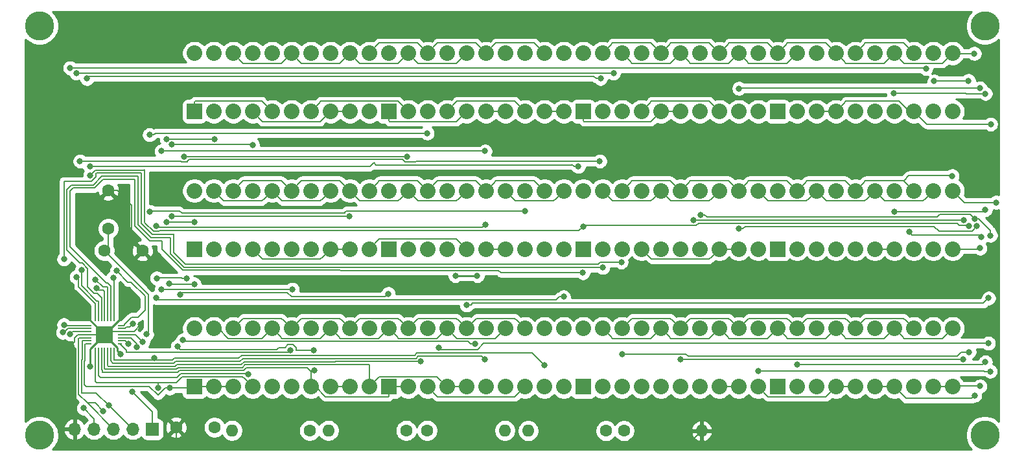
<source format=gtl>
G04 #@! TF.GenerationSoftware,KiCad,Pcbnew,(5.1.5)-3*
G04 #@! TF.CreationDate,2023-02-05T16:44:42+09:00*
G04 #@! TF.ProjectId,Dot_matrix_driver,446f745f-6d61-4747-9269-785f64726976,rev?*
G04 #@! TF.SameCoordinates,Original*
G04 #@! TF.FileFunction,Copper,L1,Top*
G04 #@! TF.FilePolarity,Positive*
%FSLAX46Y46*%
G04 Gerber Fmt 4.6, Leading zero omitted, Abs format (unit mm)*
G04 Created by KiCad (PCBNEW (5.1.5)-3) date 2023-02-05 16:44:42*
%MOMM*%
%LPD*%
G04 APERTURE LIST*
%ADD10C,3.800000*%
%ADD11C,2.032000*%
%ADD12R,2.032000X2.032000*%
%ADD13O,1.700000X1.700000*%
%ADD14R,1.700000X1.700000*%
%ADD15O,1.600000X1.600000*%
%ADD16C,1.600000*%
%ADD17R,2.300000X2.300000*%
%ADD18O,0.600000X0.180000*%
%ADD19O,0.180000X0.600000*%
%ADD20C,0.800000*%
%ADD21C,0.200000*%
%ADD22C,0.381000*%
%ADD23C,0.250000*%
%ADD24C,0.180000*%
%ADD25C,0.254000*%
G04 APERTURE END LIST*
D10*
X24550000Y-76200000D03*
X24550000Y-22700000D03*
X148050000Y-22700000D03*
X148050000Y-76200000D03*
D11*
X44785200Y-62265400D03*
X47325200Y-62265400D03*
X49865200Y-62265400D03*
X52405200Y-62265400D03*
X65105200Y-69885400D03*
X67645200Y-69885400D03*
X67645200Y-62265400D03*
X65105200Y-62265400D03*
X62565200Y-69885400D03*
X60025200Y-69885400D03*
X57485200Y-69885400D03*
X54945200Y-69885400D03*
X54945200Y-62265400D03*
X57485200Y-62265400D03*
X60025200Y-62265400D03*
X62565200Y-62265400D03*
X52405200Y-69885400D03*
X49865200Y-69885400D03*
X47325200Y-69885400D03*
D12*
X44785200Y-69885400D03*
D13*
X29140000Y-75450000D03*
X31680000Y-75450000D03*
X34220000Y-75450000D03*
X36760000Y-75450000D03*
D14*
X39300000Y-75450000D03*
D11*
X120985200Y-62265400D03*
X123525200Y-62265400D03*
X126065200Y-62265400D03*
X128605200Y-62265400D03*
X141305200Y-69885400D03*
X143845200Y-69885400D03*
X143845200Y-62265400D03*
X141305200Y-62265400D03*
X138765200Y-69885400D03*
X136225200Y-69885400D03*
X133685200Y-69885400D03*
X131145200Y-69885400D03*
X131145200Y-62265400D03*
X133685200Y-62265400D03*
X136225200Y-62265400D03*
X138765200Y-62265400D03*
X128605200Y-69885400D03*
X126065200Y-69885400D03*
X123525200Y-69885400D03*
D12*
X120985200Y-69885400D03*
D11*
X95585200Y-62265400D03*
X98125200Y-62265400D03*
X100665200Y-62265400D03*
X103205200Y-62265400D03*
X115905200Y-69885400D03*
X118445200Y-69885400D03*
X118445200Y-62265400D03*
X115905200Y-62265400D03*
X113365200Y-69885400D03*
X110825200Y-69885400D03*
X108285200Y-69885400D03*
X105745200Y-69885400D03*
X105745200Y-62265400D03*
X108285200Y-62265400D03*
X110825200Y-62265400D03*
X113365200Y-62265400D03*
X103205200Y-69885400D03*
X100665200Y-69885400D03*
X98125200Y-69885400D03*
D12*
X95585200Y-69885400D03*
D11*
X70185200Y-62265400D03*
X72725200Y-62265400D03*
X75265200Y-62265400D03*
X77805200Y-62265400D03*
X90505200Y-69885400D03*
X93045200Y-69885400D03*
X93045200Y-62265400D03*
X90505200Y-62265400D03*
X87965200Y-69885400D03*
X85425200Y-69885400D03*
X82885200Y-69885400D03*
X80345200Y-69885400D03*
X80345200Y-62265400D03*
X82885200Y-62265400D03*
X85425200Y-62265400D03*
X87965200Y-62265400D03*
X77805200Y-69885400D03*
X75265200Y-69885400D03*
X72725200Y-69885400D03*
D12*
X70185200Y-69885400D03*
D11*
X120985200Y-44265400D03*
X123525200Y-44265400D03*
X126065200Y-44265400D03*
X128605200Y-44265400D03*
X141305200Y-51885400D03*
X143845200Y-51885400D03*
X143845200Y-44265400D03*
X141305200Y-44265400D03*
X138765200Y-51885400D03*
X136225200Y-51885400D03*
X133685200Y-51885400D03*
X131145200Y-51885400D03*
X131145200Y-44265400D03*
X133685200Y-44265400D03*
X136225200Y-44265400D03*
X138765200Y-44265400D03*
X128605200Y-51885400D03*
X126065200Y-51885400D03*
X123525200Y-51885400D03*
D12*
X120985200Y-51885400D03*
D11*
X95585200Y-44265400D03*
X98125200Y-44265400D03*
X100665200Y-44265400D03*
X103205200Y-44265400D03*
X115905200Y-51885400D03*
X118445200Y-51885400D03*
X118445200Y-44265400D03*
X115905200Y-44265400D03*
X113365200Y-51885400D03*
X110825200Y-51885400D03*
X108285200Y-51885400D03*
X105745200Y-51885400D03*
X105745200Y-44265400D03*
X108285200Y-44265400D03*
X110825200Y-44265400D03*
X113365200Y-44265400D03*
X103205200Y-51885400D03*
X100665200Y-51885400D03*
X98125200Y-51885400D03*
D12*
X95585200Y-51885400D03*
D11*
X70185200Y-44265400D03*
X72725200Y-44265400D03*
X75265200Y-44265400D03*
X77805200Y-44265400D03*
X90505200Y-51885400D03*
X93045200Y-51885400D03*
X93045200Y-44265400D03*
X90505200Y-44265400D03*
X87965200Y-51885400D03*
X85425200Y-51885400D03*
X82885200Y-51885400D03*
X80345200Y-51885400D03*
X80345200Y-44265400D03*
X82885200Y-44265400D03*
X85425200Y-44265400D03*
X87965200Y-44265400D03*
X77805200Y-51885400D03*
X75265200Y-51885400D03*
X72725200Y-51885400D03*
D12*
X70185200Y-51885400D03*
D11*
X44785200Y-44265400D03*
X47325200Y-44265400D03*
X49865200Y-44265400D03*
X52405200Y-44265400D03*
X65105200Y-51885400D03*
X67645200Y-51885400D03*
X67645200Y-44265400D03*
X65105200Y-44265400D03*
X62565200Y-51885400D03*
X60025200Y-51885400D03*
X57485200Y-51885400D03*
X54945200Y-51885400D03*
X54945200Y-44265400D03*
X57485200Y-44265400D03*
X60025200Y-44265400D03*
X62565200Y-44265400D03*
X52405200Y-51885400D03*
X49865200Y-51885400D03*
X47325200Y-51885400D03*
D12*
X44785200Y-51885400D03*
D11*
X120985200Y-26265400D03*
X123525200Y-26265400D03*
X126065200Y-26265400D03*
X128605200Y-26265400D03*
X141305200Y-33885400D03*
X143845200Y-33885400D03*
X143845200Y-26265400D03*
X141305200Y-26265400D03*
X138765200Y-33885400D03*
X136225200Y-33885400D03*
X133685200Y-33885400D03*
X131145200Y-33885400D03*
X131145200Y-26265400D03*
X133685200Y-26265400D03*
X136225200Y-26265400D03*
X138765200Y-26265400D03*
X128605200Y-33885400D03*
X126065200Y-33885400D03*
X123525200Y-33885400D03*
D12*
X120985200Y-33885400D03*
D11*
X95585200Y-26265400D03*
X98125200Y-26265400D03*
X100665200Y-26265400D03*
X103205200Y-26265400D03*
X115905200Y-33885400D03*
X118445200Y-33885400D03*
X118445200Y-26265400D03*
X115905200Y-26265400D03*
X113365200Y-33885400D03*
X110825200Y-33885400D03*
X108285200Y-33885400D03*
X105745200Y-33885400D03*
X105745200Y-26265400D03*
X108285200Y-26265400D03*
X110825200Y-26265400D03*
X113365200Y-26265400D03*
X103205200Y-33885400D03*
X100665200Y-33885400D03*
X98125200Y-33885400D03*
D12*
X95585200Y-33885400D03*
D11*
X70185200Y-26265400D03*
X72725200Y-26265400D03*
X75265200Y-26265400D03*
X77805200Y-26265400D03*
X90505200Y-33885400D03*
X93045200Y-33885400D03*
X93045200Y-26265400D03*
X90505200Y-26265400D03*
X87965200Y-33885400D03*
X85425200Y-33885400D03*
X82885200Y-33885400D03*
X80345200Y-33885400D03*
X80345200Y-26265400D03*
X82885200Y-26265400D03*
X85425200Y-26265400D03*
X87965200Y-26265400D03*
X77805200Y-33885400D03*
X75265200Y-33885400D03*
X72725200Y-33885400D03*
D12*
X70185200Y-33885400D03*
D11*
X44790000Y-26265400D03*
X47330000Y-26265400D03*
X49870000Y-26265400D03*
X52410000Y-26265400D03*
X65110000Y-33885400D03*
X67650000Y-33885400D03*
X67650000Y-26265400D03*
X65110000Y-26265400D03*
X62570000Y-33885400D03*
X60030000Y-33885400D03*
X57490000Y-33885400D03*
X54950000Y-33885400D03*
X54950000Y-26265400D03*
X57490000Y-26265400D03*
X60030000Y-26265400D03*
X62570000Y-26265400D03*
X52410000Y-33885400D03*
X49870000Y-33885400D03*
X47330000Y-33885400D03*
D12*
X44790000Y-33885400D03*
D15*
X88390000Y-75650000D03*
D16*
X98550000Y-75650000D03*
D15*
X62290000Y-75600000D03*
D16*
X72450000Y-75600000D03*
D15*
X49690000Y-75600000D03*
D16*
X59850000Y-75600000D03*
D15*
X85360000Y-75600000D03*
D16*
X75200000Y-75600000D03*
D15*
X111060000Y-75650000D03*
D16*
X100900000Y-75650000D03*
X38000000Y-52100000D03*
X33000000Y-52100000D03*
X33550000Y-44200000D03*
X33550000Y-49200000D03*
X42400000Y-75200000D03*
X47400000Y-75200000D03*
D17*
X33059800Y-63078400D03*
D18*
X35059800Y-64278400D03*
X35059800Y-63878400D03*
X35059800Y-63478400D03*
X35059800Y-63078400D03*
X35059800Y-62678400D03*
X35059800Y-62278400D03*
X35059800Y-61878400D03*
D19*
X34259800Y-61078400D03*
X33859800Y-61078400D03*
X33459800Y-61078400D03*
X33059800Y-61078400D03*
X32659800Y-61078400D03*
X32259800Y-61078400D03*
X31859800Y-61078400D03*
D18*
X31059800Y-61878400D03*
X31059800Y-62278400D03*
X31059800Y-62678400D03*
X31059800Y-63078400D03*
X31059800Y-63478400D03*
X31059800Y-63878400D03*
X31059800Y-64278400D03*
D19*
X31859800Y-65078400D03*
X32259800Y-65078400D03*
X32659800Y-65078400D03*
X33059800Y-65078400D03*
X33459800Y-65078400D03*
X33859800Y-65078400D03*
X34259800Y-65078400D03*
D20*
X28700010Y-64500000D03*
X37802209Y-61780195D03*
X36000000Y-60000000D03*
X35143965Y-65642515D03*
X31159780Y-67250000D03*
X28875000Y-67375000D03*
X93029200Y-58125400D03*
X39762400Y-58227000D03*
X90489200Y-67066200D03*
X39550000Y-66102057D03*
X82818400Y-48676600D03*
X39762400Y-48879800D03*
X40462400Y-39075400D03*
X82767600Y-39075400D03*
X82716800Y-66321790D03*
X81450000Y-64300000D03*
X43273589Y-63800000D03*
X43750000Y-55760200D03*
X39877197Y-55701411D03*
X87949200Y-46949400D03*
X38978000Y-47000200D03*
X38927200Y-36941800D03*
X75198400Y-36738600D03*
X74350000Y-66600000D03*
X81749872Y-55385992D03*
X78885992Y-55385992D03*
X80350000Y-59219009D03*
X148550000Y-58300000D03*
X148524810Y-64200000D03*
X76750000Y-64799989D03*
X70118400Y-57719000D03*
X42973599Y-57860200D03*
X43448400Y-39775400D03*
X72607600Y-39775400D03*
X60450000Y-67721790D03*
X60350000Y-65099980D03*
X42573589Y-64629038D03*
X65038400Y-47609800D03*
X41869508Y-47613892D03*
X41869508Y-38207708D03*
X52389200Y-38262600D03*
X51786802Y-68277051D03*
X57570800Y-57160200D03*
X40473599Y-57200000D03*
X40050000Y-70000000D03*
X44769200Y-56460200D03*
X41531856Y-56372804D03*
X41568800Y-70063400D03*
X44769200Y-48321000D03*
X41162400Y-48321000D03*
X41162400Y-37500600D03*
X47410800Y-37500600D03*
X95569200Y-48930600D03*
X146002400Y-48847870D03*
X145912000Y-29880600D03*
X141441600Y-29931400D03*
X146002400Y-65349718D03*
X100649200Y-65643800D03*
X31150000Y-42227432D03*
X34655025Y-54744975D03*
X110890829Y-47417800D03*
X146702400Y-47942751D03*
X146674000Y-26324600D03*
X148799816Y-50105484D03*
X148124800Y-66659800D03*
X123560000Y-67004200D03*
X97850000Y-29600000D03*
X30750000Y-29600000D03*
X31839242Y-55868104D03*
X136209200Y-47017790D03*
X148126367Y-46746200D03*
X148126367Y-31564979D03*
X136158400Y-31545800D03*
X146724800Y-71028600D03*
X29350000Y-28900000D03*
X99550000Y-28900000D03*
X30056400Y-54665102D03*
X115889200Y-49217810D03*
X147026368Y-48888821D03*
X147402400Y-30845800D03*
X115940000Y-30896600D03*
X95550000Y-55001411D03*
X118480000Y-67828200D03*
X148756800Y-67879000D03*
X149526367Y-45781000D03*
X29850000Y-40400000D03*
X97750000Y-40400000D03*
X31971686Y-56990498D03*
X109996400Y-48117800D03*
X145302400Y-48067000D03*
X145251600Y-66304200D03*
X108320000Y-66304200D03*
X94950000Y-41100000D03*
X31150000Y-41100000D03*
X34185231Y-55627753D03*
X143778400Y-42326600D03*
X147424800Y-51775400D03*
X147424800Y-69809400D03*
X28550000Y-28200000D03*
X140350000Y-28281401D03*
X29366400Y-55557687D03*
X138144119Y-49668291D03*
X147600775Y-50314575D03*
X148826367Y-35570200D03*
X98150000Y-54301411D03*
X36700000Y-70536002D03*
X36200000Y-64300000D03*
X38565306Y-63034804D03*
X32850000Y-73050000D03*
X33597411Y-72350000D03*
X28568636Y-63011734D03*
X30300000Y-72700000D03*
X27594038Y-62787765D03*
X36721080Y-61689016D03*
X38056867Y-64014754D03*
X37300000Y-64699970D03*
X57350000Y-65099980D03*
X27750000Y-53200000D03*
X100550000Y-53600000D03*
X27750000Y-61800000D03*
D21*
X31059800Y-63078400D02*
X33059800Y-63078400D01*
X33459800Y-62678400D02*
X33059800Y-63078400D01*
X35059800Y-62678400D02*
X33459800Y-62678400D01*
X37200001Y-51300001D02*
X38000000Y-52100000D01*
X36600000Y-50700000D02*
X37200001Y-51300001D01*
X36600000Y-46118630D02*
X36600000Y-50700000D01*
X34681370Y-44200000D02*
X36600000Y-46118630D01*
X33550000Y-44200000D02*
X34681370Y-44200000D01*
X29537972Y-63078400D02*
X31059800Y-63078400D01*
X29140000Y-63476372D02*
X29537972Y-63078400D01*
X29140000Y-64060010D02*
X28700010Y-64500000D01*
X29140000Y-64060000D02*
X29140000Y-64060010D01*
X29140000Y-64060000D02*
X29140000Y-63476372D01*
D22*
X29140000Y-64939990D02*
X28700010Y-64500000D01*
D21*
X35071600Y-62678400D02*
X35081590Y-62668410D01*
X35059800Y-62678400D02*
X35071600Y-62678400D01*
D22*
X29140000Y-75450000D02*
X29140000Y-64939990D01*
D21*
X36904004Y-62678400D02*
X37802209Y-61780195D01*
X35059800Y-62678400D02*
X36904004Y-62678400D01*
X111060000Y-75650000D02*
X109360000Y-77350000D01*
X29140000Y-77040000D02*
X29140000Y-75450000D01*
X29450000Y-77350000D02*
X29140000Y-77040000D01*
X42300000Y-77350000D02*
X42400000Y-77250000D01*
X42400000Y-77250000D02*
X42400000Y-75200000D01*
X42300000Y-77350000D02*
X29450000Y-77350000D01*
X109360000Y-77350000D02*
X42300000Y-77350000D01*
D23*
X33059800Y-63078400D02*
X31000000Y-61018600D01*
X33059800Y-63078400D02*
X36000000Y-60138200D01*
X36000000Y-60138200D02*
X36000000Y-60000000D01*
X34743966Y-64762566D02*
X33059800Y-63078400D01*
X34743966Y-65242516D02*
X34743966Y-64762566D01*
X35143965Y-65642515D02*
X34743966Y-65242516D01*
X31159780Y-64981508D02*
X31159780Y-66684315D01*
X33059800Y-63081488D02*
X31159780Y-64981508D01*
X31159780Y-66684315D02*
X31159780Y-67250000D01*
X33059800Y-63078400D02*
X33059800Y-63081488D01*
D21*
X56469201Y-43249401D02*
X57485200Y-44265400D01*
X56169199Y-42949399D02*
X56469201Y-43249401D01*
X51181201Y-42949399D02*
X56169199Y-42949399D01*
X49865200Y-44265400D02*
X51181201Y-42949399D01*
X63789199Y-42949399D02*
X64089201Y-43249401D01*
X58801201Y-42949399D02*
X63789199Y-42949399D01*
X64089201Y-43249401D02*
X65105200Y-44265400D01*
X57485200Y-44265400D02*
X58801201Y-42949399D01*
X71709201Y-45281399D02*
X72725200Y-44265400D01*
X71409199Y-45581401D02*
X71709201Y-45281399D01*
X66421201Y-45581401D02*
X71409199Y-45581401D01*
X65105200Y-44265400D02*
X66421201Y-45581401D01*
X79329201Y-45281399D02*
X80345200Y-44265400D01*
X74041201Y-45581401D02*
X79029199Y-45581401D01*
X79029199Y-45581401D02*
X79329201Y-45281399D01*
X72725200Y-44265400D02*
X74041201Y-45581401D01*
X92463515Y-58125400D02*
X92069906Y-58519009D01*
X93029200Y-58125400D02*
X92463515Y-58125400D01*
X92069906Y-58519009D02*
X69884090Y-58519009D01*
X40095601Y-58560201D02*
X39762400Y-58227000D01*
X69884090Y-58519009D02*
X69842898Y-58560201D01*
X69842898Y-58560201D02*
X40095601Y-58560201D01*
X90444790Y-67021790D02*
X90489200Y-67066200D01*
X91608360Y-33885400D02*
X90505200Y-33885400D01*
X93045200Y-33885400D02*
X91608360Y-33885400D01*
X90089201Y-66666201D02*
X90489200Y-67066200D01*
X88922989Y-65499989D02*
X90089201Y-66666201D01*
X73848310Y-65499989D02*
X88922989Y-65499989D01*
X73548320Y-65799980D02*
X73848310Y-65499989D01*
X50965076Y-65799980D02*
X73548320Y-65799980D01*
X50595717Y-66169339D02*
X50965076Y-65799980D01*
X34259800Y-65078400D02*
X34259800Y-66344102D01*
X34259800Y-66344102D02*
X34317745Y-66402047D01*
X41953759Y-66402047D02*
X42186467Y-66169339D01*
X42186467Y-66169339D02*
X50595717Y-66169339D01*
X39250010Y-66402047D02*
X39550000Y-66102057D01*
X39152047Y-66402047D02*
X41953759Y-66402047D01*
X39152047Y-66402047D02*
X39250010Y-66402047D01*
X34317745Y-66402047D02*
X39152047Y-66402047D01*
X84322040Y-51885400D02*
X85425200Y-51885400D01*
X82885200Y-51885400D02*
X84322040Y-51885400D01*
X39959199Y-49076599D02*
X39762400Y-48879800D01*
X82818400Y-48676600D02*
X82418401Y-49076599D01*
X82418401Y-49076599D02*
X39959199Y-49076599D01*
X40462400Y-39075400D02*
X82767600Y-39075400D01*
X83988360Y-33885400D02*
X82885200Y-33885400D01*
X85425200Y-33885400D02*
X83988360Y-33885400D01*
X56139199Y-27581401D02*
X56439201Y-27281399D01*
X56439201Y-27281399D02*
X57455200Y-26265400D01*
X51151201Y-27581401D02*
X56139199Y-27581401D01*
X49835200Y-26265400D02*
X51151201Y-27581401D01*
X64059201Y-27281399D02*
X65075200Y-26265400D01*
X63759199Y-27581401D02*
X64059201Y-27281399D01*
X58771201Y-27581401D02*
X63759199Y-27581401D01*
X57455200Y-26265400D02*
X58771201Y-27581401D01*
X71709201Y-27281399D02*
X72725200Y-26265400D01*
X66391201Y-27581401D02*
X71409199Y-27581401D01*
X71409199Y-27581401D02*
X71709201Y-27281399D01*
X65075200Y-26265400D02*
X66391201Y-27581401D01*
X79029199Y-27581401D02*
X79329201Y-27281399D01*
X79329201Y-27281399D02*
X80345200Y-26265400D01*
X74041201Y-27581401D02*
X79029199Y-27581401D01*
X72725200Y-26265400D02*
X74041201Y-27581401D01*
X82295009Y-65899999D02*
X82316801Y-65921791D01*
X74013999Y-65899999D02*
X82295009Y-65899999D01*
X82316801Y-65921791D02*
X82716800Y-66321790D01*
X73713998Y-66200000D02*
X74013999Y-65899999D01*
X50761406Y-66569349D02*
X51108984Y-66221770D01*
X33859800Y-66509800D02*
X34152057Y-66802057D01*
X42119448Y-66802057D02*
X42352156Y-66569349D01*
X33859800Y-65078400D02*
X33859800Y-66509800D01*
X42352156Y-66569349D02*
X50761406Y-66569349D01*
X34152057Y-66802057D02*
X42119448Y-66802057D01*
X62962531Y-66221770D02*
X62984311Y-66199990D01*
X51108984Y-66221770D02*
X62962531Y-66221770D01*
X62984311Y-66199990D02*
X73714008Y-66199990D01*
X43455000Y-63981411D02*
X43273589Y-63800000D01*
X80565726Y-63981411D02*
X43455000Y-63981411D01*
X81450000Y-64300000D02*
X80884315Y-64300000D01*
X80884315Y-64300000D02*
X80565726Y-63981411D01*
X43096918Y-55672803D02*
X39877197Y-55672803D01*
X43750000Y-55760200D02*
X43184315Y-55760200D01*
X43184315Y-55760200D02*
X43096918Y-55672803D01*
X39877197Y-55672803D02*
X39877197Y-55701411D01*
X86649199Y-71201401D02*
X86949201Y-70901399D01*
X86949201Y-70901399D02*
X87965200Y-69885400D01*
X76581201Y-71201401D02*
X86649199Y-71201401D01*
X75265200Y-69885400D02*
X76581201Y-71201401D01*
X71201199Y-63281399D02*
X70185200Y-62265400D01*
X71501201Y-63581401D02*
X71201199Y-63281399D01*
X76489199Y-63581401D02*
X71501201Y-63581401D01*
X77805200Y-62265400D02*
X76489199Y-63581401D01*
X63881201Y-63581401D02*
X63581199Y-63281399D01*
X68869199Y-63581401D02*
X63881201Y-63581401D01*
X63581199Y-63281399D02*
X62565200Y-62265400D01*
X70185200Y-62265400D02*
X68869199Y-63581401D01*
X55961199Y-63281399D02*
X54945200Y-62265400D01*
X56261201Y-63581401D02*
X55961199Y-63281399D01*
X61249199Y-63581401D02*
X56261201Y-63581401D01*
X62565200Y-62265400D02*
X61249199Y-63581401D01*
X53929201Y-63281399D02*
X54945200Y-62265400D01*
X53629199Y-63581401D02*
X53929201Y-63281399D01*
X49233519Y-63581401D02*
X53629199Y-63581401D01*
X47917518Y-62265400D02*
X49233519Y-63581401D01*
X47325200Y-62265400D02*
X47917518Y-62265400D01*
X84409201Y-63281399D02*
X85425200Y-62265400D01*
X84109199Y-63581401D02*
X84409201Y-63281399D01*
X79121201Y-63581401D02*
X84109199Y-63581401D01*
X77805200Y-62265400D02*
X79121201Y-63581401D01*
X77805200Y-51885400D02*
X78397518Y-51885400D01*
X64620801Y-46909799D02*
X64428800Y-47101800D01*
X64428800Y-47101800D02*
X64428800Y-47183398D01*
X87343914Y-46909799D02*
X64620801Y-46909799D01*
X87949200Y-46949400D02*
X87383515Y-46949400D01*
X87383515Y-46949400D02*
X87343914Y-46909799D01*
X64428800Y-47183398D02*
X64402408Y-47209790D01*
X64402408Y-47209790D02*
X43149990Y-47209790D01*
X39064309Y-46913891D02*
X38978000Y-47000200D01*
X43149990Y-47209790D02*
X42854091Y-46913891D01*
X42854091Y-46913891D02*
X39064309Y-46913891D01*
X39492885Y-36941800D02*
X39696085Y-36738600D01*
X38927200Y-36941800D02*
X39492885Y-36941800D01*
X39696085Y-36738600D02*
X75198400Y-36738600D01*
X86949201Y-32869401D02*
X87965200Y-33885400D01*
X86649199Y-32569399D02*
X86949201Y-32869401D01*
X79121201Y-32569399D02*
X86649199Y-32569399D01*
X77805200Y-33885400D02*
X79121201Y-32569399D01*
X33459800Y-65078400D02*
X33459800Y-65578400D01*
X33459800Y-67109800D02*
X33552067Y-67202067D01*
X33459800Y-65578400D02*
X33459800Y-67109800D01*
X33552067Y-67202067D02*
X38350000Y-67202067D01*
X42285137Y-67202067D02*
X42517845Y-66969359D01*
X38350000Y-67202067D02*
X42285137Y-67202067D01*
X50927095Y-66969359D02*
X51274673Y-66621780D01*
X42517845Y-66969359D02*
X50927095Y-66969359D01*
X51274673Y-66621780D02*
X63128220Y-66621780D01*
X63128220Y-66621780D02*
X63150000Y-66600000D01*
X63150000Y-66600000D02*
X74350000Y-66600000D01*
D23*
X81749872Y-55385992D02*
X78885992Y-55385992D01*
D21*
X53929201Y-45281399D02*
X54945200Y-44265400D01*
X53629199Y-45581401D02*
X53929201Y-45281399D01*
X48641201Y-45581401D02*
X53629199Y-45581401D01*
X47325200Y-44265400D02*
X48641201Y-45581401D01*
X61549201Y-45281399D02*
X62565200Y-44265400D01*
X61249199Y-45581401D02*
X61549201Y-45281399D01*
X56261201Y-45581401D02*
X61249199Y-45581401D01*
X54945200Y-44265400D02*
X56261201Y-45581401D01*
X92029201Y-45281399D02*
X93045200Y-44265400D01*
X86741201Y-45581401D02*
X91729199Y-45581401D01*
X91729199Y-45581401D02*
X92029201Y-45281399D01*
X85425200Y-44265400D02*
X86741201Y-45581401D01*
X78908360Y-69885400D02*
X77805200Y-69885400D01*
X80345200Y-69885400D02*
X78908360Y-69885400D01*
X68661199Y-68869401D02*
X67645200Y-69885400D01*
X68961201Y-68569399D02*
X68661199Y-68869401D01*
X76489199Y-68569399D02*
X68961201Y-68569399D01*
X77805200Y-69885400D02*
X76489199Y-68569399D01*
X79029199Y-35201401D02*
X79329201Y-34901399D01*
X70185200Y-35101400D02*
X70285201Y-35201401D01*
X79329201Y-34901399D02*
X80345200Y-33885400D01*
X70285201Y-35201401D02*
X79029199Y-35201401D01*
X70185200Y-33885400D02*
X70185200Y-35101400D01*
X79329201Y-50869401D02*
X80345200Y-51885400D01*
X79029199Y-50569399D02*
X79329201Y-50869401D01*
X68961201Y-50569399D02*
X79029199Y-50569399D01*
X67645200Y-51885400D02*
X68961201Y-50569399D01*
X67645200Y-67095200D02*
X67645200Y-69885400D01*
X67571790Y-67021790D02*
X67645200Y-67095200D01*
X51440362Y-67021790D02*
X67571790Y-67021790D01*
X51092784Y-67369369D02*
X51440362Y-67021790D01*
X33059800Y-67509800D02*
X33152077Y-67602077D01*
X33152077Y-67602077D02*
X42450826Y-67602077D01*
X33059800Y-65078400D02*
X33059800Y-67509800D01*
X42450826Y-67602077D02*
X42683534Y-67369369D01*
X42683534Y-67369369D02*
X51092784Y-67369369D01*
X80915685Y-59219009D02*
X81150000Y-58984694D01*
X80350000Y-59219009D02*
X80915685Y-59219009D01*
X81165306Y-58984694D02*
X81230981Y-58919019D01*
X81150000Y-58984694D02*
X81165306Y-58984694D01*
X81165306Y-58984694D02*
X147865306Y-58984694D01*
X147865306Y-58984694D02*
X148550000Y-58300000D01*
X81786001Y-65000001D02*
X76950012Y-65000001D01*
X76950012Y-65000001D02*
X76750000Y-64799989D01*
X148524810Y-64200000D02*
X82586002Y-64200000D01*
X82586002Y-64200000D02*
X81786001Y-65000001D01*
X69718401Y-58118999D02*
X57493597Y-58118999D01*
X70118400Y-57719000D02*
X69718401Y-58118999D01*
X57493597Y-58118999D02*
X56934808Y-57560210D01*
X56934808Y-57560210D02*
X42895990Y-57560210D01*
X42895990Y-57560210D02*
X42973599Y-57637819D01*
X42973599Y-57637819D02*
X42973599Y-57860200D01*
X60025200Y-67895000D02*
X60025200Y-69885400D01*
X59552000Y-67421800D02*
X60025200Y-67895000D01*
X61933519Y-71201401D02*
X70085199Y-71201401D01*
X70185200Y-71101400D02*
X70185200Y-69885400D01*
X60617518Y-69885400D02*
X61933519Y-71201401D01*
X70085199Y-71201401D02*
X70185200Y-71101400D01*
X60025200Y-69885400D02*
X60617518Y-69885400D01*
X71401200Y-69885400D02*
X72725200Y-69885400D01*
X70185200Y-69885400D02*
X71401200Y-69885400D01*
X61311201Y-32569399D02*
X61011199Y-32869401D01*
X61011199Y-32869401D02*
X59995200Y-33885400D01*
X71409199Y-32569399D02*
X61311201Y-32569399D01*
X72725200Y-33885400D02*
X71409199Y-32569399D01*
X43448400Y-39775400D02*
X72607600Y-39775400D01*
X42616515Y-68002087D02*
X42849223Y-67769379D01*
X51258472Y-67769379D02*
X51606051Y-67421800D01*
X51606051Y-67421800D02*
X59552000Y-67421800D01*
X42849223Y-67769379D02*
X51258472Y-67769379D01*
X60025200Y-67895000D02*
X60276790Y-67895000D01*
X60276790Y-67895000D02*
X60450000Y-67721790D01*
X60350000Y-65099980D02*
X58050020Y-65099980D01*
X57686001Y-64399979D02*
X57013999Y-64399979D01*
X57013999Y-64399979D02*
X56649999Y-64763979D01*
X58050001Y-64763979D02*
X57686001Y-64399979D01*
X58050020Y-65099980D02*
X58050001Y-65099961D01*
X58050001Y-65099961D02*
X58050001Y-64763979D01*
X55786021Y-64763979D02*
X55550040Y-64999960D01*
X56649999Y-64763979D02*
X55786021Y-64763979D01*
X55550040Y-64999960D02*
X42944511Y-64999960D01*
X42944511Y-64999960D02*
X42573589Y-64629038D01*
X32747913Y-68002087D02*
X42616515Y-68002087D01*
X32659800Y-65578400D02*
X32659800Y-65078400D01*
X32659800Y-67675499D02*
X32659800Y-65578400D01*
X32747913Y-68002087D02*
X32747913Y-67763612D01*
X32747913Y-67763612D02*
X32659800Y-67675499D01*
X61249199Y-53201401D02*
X61549201Y-52901399D01*
X61549201Y-52901399D02*
X62565200Y-51885400D01*
X53721201Y-53201401D02*
X61249199Y-53201401D01*
X52405200Y-51885400D02*
X53721201Y-53201401D01*
X64002040Y-51885400D02*
X65105200Y-51885400D01*
X62565200Y-51885400D02*
X64002040Y-51885400D01*
X64002040Y-69885400D02*
X65105200Y-69885400D01*
X62565200Y-69885400D02*
X64002040Y-69885400D01*
X65038400Y-47609800D02*
X41873600Y-47609800D01*
X41873600Y-47609800D02*
X41869508Y-47613892D01*
X41869508Y-38207708D02*
X52334308Y-38207708D01*
X52334308Y-38207708D02*
X52389200Y-38262600D01*
X61519201Y-34901399D02*
X62535200Y-33885400D01*
X61219199Y-35201401D02*
X61519201Y-34901399D01*
X53691201Y-35201401D02*
X61219199Y-35201401D01*
X52375200Y-33885400D02*
X53691201Y-35201401D01*
X63972040Y-33885400D02*
X65075200Y-33885400D01*
X62535200Y-33885400D02*
X63972040Y-33885400D01*
X32259800Y-65078400D02*
X32259800Y-65709800D01*
X42482215Y-68702087D02*
X43014912Y-68169389D01*
X43014912Y-68169389D02*
X51679140Y-68169389D01*
X51679140Y-68169389D02*
X51786802Y-68277051D01*
X32259790Y-68409790D02*
X32259790Y-65709800D01*
X32552087Y-68702087D02*
X32259790Y-68409790D01*
X32552087Y-68702087D02*
X42482215Y-68702087D01*
X44755200Y-32669400D02*
X44755200Y-33885400D01*
X44855201Y-32569399D02*
X44755200Y-32669400D01*
X53599199Y-32569399D02*
X44855201Y-32569399D01*
X54915200Y-33885400D02*
X53599199Y-32569399D01*
X57570800Y-57160200D02*
X42026000Y-57160200D01*
X84201201Y-42949399D02*
X83901199Y-43249401D01*
X83901199Y-43249401D02*
X82885200Y-44265400D01*
X89189199Y-42949399D02*
X84201201Y-42949399D01*
X90505200Y-44265400D02*
X89189199Y-42949399D01*
X73949199Y-42949399D02*
X68961201Y-42949399D01*
X68661199Y-43249401D02*
X67645200Y-44265400D01*
X68961201Y-42949399D02*
X68661199Y-43249401D01*
X75265200Y-44265400D02*
X73949199Y-42949399D01*
X81869201Y-43249401D02*
X82885200Y-44265400D01*
X81569199Y-42949399D02*
X81869201Y-43249401D01*
X76581201Y-42949399D02*
X81569199Y-42949399D01*
X75265200Y-44265400D02*
X76581201Y-42949399D01*
X51389201Y-68869401D02*
X52405200Y-69885400D01*
X51089199Y-68569399D02*
X51389201Y-68869401D01*
X43180601Y-68569399D02*
X51089199Y-68569399D01*
X42386601Y-69363399D02*
X43180601Y-68569399D01*
X42026000Y-57160200D02*
X40513399Y-57160200D01*
X40513399Y-57160200D02*
X40473599Y-57200000D01*
X39979084Y-69363399D02*
X40050000Y-69434315D01*
X39886601Y-69363399D02*
X39979084Y-69363399D01*
X39886601Y-69363399D02*
X42386601Y-69363399D01*
X40050000Y-69434315D02*
X40050000Y-70000000D01*
X31859800Y-65078400D02*
X31859800Y-65544102D01*
X31859780Y-65544122D02*
X31859800Y-65544102D01*
X31859780Y-69209780D02*
X31859780Y-65544122D01*
X32013399Y-69363399D02*
X31859780Y-69209780D01*
X32013399Y-69363399D02*
X39886601Y-69363399D01*
X41602602Y-56372804D02*
X41531856Y-56372804D01*
X44769200Y-56460200D02*
X41689998Y-56460200D01*
X41689998Y-56460200D02*
X41602602Y-56372804D01*
X44607200Y-70063400D02*
X44785200Y-69885400D01*
X41568800Y-70063400D02*
X44607200Y-70063400D01*
X46001200Y-69885400D02*
X47325200Y-69885400D01*
X44785200Y-69885400D02*
X46001200Y-69885400D01*
X48762040Y-69885400D02*
X49865200Y-69885400D01*
X47325200Y-69885400D02*
X48762040Y-69885400D01*
X44769200Y-48321000D02*
X41162400Y-48321000D01*
X41162400Y-37500600D02*
X47410800Y-37500600D01*
X74249201Y-25249401D02*
X75265200Y-26265400D01*
X73949199Y-24949399D02*
X74249201Y-25249401D01*
X68931201Y-24949399D02*
X73949199Y-24949399D01*
X67615200Y-26265400D02*
X68931201Y-24949399D01*
X81869201Y-25249401D02*
X82885200Y-26265400D01*
X81569199Y-24949399D02*
X81869201Y-25249401D01*
X76581201Y-24949399D02*
X81569199Y-24949399D01*
X75265200Y-26265400D02*
X76581201Y-24949399D01*
X89189199Y-24949399D02*
X89489201Y-25249401D01*
X89489201Y-25249401D02*
X90505200Y-26265400D01*
X84201201Y-24949399D02*
X89189199Y-24949399D01*
X82885200Y-26265400D02*
X84201201Y-24949399D01*
X30559800Y-64278400D02*
X31059800Y-64278400D01*
X30511630Y-64326570D02*
X30559800Y-64278400D01*
X30511630Y-66454069D02*
X30511630Y-64326570D01*
X30430530Y-66535169D02*
X30511630Y-66454069D01*
X30430530Y-69630530D02*
X30430530Y-66535169D01*
X30636002Y-69836002D02*
X30430530Y-69630530D01*
X41568800Y-70063400D02*
X41003115Y-70063400D01*
X41003115Y-70063400D02*
X40066515Y-71000000D01*
X40066515Y-71000000D02*
X40013998Y-71000000D01*
X40013998Y-71000000D02*
X38850000Y-69836002D01*
X38850000Y-69836002D02*
X30636002Y-69836002D01*
X95681999Y-48817801D02*
X110332401Y-48817801D01*
X95569200Y-48930600D02*
X95681999Y-48817801D01*
X110332401Y-48817801D02*
X110632392Y-48517810D01*
X110632392Y-48517810D02*
X144489600Y-48517810D01*
X145921531Y-48767001D02*
X146002400Y-48847870D01*
X144489600Y-48517810D02*
X144738791Y-48767001D01*
X144738791Y-48767001D02*
X145921531Y-48767001D01*
X145912000Y-29880600D02*
X141492400Y-29880600D01*
X141492400Y-29880600D02*
X141441600Y-29931400D01*
X146002400Y-65349718D02*
X144993272Y-65349718D01*
X144993272Y-65349718D02*
X144438800Y-65904190D01*
X144438800Y-65904190D02*
X109285200Y-65904190D01*
X100688801Y-65604199D02*
X100649200Y-65643800D01*
X109285200Y-65904190D02*
X108985209Y-65604199D01*
X108985209Y-65604199D02*
X100688801Y-65604199D01*
X40098401Y-49579801D02*
X40201593Y-49476609D01*
X95023191Y-49476609D02*
X95569200Y-48930600D01*
X40201593Y-49476609D02*
X95023191Y-49476609D01*
X39426399Y-49579801D02*
X38400000Y-48553402D01*
X40098401Y-49579801D02*
X39426399Y-49579801D01*
X38400000Y-48553402D02*
X38250000Y-48403402D01*
X38250000Y-41550000D02*
X38200011Y-41500011D01*
X38250000Y-48403402D02*
X38250000Y-41550000D01*
X38250000Y-41550000D02*
X31827432Y-41550000D01*
X31827432Y-41550000D02*
X31150000Y-42227432D01*
X35565911Y-61868390D02*
X35745296Y-61689005D01*
X35059800Y-61878400D02*
X35069810Y-61868390D01*
X35069810Y-61868390D02*
X35565911Y-61868390D01*
X35745296Y-61628798D02*
X36574094Y-60800000D01*
X35745296Y-61689005D02*
X35745296Y-61628798D01*
X36574094Y-60800000D02*
X37400000Y-60800000D01*
X37400000Y-60800000D02*
X38349990Y-59850010D01*
X38349990Y-58015688D02*
X38349990Y-59850010D01*
X36534302Y-56200000D02*
X38349990Y-58015688D01*
X36534302Y-56200000D02*
X36110050Y-56200000D01*
X36110050Y-56200000D02*
X34655025Y-54744975D01*
X111456514Y-47417800D02*
X111756504Y-47717790D01*
X110890829Y-47417800D02*
X111456514Y-47417800D01*
X111756504Y-47717790D02*
X141797200Y-47717790D01*
X146126648Y-47366999D02*
X146702400Y-47942751D01*
X141797200Y-47717790D02*
X142147991Y-47366999D01*
X142147991Y-47366999D02*
X146126648Y-47366999D01*
X143904400Y-26324600D02*
X143845200Y-26265400D01*
X146674000Y-26324600D02*
X143904400Y-26324600D01*
X148799816Y-49474482D02*
X148799816Y-50105484D01*
X146702400Y-47942751D02*
X147268085Y-47942751D01*
X147268085Y-47942751D02*
X148799816Y-49474482D01*
X147780399Y-67004201D02*
X123904401Y-67004201D01*
X148124800Y-66659800D02*
X147780399Y-67004201D01*
X123904401Y-67004201D02*
X123904400Y-67004200D01*
X123904400Y-67004200D02*
X123560000Y-67004200D01*
X142829201Y-27281399D02*
X143845200Y-26265400D01*
X142529199Y-27581401D02*
X142829201Y-27281399D01*
X137541201Y-27581401D02*
X142529199Y-27581401D01*
X136225200Y-26265400D02*
X137541201Y-27581401D01*
X129621199Y-27281399D02*
X128605200Y-26265400D01*
X129921201Y-27581401D02*
X129621199Y-27281399D01*
X134909199Y-27581401D02*
X129921201Y-27581401D01*
X136225200Y-26265400D02*
X134909199Y-27581401D01*
X122301201Y-24949399D02*
X122001199Y-25249401D01*
X122001199Y-25249401D02*
X120985200Y-26265400D01*
X127289199Y-24949399D02*
X122301201Y-24949399D01*
X128605200Y-26265400D02*
X127289199Y-24949399D01*
X114381199Y-25249401D02*
X113365200Y-26265400D01*
X119669199Y-24949399D02*
X114681201Y-24949399D01*
X114681201Y-24949399D02*
X114381199Y-25249401D01*
X120985200Y-26265400D02*
X119669199Y-24949399D01*
X106761199Y-25249401D02*
X105745200Y-26265400D01*
X112049199Y-24949399D02*
X107061201Y-24949399D01*
X107061201Y-24949399D02*
X106761199Y-25249401D01*
X113365200Y-26265400D02*
X112049199Y-24949399D01*
X99141199Y-25249401D02*
X98125200Y-26265400D01*
X99441201Y-24949399D02*
X99141199Y-25249401D01*
X104429199Y-24949399D02*
X99441201Y-24949399D01*
X105745200Y-26265400D02*
X104429199Y-24949399D01*
X97284315Y-29600000D02*
X96984325Y-29300010D01*
X97850000Y-29600000D02*
X97284315Y-29600000D01*
X96984325Y-29300010D02*
X57550000Y-29300010D01*
X57550000Y-29300010D02*
X31049990Y-29300010D01*
X31049990Y-29300010D02*
X30750000Y-29600000D01*
X33459800Y-61078400D02*
X33459800Y-59878402D01*
X33459800Y-59878402D02*
X33459800Y-56867886D01*
X33459800Y-56867886D02*
X32839024Y-56867886D01*
X32839024Y-56867886D02*
X31839242Y-55868104D01*
X135122040Y-69885400D02*
X136225200Y-69885400D01*
X133685200Y-69885400D02*
X135122040Y-69885400D01*
X135122040Y-51885400D02*
X136225200Y-51885400D01*
X133685200Y-51885400D02*
X135122040Y-51885400D01*
X141931501Y-47017790D02*
X141982302Y-46966989D01*
X136209200Y-47017790D02*
X141931501Y-47017790D01*
X141982302Y-46966989D02*
X147905578Y-46966989D01*
X147905578Y-46966989D02*
X148126367Y-46746200D01*
X148126367Y-31564979D02*
X145615179Y-31564979D01*
X145615179Y-31564979D02*
X145596000Y-31545800D01*
X145596000Y-31545800D02*
X136158400Y-31545800D01*
X137241199Y-70901399D02*
X136225200Y-69885400D01*
X146324801Y-71428599D02*
X137768399Y-71428599D01*
X137768399Y-71428599D02*
X137241199Y-70901399D01*
X146724800Y-71028600D02*
X146324801Y-71428599D01*
X132161199Y-25249401D02*
X131145200Y-26265400D01*
X137449199Y-24949399D02*
X132461201Y-24949399D01*
X132461201Y-24949399D02*
X132161199Y-25249401D01*
X138765200Y-26265400D02*
X137449199Y-24949399D01*
X117221201Y-27581401D02*
X116921199Y-27281399D01*
X116921199Y-27281399D02*
X115905200Y-26265400D01*
X122209199Y-27581401D02*
X117221201Y-27581401D01*
X123525200Y-26265400D02*
X122209199Y-27581401D01*
X109301199Y-27281399D02*
X108285200Y-26265400D01*
X109601201Y-27581401D02*
X109301199Y-27281399D01*
X114589199Y-27581401D02*
X109601201Y-27581401D01*
X115905200Y-26265400D02*
X114589199Y-27581401D01*
X101681199Y-27281399D02*
X100665200Y-26265400D01*
X101981201Y-27581401D02*
X101681199Y-27281399D01*
X106969199Y-27581401D02*
X101981201Y-27581401D01*
X108285200Y-26265400D02*
X106969199Y-27581401D01*
X29350000Y-28900000D02*
X99550000Y-28900000D01*
D24*
X32259800Y-61078400D02*
X32259800Y-58659800D01*
X30056400Y-55230787D02*
X30056400Y-54665102D01*
X30056400Y-56662770D02*
X30056400Y-55230787D01*
X32053430Y-58659800D02*
X30056400Y-56662770D01*
X32259800Y-58659800D02*
X32053430Y-58659800D01*
D21*
X112349201Y-52901399D02*
X113365200Y-51885400D01*
X112049199Y-53201401D02*
X112349201Y-52901399D01*
X104521201Y-53201401D02*
X112049199Y-53201401D01*
X103205200Y-51885400D02*
X104521201Y-53201401D01*
X114468360Y-51885400D02*
X113365200Y-51885400D01*
X115905200Y-51885400D02*
X114468360Y-51885400D01*
X114802040Y-69885400D02*
X115905200Y-69885400D01*
X113365200Y-69885400D02*
X114802040Y-69885400D01*
X116454885Y-49217810D02*
X116754875Y-48917820D01*
X115889200Y-49217810D02*
X116454885Y-49217810D01*
X116754875Y-48917820D02*
X128843200Y-48917820D01*
X128843200Y-48917820D02*
X141441600Y-48917820D01*
X146367318Y-49547871D02*
X147026368Y-48888821D01*
X141441600Y-48917820D02*
X142071651Y-49547871D01*
X142071651Y-49547871D02*
X146367318Y-49547871D01*
X147402400Y-30845800D02*
X115990800Y-30845800D01*
X115990800Y-30845800D02*
X115940000Y-30896600D01*
X104221199Y-32869401D02*
X103205200Y-33885400D01*
X104521201Y-32569399D02*
X104221199Y-32869401D01*
X112049199Y-32569399D02*
X104521201Y-32569399D01*
X113365200Y-33885400D02*
X112049199Y-32569399D01*
X31948357Y-55001411D02*
X28550020Y-51603074D01*
X28550020Y-44299980D02*
X28949990Y-43900010D01*
X28550020Y-51603074D02*
X28550020Y-44299980D01*
X31715689Y-43900010D02*
X32865669Y-42750030D01*
X28949990Y-43900010D02*
X31715689Y-43900010D01*
X32865669Y-42750030D02*
X37000010Y-42750030D01*
X37000010Y-48850509D02*
X38929332Y-50779831D01*
X37000010Y-42750030D02*
X37000010Y-48850509D01*
X38929332Y-50779831D02*
X40529831Y-50779831D01*
X43268603Y-54650000D02*
X43489140Y-54650000D01*
X40529831Y-50779831D02*
X40529831Y-51911228D01*
X40529831Y-51911228D02*
X43268603Y-54650000D01*
X43489140Y-54650000D02*
X84538615Y-54688615D01*
X84851411Y-55001411D02*
X95550000Y-55001411D01*
X84538615Y-54688615D02*
X84851411Y-55001411D01*
D24*
X33859800Y-61078400D02*
X33859800Y-56716330D01*
X33859800Y-56716330D02*
X33466108Y-56322638D01*
X33269584Y-56322638D02*
X31948357Y-55001411D01*
X33466108Y-56322638D02*
X33269584Y-56322638D01*
D21*
X112049199Y-45581401D02*
X112349201Y-45281399D01*
X112349201Y-45281399D02*
X113365200Y-44265400D01*
X107061201Y-45581401D02*
X112049199Y-45581401D01*
X105745200Y-44265400D02*
X107061201Y-45581401D01*
X104729201Y-45281399D02*
X105745200Y-44265400D01*
X104429199Y-45581401D02*
X104729201Y-45281399D01*
X99441201Y-45581401D02*
X104429199Y-45581401D01*
X98125200Y-44265400D02*
X99441201Y-45581401D01*
X127589201Y-70901399D02*
X128605200Y-69885400D01*
X127289199Y-71201401D02*
X127589201Y-70901399D01*
X119761201Y-71201401D02*
X127289199Y-71201401D01*
X118445200Y-69885400D02*
X119761201Y-71201401D01*
X130042040Y-69885400D02*
X131145200Y-69885400D01*
X128605200Y-69885400D02*
X130042040Y-69885400D01*
X118480000Y-67828200D02*
X123772002Y-67828200D01*
X148043202Y-67879000D02*
X148756800Y-67879000D01*
X123772002Y-67828200D02*
X147992402Y-67828200D01*
X147992402Y-67828200D02*
X148043202Y-67879000D01*
X145360800Y-45781000D02*
X143845200Y-44265400D01*
X149526367Y-45781000D02*
X145360800Y-45781000D01*
X29850000Y-40400000D02*
X42350000Y-40400000D01*
X43112399Y-40475401D02*
X43874599Y-40475401D01*
X42350000Y-40400000D02*
X43036998Y-40400000D01*
X43036998Y-40400000D02*
X43112399Y-40475401D01*
X43784401Y-40475401D02*
X44084392Y-40175410D01*
X43874599Y-40475401D02*
X43784401Y-40475401D01*
X72271599Y-40475401D02*
X73674599Y-40475401D01*
X44084392Y-40175410D02*
X71971608Y-40175410D01*
X71971608Y-40175410D02*
X72271599Y-40475401D01*
X73674599Y-40475401D02*
X73750000Y-40400000D01*
X73750000Y-40400000D02*
X97750000Y-40400000D01*
X33059800Y-60309800D02*
X33059800Y-61078400D01*
X33059800Y-57459800D02*
X32867896Y-57267896D01*
X33059800Y-60309800D02*
X33059800Y-57459800D01*
X32867896Y-57267896D02*
X32249084Y-57267896D01*
X32249084Y-57267896D02*
X31971686Y-56990498D01*
X124749199Y-45581401D02*
X125049201Y-45281399D01*
X119761201Y-45581401D02*
X124749199Y-45581401D01*
X125049201Y-45281399D02*
X126065200Y-44265400D01*
X118445200Y-44265400D02*
X119761201Y-45581401D01*
X132669201Y-45281399D02*
X133685200Y-44265400D01*
X127381201Y-45581401D02*
X132369199Y-45581401D01*
X132369199Y-45581401D02*
X132669201Y-45281399D01*
X126065200Y-44265400D02*
X127381201Y-45581401D01*
X140289201Y-45281399D02*
X141305200Y-44265400D01*
X139989199Y-45581401D02*
X140289201Y-45281399D01*
X135001201Y-45581401D02*
X139989199Y-45581401D01*
X133685200Y-44265400D02*
X135001201Y-45581401D01*
X109996400Y-48117800D02*
X145251600Y-48117800D01*
X145251600Y-48117800D02*
X145302400Y-48067000D01*
X145251600Y-66304200D02*
X108320000Y-66304200D01*
X95685201Y-35201401D02*
X104429199Y-35201401D01*
X104729201Y-34901399D02*
X105745200Y-33885400D01*
X104429199Y-35201401D02*
X104729201Y-34901399D01*
X95585200Y-35101400D02*
X95685201Y-35201401D01*
X95585200Y-33885400D02*
X95585200Y-35101400D01*
X107182040Y-33885400D02*
X108285200Y-33885400D01*
X105745200Y-33885400D02*
X107182040Y-33885400D01*
X94384315Y-41100000D02*
X94084325Y-40800010D01*
X94950000Y-41100000D02*
X94384315Y-41100000D01*
X68525411Y-40875411D02*
X68225420Y-40575420D01*
X94084325Y-40800010D02*
X94008924Y-40875411D01*
X94008924Y-40875411D02*
X68525411Y-40875411D01*
X31150001Y-41100001D02*
X31150000Y-41100000D01*
X68225420Y-40575420D02*
X67700839Y-41100001D01*
X67700839Y-41100001D02*
X31150001Y-41100001D01*
X34259800Y-61078400D02*
X34259800Y-55702322D01*
X34259800Y-55702322D02*
X34185231Y-55627753D01*
X132161199Y-43249401D02*
X131145200Y-44265400D01*
X132461201Y-42949399D02*
X132161199Y-43249401D01*
X137449199Y-42949399D02*
X132461201Y-42949399D01*
X138765200Y-44265400D02*
X137449199Y-42949399D01*
X124841201Y-42949399D02*
X124541199Y-43249401D01*
X129829199Y-42949399D02*
X124841201Y-42949399D01*
X124541199Y-43249401D02*
X123525200Y-44265400D01*
X131145200Y-44265400D02*
X129829199Y-42949399D01*
X116921199Y-43249401D02*
X115905200Y-44265400D01*
X117221201Y-42949399D02*
X116921199Y-43249401D01*
X122209199Y-42949399D02*
X117221201Y-42949399D01*
X123525200Y-44265400D02*
X122209199Y-42949399D01*
X109601201Y-42949399D02*
X109301199Y-43249401D01*
X109301199Y-43249401D02*
X108285200Y-44265400D01*
X114589199Y-42949399D02*
X109601201Y-42949399D01*
X115905200Y-44265400D02*
X114589199Y-42949399D01*
X101681199Y-43249401D02*
X100665200Y-44265400D01*
X101981201Y-42949399D02*
X101681199Y-43249401D01*
X106969199Y-42949399D02*
X101981201Y-42949399D01*
X108285200Y-44265400D02*
X106969199Y-42949399D01*
X142742040Y-69885400D02*
X143845200Y-69885400D01*
X141305200Y-69885400D02*
X142742040Y-69885400D01*
X137449199Y-42949399D02*
X137466001Y-42949399D01*
X137466001Y-42949399D02*
X138139600Y-42275800D01*
X138139600Y-42275800D02*
X143727600Y-42275800D01*
X143727600Y-42275800D02*
X143778400Y-42326600D01*
X143845200Y-51885400D02*
X147314800Y-51885400D01*
X147314800Y-51885400D02*
X147424800Y-51775400D01*
X143921200Y-69809400D02*
X143845200Y-69885400D01*
X147424800Y-69809400D02*
X143921200Y-69809400D01*
X28550000Y-28200000D02*
X140268599Y-28200000D01*
X140268599Y-28200000D02*
X140350000Y-28281401D01*
D24*
X31859800Y-61078400D02*
X31859800Y-60809800D01*
X31859800Y-61078400D02*
X31859800Y-59003584D01*
X29676390Y-55867677D02*
X29366400Y-55557687D01*
X31859800Y-59003584D02*
X29676390Y-56820175D01*
X29676390Y-56820175D02*
X29676390Y-55867677D01*
D21*
X137541201Y-63581401D02*
X137241199Y-63281399D01*
X142529199Y-63581401D02*
X137541201Y-63581401D01*
X137241199Y-63281399D02*
X136225200Y-62265400D01*
X143845200Y-62265400D02*
X142529199Y-63581401D01*
X129921201Y-63581401D02*
X129621199Y-63281399D01*
X134909199Y-63581401D02*
X129921201Y-63581401D01*
X129621199Y-63281399D02*
X128605200Y-62265400D01*
X136225200Y-62265400D02*
X134909199Y-63581401D01*
X122001199Y-63281399D02*
X120985200Y-62265400D01*
X122301201Y-63581401D02*
X122001199Y-63281399D01*
X127289199Y-63581401D02*
X122301201Y-63581401D01*
X128605200Y-62265400D02*
X127289199Y-63581401D01*
X114381199Y-63281399D02*
X113365200Y-62265400D01*
X114681201Y-63581401D02*
X114381199Y-63281399D01*
X119669199Y-63581401D02*
X114681201Y-63581401D01*
X120985200Y-62265400D02*
X119669199Y-63581401D01*
X107061201Y-63581401D02*
X106761199Y-63281399D01*
X106761199Y-63281399D02*
X105745200Y-62265400D01*
X112049199Y-63581401D02*
X107061201Y-63581401D01*
X113365200Y-62265400D02*
X112049199Y-63581401D01*
X99141199Y-63281399D02*
X98125200Y-62265400D01*
X99441201Y-63581401D02*
X99141199Y-63281399D01*
X104429199Y-63581401D02*
X99441201Y-63581401D01*
X105745200Y-62265400D02*
X104429199Y-63581401D01*
X147354490Y-50068290D02*
X147600775Y-50314575D01*
X138144119Y-49668291D02*
X138544118Y-50068290D01*
X138544118Y-50068290D02*
X147354490Y-50068290D01*
X140450000Y-35570200D02*
X138765200Y-33885400D01*
X148826367Y-35570200D02*
X140450000Y-35570200D01*
X129921201Y-32569399D02*
X129621199Y-32869401D01*
X129621199Y-32869401D02*
X128605200Y-33885400D01*
X136856881Y-32569399D02*
X129921201Y-32569399D01*
X138172882Y-33885400D02*
X136856881Y-32569399D01*
X138765200Y-33885400D02*
X138172882Y-33885400D01*
X127168360Y-33885400D02*
X126065200Y-33885400D01*
X128605200Y-33885400D02*
X127168360Y-33885400D01*
X37400020Y-42350020D02*
X37400020Y-48684820D01*
X32699980Y-42350020D02*
X37400020Y-42350020D01*
X31550000Y-43500000D02*
X32699980Y-42350020D01*
X28750000Y-43500000D02*
X31550000Y-43500000D01*
X28150010Y-44099990D02*
X28750000Y-43500000D01*
X32090499Y-57690499D02*
X31635685Y-57690499D01*
X37400020Y-48684820D02*
X39095021Y-50379821D01*
X32659790Y-61009790D02*
X32659790Y-58259790D01*
X32659790Y-58259790D02*
X32090499Y-57690499D01*
X32659800Y-61078400D02*
X32659800Y-61009800D01*
X32659800Y-61009800D02*
X32659790Y-61009790D01*
X39095021Y-50379821D02*
X41673371Y-50379821D01*
X31635685Y-57690499D02*
X30800000Y-56854814D01*
X30800000Y-56854814D02*
X30800000Y-54418752D01*
X41673371Y-52489070D02*
X43434301Y-54250000D01*
X30800000Y-54418752D02*
X30116974Y-53735726D01*
X41673371Y-50379821D02*
X41673371Y-52489070D01*
X30116974Y-53735726D02*
X29850000Y-53735726D01*
X43434301Y-54250000D02*
X43500000Y-54250000D01*
X29850000Y-53735726D02*
X28150010Y-52035736D01*
X43500000Y-54250000D02*
X98150000Y-54301411D01*
X28150010Y-52035736D02*
X28150010Y-44099990D01*
X35228400Y-63878400D02*
X35059800Y-63878400D01*
X33550000Y-51550000D02*
X33000000Y-52100000D01*
X33550000Y-49200000D02*
X33550000Y-51550000D01*
X39300000Y-75450000D02*
X39300000Y-73136002D01*
X39300000Y-73136002D02*
X36700000Y-70536002D01*
X35778400Y-63878400D02*
X35059800Y-63878400D01*
X36200000Y-64300000D02*
X35778400Y-63878400D01*
X33000000Y-52100000D02*
X38750000Y-57850000D01*
X38750000Y-57850000D02*
X38750000Y-62850110D01*
X38750000Y-62850110D02*
X38565306Y-63034804D01*
X29630510Y-63569490D02*
X29630510Y-70860510D01*
X31059800Y-63478400D02*
X29721600Y-63478400D01*
X29721600Y-63478400D02*
X29630510Y-63569490D01*
X31815000Y-72015000D02*
X32850000Y-73050000D01*
X30785000Y-72015000D02*
X34220000Y-75450000D01*
X30785000Y-72015000D02*
X31815000Y-72015000D01*
X29630510Y-70860510D02*
X30785000Y-72015000D01*
X36600000Y-75290000D02*
X36760000Y-75450000D01*
X31059800Y-63878400D02*
X30111620Y-63878400D01*
X30111620Y-66288380D02*
X30030520Y-66369480D01*
X30111620Y-63878400D02*
X30111620Y-66288380D01*
X30030520Y-66369480D02*
X30030520Y-70694822D01*
X30030520Y-70694822D02*
X31942233Y-70694822D01*
X31942233Y-70694822D02*
X33597411Y-72350000D01*
X33660000Y-72350000D02*
X33597411Y-72350000D01*
X36760000Y-75450000D02*
X33660000Y-72350000D01*
X28901970Y-62678400D02*
X28568636Y-63011734D01*
X31059800Y-62678400D02*
X28901970Y-62678400D01*
X31680000Y-75450000D02*
X31680000Y-74080000D01*
X31680000Y-74080000D02*
X30300000Y-72700000D01*
X27798237Y-62787765D02*
X27594038Y-62787765D01*
X28307602Y-62278400D02*
X27798237Y-62787765D01*
X31059800Y-62278400D02*
X28307602Y-62278400D01*
X35731600Y-62268400D02*
X35235499Y-62268400D01*
X35910985Y-62089015D02*
X35731600Y-62268400D01*
X36721080Y-61689016D02*
X36321081Y-62089015D01*
X36321081Y-62089015D02*
X35910985Y-62089015D01*
X35059800Y-63078400D02*
X37120513Y-63078400D01*
X37120513Y-63078400D02*
X38056867Y-64014754D01*
X37300000Y-64293889D02*
X37300000Y-64699970D01*
X35059800Y-63478400D02*
X36484511Y-63478400D01*
X36484511Y-63478400D02*
X37300000Y-64293889D01*
X56469201Y-61249401D02*
X57485200Y-62265400D01*
X56169199Y-60949399D02*
X56469201Y-61249401D01*
X51181201Y-60949399D02*
X56169199Y-60949399D01*
X49865200Y-62265400D02*
X51181201Y-60949399D01*
X64089201Y-61249401D02*
X65105200Y-62265400D01*
X63789199Y-60949399D02*
X64089201Y-61249401D01*
X58801201Y-60949399D02*
X63789199Y-60949399D01*
X57485200Y-62265400D02*
X58801201Y-60949399D01*
X71709201Y-61249401D02*
X72725200Y-62265400D01*
X71409199Y-60949399D02*
X71709201Y-61249401D01*
X66421201Y-60949399D02*
X71409199Y-60949399D01*
X65105200Y-62265400D02*
X66421201Y-60949399D01*
X79329201Y-61249401D02*
X80345200Y-62265400D01*
X79029199Y-60949399D02*
X79329201Y-61249401D01*
X74041201Y-60949399D02*
X79029199Y-60949399D01*
X72725200Y-62265400D02*
X74041201Y-60949399D01*
X86949201Y-61249401D02*
X87965200Y-62265400D01*
X81661201Y-60949399D02*
X86649199Y-60949399D01*
X86649199Y-60949399D02*
X86949201Y-61249401D01*
X80345200Y-62265400D02*
X81661201Y-60949399D01*
X35891370Y-65399970D02*
X57050010Y-65399970D01*
X57050010Y-65399970D02*
X57350000Y-65099980D01*
X35891370Y-65109970D02*
X35059800Y-64278400D01*
X35891370Y-65399970D02*
X35891370Y-65109970D01*
X107269201Y-61249401D02*
X108285200Y-62265400D01*
X106969199Y-60949399D02*
X107269201Y-61249401D01*
X101981201Y-60949399D02*
X106969199Y-60949399D01*
X100665200Y-62265400D02*
X101981201Y-60949399D01*
X114889201Y-61249401D02*
X115905200Y-62265400D01*
X114589199Y-60949399D02*
X114889201Y-61249401D01*
X109601201Y-60949399D02*
X114589199Y-60949399D01*
X108285200Y-62265400D02*
X109601201Y-60949399D01*
X122509201Y-61249401D02*
X123525200Y-62265400D01*
X122209199Y-60949399D02*
X122509201Y-61249401D01*
X117221201Y-60949399D02*
X122209199Y-60949399D01*
X115905200Y-62265400D02*
X117221201Y-60949399D01*
X129829199Y-60949399D02*
X130129201Y-61249401D01*
X130129201Y-61249401D02*
X131145200Y-62265400D01*
X124841201Y-60949399D02*
X129829199Y-60949399D01*
X123525200Y-62265400D02*
X124841201Y-60949399D01*
X137749201Y-61249401D02*
X138765200Y-62265400D01*
X137449199Y-60949399D02*
X137749201Y-61249401D01*
X132461201Y-60949399D02*
X137449199Y-60949399D01*
X131145200Y-62265400D02*
X132461201Y-60949399D01*
X99951411Y-53601411D02*
X100548589Y-53601411D01*
X100548589Y-53601411D02*
X100550000Y-53600000D01*
X27750000Y-53200000D02*
X27750000Y-43050000D01*
X31950000Y-42463434D02*
X31950000Y-41993130D01*
X27750000Y-43050000D02*
X31363434Y-43050000D01*
X31363434Y-43050000D02*
X31950000Y-42463434D01*
X31950000Y-41993130D02*
X31993120Y-41950010D01*
X37800010Y-41950010D02*
X37849990Y-41999990D01*
X31993120Y-41950010D02*
X37800010Y-41950010D01*
X41970189Y-49979811D02*
X42073381Y-49876619D01*
X39260710Y-49979811D02*
X41970189Y-49979811D01*
X37849990Y-41999990D02*
X37849990Y-48569091D01*
X37849990Y-48569091D02*
X39260710Y-49979811D01*
X42073381Y-52323381D02*
X43350000Y-53600000D01*
X42073381Y-49876619D02*
X42073381Y-52323381D01*
X100550000Y-53600000D02*
X97815409Y-53600000D01*
X97815409Y-53600000D02*
X97565419Y-53849990D01*
X43599989Y-53849990D02*
X43300000Y-53550001D01*
X97565419Y-53849990D02*
X43599989Y-53849990D01*
X31059800Y-61878400D02*
X27828400Y-61878400D01*
X27828400Y-61878400D02*
X27750000Y-61800000D01*
D25*
G36*
X146080937Y-21084032D02*
G01*
X145803512Y-21499227D01*
X145612418Y-21960568D01*
X145515000Y-22450324D01*
X145515000Y-22949676D01*
X145612418Y-23439432D01*
X145803512Y-23900773D01*
X146080937Y-24315968D01*
X146434032Y-24669063D01*
X146849227Y-24946488D01*
X147310568Y-25137582D01*
X147800324Y-25235000D01*
X148299676Y-25235000D01*
X148789432Y-25137582D01*
X149250773Y-24946488D01*
X149665968Y-24669063D01*
X149890000Y-24445031D01*
X149890000Y-44811346D01*
X149828265Y-44785774D01*
X149628306Y-44746000D01*
X149424428Y-44746000D01*
X149224469Y-44785774D01*
X149036111Y-44863795D01*
X148866593Y-44977063D01*
X148797656Y-45046000D01*
X145665247Y-45046000D01*
X145413268Y-44794021D01*
X145432753Y-44746979D01*
X145496200Y-44428009D01*
X145496200Y-44102791D01*
X145432753Y-43783821D01*
X145308297Y-43483358D01*
X145127615Y-43212949D01*
X144897651Y-42982985D01*
X144681227Y-42838375D01*
X144695605Y-42816856D01*
X144773626Y-42628498D01*
X144813400Y-42428539D01*
X144813400Y-42224661D01*
X144773626Y-42024702D01*
X144695605Y-41836344D01*
X144582337Y-41666826D01*
X144438174Y-41522663D01*
X144268656Y-41409395D01*
X144080298Y-41331374D01*
X143880339Y-41291600D01*
X143676461Y-41291600D01*
X143476502Y-41331374D01*
X143288144Y-41409395D01*
X143118626Y-41522663D01*
X143100489Y-41540800D01*
X138175705Y-41540800D01*
X138139600Y-41537244D01*
X138103495Y-41540800D01*
X137995515Y-41551435D01*
X137856967Y-41593463D01*
X137729280Y-41661713D01*
X137617362Y-41753562D01*
X137594346Y-41781607D01*
X137161555Y-42214399D01*
X132497306Y-42214399D01*
X132461201Y-42210843D01*
X132425096Y-42214399D01*
X132317116Y-42225034D01*
X132178568Y-42267062D01*
X132050881Y-42335312D01*
X131938963Y-42427161D01*
X131915942Y-42455212D01*
X131673821Y-42697333D01*
X131626779Y-42677847D01*
X131307809Y-42614400D01*
X130982591Y-42614400D01*
X130663621Y-42677847D01*
X130616579Y-42697333D01*
X130374457Y-42455211D01*
X130351437Y-42427161D01*
X130239519Y-42335312D01*
X130111832Y-42267062D01*
X129973284Y-42225034D01*
X129865304Y-42214399D01*
X129829199Y-42210843D01*
X129793094Y-42214399D01*
X124877306Y-42214399D01*
X124841201Y-42210843D01*
X124805096Y-42214399D01*
X124697116Y-42225034D01*
X124558568Y-42267062D01*
X124430881Y-42335312D01*
X124318963Y-42427161D01*
X124295942Y-42455212D01*
X124053821Y-42697333D01*
X124006779Y-42677847D01*
X123687809Y-42614400D01*
X123362591Y-42614400D01*
X123043621Y-42677847D01*
X122996579Y-42697333D01*
X122754457Y-42455211D01*
X122731437Y-42427161D01*
X122619519Y-42335312D01*
X122491832Y-42267062D01*
X122353284Y-42225034D01*
X122245304Y-42214399D01*
X122209199Y-42210843D01*
X122173094Y-42214399D01*
X117257306Y-42214399D01*
X117221201Y-42210843D01*
X117185096Y-42214399D01*
X117077116Y-42225034D01*
X116938568Y-42267062D01*
X116810881Y-42335312D01*
X116698963Y-42427161D01*
X116675942Y-42455212D01*
X116433821Y-42697333D01*
X116386779Y-42677847D01*
X116067809Y-42614400D01*
X115742591Y-42614400D01*
X115423621Y-42677847D01*
X115376579Y-42697333D01*
X115134457Y-42455211D01*
X115111437Y-42427161D01*
X114999519Y-42335312D01*
X114871832Y-42267062D01*
X114733284Y-42225034D01*
X114625304Y-42214399D01*
X114589199Y-42210843D01*
X114553094Y-42214399D01*
X109637306Y-42214399D01*
X109601201Y-42210843D01*
X109565096Y-42214399D01*
X109457116Y-42225034D01*
X109318568Y-42267062D01*
X109190881Y-42335312D01*
X109078963Y-42427161D01*
X109055942Y-42455212D01*
X108813821Y-42697333D01*
X108766779Y-42677847D01*
X108447809Y-42614400D01*
X108122591Y-42614400D01*
X107803621Y-42677847D01*
X107756579Y-42697333D01*
X107514457Y-42455211D01*
X107491437Y-42427161D01*
X107379519Y-42335312D01*
X107251832Y-42267062D01*
X107113284Y-42225034D01*
X107005304Y-42214399D01*
X106969199Y-42210843D01*
X106933094Y-42214399D01*
X102017306Y-42214399D01*
X101981201Y-42210843D01*
X101945096Y-42214399D01*
X101837116Y-42225034D01*
X101698568Y-42267062D01*
X101570881Y-42335312D01*
X101458963Y-42427161D01*
X101435942Y-42455212D01*
X101193821Y-42697333D01*
X101146779Y-42677847D01*
X100827809Y-42614400D01*
X100502591Y-42614400D01*
X100183621Y-42677847D01*
X99883158Y-42802303D01*
X99612749Y-42982985D01*
X99395200Y-43200534D01*
X99177651Y-42982985D01*
X98907242Y-42802303D01*
X98606779Y-42677847D01*
X98287809Y-42614400D01*
X97962591Y-42614400D01*
X97643621Y-42677847D01*
X97343158Y-42802303D01*
X97072749Y-42982985D01*
X96855200Y-43200534D01*
X96637651Y-42982985D01*
X96367242Y-42802303D01*
X96066779Y-42677847D01*
X95747809Y-42614400D01*
X95422591Y-42614400D01*
X95103621Y-42677847D01*
X94803158Y-42802303D01*
X94532749Y-42982985D01*
X94315200Y-43200534D01*
X94097651Y-42982985D01*
X93827242Y-42802303D01*
X93526779Y-42677847D01*
X93207809Y-42614400D01*
X92882591Y-42614400D01*
X92563621Y-42677847D01*
X92263158Y-42802303D01*
X91992749Y-42982985D01*
X91775200Y-43200534D01*
X91557651Y-42982985D01*
X91287242Y-42802303D01*
X90986779Y-42677847D01*
X90667809Y-42614400D01*
X90342591Y-42614400D01*
X90023621Y-42677847D01*
X89976579Y-42697333D01*
X89734457Y-42455211D01*
X89711437Y-42427161D01*
X89599519Y-42335312D01*
X89471832Y-42267062D01*
X89333284Y-42225034D01*
X89225304Y-42214399D01*
X89189199Y-42210843D01*
X89153094Y-42214399D01*
X84237306Y-42214399D01*
X84201201Y-42210843D01*
X84165096Y-42214399D01*
X84057116Y-42225034D01*
X83918568Y-42267062D01*
X83790881Y-42335312D01*
X83678963Y-42427161D01*
X83655942Y-42455212D01*
X83413821Y-42697333D01*
X83366779Y-42677847D01*
X83047809Y-42614400D01*
X82722591Y-42614400D01*
X82403621Y-42677847D01*
X82356579Y-42697333D01*
X82114458Y-42455212D01*
X82091437Y-42427161D01*
X81979519Y-42335312D01*
X81851832Y-42267062D01*
X81713284Y-42225034D01*
X81605304Y-42214399D01*
X81569199Y-42210843D01*
X81533094Y-42214399D01*
X76617295Y-42214399D01*
X76581200Y-42210844D01*
X76545105Y-42214399D01*
X76545096Y-42214399D01*
X76437116Y-42225034D01*
X76298568Y-42267062D01*
X76170881Y-42335312D01*
X76058963Y-42427161D01*
X76035947Y-42455206D01*
X75793821Y-42697332D01*
X75746779Y-42677847D01*
X75427809Y-42614400D01*
X75102591Y-42614400D01*
X74783621Y-42677847D01*
X74736579Y-42697333D01*
X74494457Y-42455211D01*
X74471437Y-42427161D01*
X74359519Y-42335312D01*
X74231832Y-42267062D01*
X74093284Y-42225034D01*
X73985304Y-42214399D01*
X73949199Y-42210843D01*
X73913094Y-42214399D01*
X68997306Y-42214399D01*
X68961201Y-42210843D01*
X68925096Y-42214399D01*
X68817116Y-42225034D01*
X68678568Y-42267062D01*
X68550881Y-42335312D01*
X68438963Y-42427161D01*
X68415942Y-42455212D01*
X68173821Y-42697333D01*
X68126779Y-42677847D01*
X67807809Y-42614400D01*
X67482591Y-42614400D01*
X67163621Y-42677847D01*
X66863158Y-42802303D01*
X66592749Y-42982985D01*
X66375200Y-43200534D01*
X66157651Y-42982985D01*
X65887242Y-42802303D01*
X65586779Y-42677847D01*
X65267809Y-42614400D01*
X64942591Y-42614400D01*
X64623621Y-42677847D01*
X64576579Y-42697333D01*
X64334458Y-42455212D01*
X64311437Y-42427161D01*
X64199519Y-42335312D01*
X64071832Y-42267062D01*
X63933284Y-42225034D01*
X63825304Y-42214399D01*
X63789199Y-42210843D01*
X63753094Y-42214399D01*
X58837295Y-42214399D01*
X58801200Y-42210844D01*
X58765105Y-42214399D01*
X58765096Y-42214399D01*
X58657116Y-42225034D01*
X58518568Y-42267062D01*
X58390881Y-42335312D01*
X58278963Y-42427161D01*
X58255947Y-42455206D01*
X58013821Y-42697332D01*
X57966779Y-42677847D01*
X57647809Y-42614400D01*
X57322591Y-42614400D01*
X57003621Y-42677847D01*
X56956579Y-42697333D01*
X56714458Y-42455212D01*
X56691437Y-42427161D01*
X56579519Y-42335312D01*
X56451832Y-42267062D01*
X56313284Y-42225034D01*
X56205304Y-42214399D01*
X56169199Y-42210843D01*
X56133094Y-42214399D01*
X51217295Y-42214399D01*
X51181200Y-42210844D01*
X51145105Y-42214399D01*
X51145096Y-42214399D01*
X51037116Y-42225034D01*
X50898568Y-42267062D01*
X50770881Y-42335312D01*
X50658963Y-42427161D01*
X50635947Y-42455206D01*
X50393821Y-42697332D01*
X50346779Y-42677847D01*
X50027809Y-42614400D01*
X49702591Y-42614400D01*
X49383621Y-42677847D01*
X49083158Y-42802303D01*
X48812749Y-42982985D01*
X48595200Y-43200534D01*
X48377651Y-42982985D01*
X48107242Y-42802303D01*
X47806779Y-42677847D01*
X47487809Y-42614400D01*
X47162591Y-42614400D01*
X46843621Y-42677847D01*
X46543158Y-42802303D01*
X46272749Y-42982985D01*
X46055200Y-43200534D01*
X45837651Y-42982985D01*
X45567242Y-42802303D01*
X45266779Y-42677847D01*
X44947809Y-42614400D01*
X44622591Y-42614400D01*
X44303621Y-42677847D01*
X44003158Y-42802303D01*
X43732749Y-42982985D01*
X43502785Y-43212949D01*
X43322103Y-43483358D01*
X43197647Y-43783821D01*
X43134200Y-44102791D01*
X43134200Y-44428009D01*
X43197647Y-44746979D01*
X43322103Y-45047442D01*
X43502785Y-45317851D01*
X43732749Y-45547815D01*
X44003158Y-45728497D01*
X44303621Y-45852953D01*
X44622591Y-45916400D01*
X44947809Y-45916400D01*
X45266779Y-45852953D01*
X45567242Y-45728497D01*
X45837651Y-45547815D01*
X46055200Y-45330266D01*
X46272749Y-45547815D01*
X46543158Y-45728497D01*
X46843621Y-45852953D01*
X47162591Y-45916400D01*
X47487809Y-45916400D01*
X47806779Y-45852953D01*
X47853821Y-45833468D01*
X48095947Y-46075594D01*
X48118963Y-46103639D01*
X48230881Y-46195488D01*
X48358568Y-46263738D01*
X48497116Y-46305766D01*
X48605096Y-46316401D01*
X48605105Y-46316401D01*
X48641200Y-46319956D01*
X48677295Y-46316401D01*
X53593094Y-46316401D01*
X53629199Y-46319957D01*
X53665304Y-46316401D01*
X53773284Y-46305766D01*
X53911832Y-46263738D01*
X54039519Y-46195488D01*
X54151437Y-46103639D01*
X54174458Y-46075588D01*
X54416579Y-45833467D01*
X54463621Y-45852953D01*
X54782591Y-45916400D01*
X55107809Y-45916400D01*
X55426779Y-45852953D01*
X55473821Y-45833468D01*
X55715947Y-46075594D01*
X55738963Y-46103639D01*
X55850881Y-46195488D01*
X55978568Y-46263738D01*
X56117116Y-46305766D01*
X56225096Y-46316401D01*
X56225105Y-46316401D01*
X56261200Y-46319956D01*
X56297295Y-46316401D01*
X61213094Y-46316401D01*
X61249199Y-46319957D01*
X61285304Y-46316401D01*
X61393284Y-46305766D01*
X61531832Y-46263738D01*
X61659519Y-46195488D01*
X61771437Y-46103639D01*
X61794458Y-46075588D01*
X62036579Y-45833467D01*
X62083621Y-45852953D01*
X62402591Y-45916400D01*
X62727809Y-45916400D01*
X63046779Y-45852953D01*
X63347242Y-45728497D01*
X63617651Y-45547815D01*
X63835200Y-45330266D01*
X64052749Y-45547815D01*
X64323158Y-45728497D01*
X64623621Y-45852953D01*
X64942591Y-45916400D01*
X65267809Y-45916400D01*
X65586779Y-45852953D01*
X65633821Y-45833468D01*
X65875947Y-46075594D01*
X65898963Y-46103639D01*
X65985671Y-46174799D01*
X64656895Y-46174799D01*
X64620800Y-46171244D01*
X64584705Y-46174799D01*
X64584696Y-46174799D01*
X64476716Y-46185434D01*
X64338168Y-46227462D01*
X64210481Y-46295712D01*
X64098563Y-46387561D01*
X64075542Y-46415612D01*
X64016364Y-46474790D01*
X43454436Y-46474790D01*
X43399350Y-46419704D01*
X43376329Y-46391653D01*
X43264411Y-46299804D01*
X43136724Y-46231554D01*
X42998176Y-46189526D01*
X42890196Y-46178891D01*
X42854091Y-46175335D01*
X42817986Y-46178891D01*
X39611775Y-46178891D01*
X39468256Y-46082995D01*
X39279898Y-46004974D01*
X39079939Y-45965200D01*
X38985000Y-45965200D01*
X38985000Y-41835001D01*
X67664734Y-41835001D01*
X67700839Y-41838557D01*
X67736944Y-41835001D01*
X67844924Y-41824366D01*
X67983472Y-41782338D01*
X68111159Y-41714088D01*
X68223077Y-41622239D01*
X68246097Y-41594189D01*
X68273284Y-41567002D01*
X68381326Y-41599776D01*
X68489306Y-41610411D01*
X68489315Y-41610411D01*
X68525410Y-41613966D01*
X68561505Y-41610411D01*
X93852371Y-41610411D01*
X93862077Y-41622238D01*
X93973995Y-41714087D01*
X94101682Y-41782337D01*
X94197776Y-41811487D01*
X94290226Y-41903937D01*
X94459744Y-42017205D01*
X94648102Y-42095226D01*
X94848061Y-42135000D01*
X95051939Y-42135000D01*
X95251898Y-42095226D01*
X95440256Y-42017205D01*
X95609774Y-41903937D01*
X95753937Y-41759774D01*
X95867205Y-41590256D01*
X95945226Y-41401898D01*
X95985000Y-41201939D01*
X95985000Y-41135000D01*
X97021289Y-41135000D01*
X97090226Y-41203937D01*
X97259744Y-41317205D01*
X97448102Y-41395226D01*
X97648061Y-41435000D01*
X97851939Y-41435000D01*
X98051898Y-41395226D01*
X98240256Y-41317205D01*
X98409774Y-41203937D01*
X98553937Y-41059774D01*
X98667205Y-40890256D01*
X98745226Y-40701898D01*
X98785000Y-40501939D01*
X98785000Y-40298061D01*
X98745226Y-40098102D01*
X98667205Y-39909744D01*
X98553937Y-39740226D01*
X98409774Y-39596063D01*
X98240256Y-39482795D01*
X98051898Y-39404774D01*
X97851939Y-39365000D01*
X97648061Y-39365000D01*
X97448102Y-39404774D01*
X97259744Y-39482795D01*
X97090226Y-39596063D01*
X97021289Y-39665000D01*
X83618426Y-39665000D01*
X83684805Y-39565656D01*
X83762826Y-39377298D01*
X83802600Y-39177339D01*
X83802600Y-38973461D01*
X83762826Y-38773502D01*
X83684805Y-38585144D01*
X83571537Y-38415626D01*
X83427374Y-38271463D01*
X83257856Y-38158195D01*
X83069498Y-38080174D01*
X82869539Y-38040400D01*
X82665661Y-38040400D01*
X82465702Y-38080174D01*
X82277344Y-38158195D01*
X82107826Y-38271463D01*
X82038889Y-38340400D01*
X53424200Y-38340400D01*
X53424200Y-38160661D01*
X53384426Y-37960702D01*
X53306405Y-37772344D01*
X53193137Y-37602826D01*
X53063911Y-37473600D01*
X74469689Y-37473600D01*
X74538626Y-37542537D01*
X74708144Y-37655805D01*
X74896502Y-37733826D01*
X75096461Y-37773600D01*
X75300339Y-37773600D01*
X75500298Y-37733826D01*
X75688656Y-37655805D01*
X75858174Y-37542537D01*
X76002337Y-37398374D01*
X76115605Y-37228856D01*
X76193626Y-37040498D01*
X76233400Y-36840539D01*
X76233400Y-36636661D01*
X76193626Y-36436702D01*
X76115605Y-36248344D01*
X76002337Y-36078826D01*
X75859912Y-35936401D01*
X78993094Y-35936401D01*
X79029199Y-35939957D01*
X79065304Y-35936401D01*
X79173284Y-35925766D01*
X79311832Y-35883738D01*
X79439519Y-35815488D01*
X79551437Y-35723639D01*
X79574458Y-35695588D01*
X79816579Y-35453467D01*
X79863621Y-35472953D01*
X80182591Y-35536400D01*
X80507809Y-35536400D01*
X80826779Y-35472953D01*
X81127242Y-35348497D01*
X81397651Y-35167815D01*
X81615200Y-34950266D01*
X81832749Y-35167815D01*
X82103158Y-35348497D01*
X82403621Y-35472953D01*
X82722591Y-35536400D01*
X83047809Y-35536400D01*
X83366779Y-35472953D01*
X83667242Y-35348497D01*
X83937651Y-35167815D01*
X84155200Y-34950266D01*
X84372749Y-35167815D01*
X84643158Y-35348497D01*
X84943621Y-35472953D01*
X85262591Y-35536400D01*
X85587809Y-35536400D01*
X85906779Y-35472953D01*
X86207242Y-35348497D01*
X86477651Y-35167815D01*
X86695200Y-34950266D01*
X86912749Y-35167815D01*
X87183158Y-35348497D01*
X87483621Y-35472953D01*
X87802591Y-35536400D01*
X88127809Y-35536400D01*
X88446779Y-35472953D01*
X88747242Y-35348497D01*
X89017651Y-35167815D01*
X89235200Y-34950266D01*
X89452749Y-35167815D01*
X89723158Y-35348497D01*
X90023621Y-35472953D01*
X90342591Y-35536400D01*
X90667809Y-35536400D01*
X90986779Y-35472953D01*
X91287242Y-35348497D01*
X91557651Y-35167815D01*
X91775200Y-34950266D01*
X91992749Y-35167815D01*
X92263158Y-35348497D01*
X92563621Y-35472953D01*
X92882591Y-35536400D01*
X93207809Y-35536400D01*
X93526779Y-35472953D01*
X93827242Y-35348497D01*
X94019496Y-35220036D01*
X94038663Y-35255894D01*
X94118015Y-35352585D01*
X94214706Y-35431937D01*
X94325020Y-35490902D01*
X94444718Y-35527212D01*
X94569200Y-35539472D01*
X94993890Y-35539472D01*
X95062963Y-35623638D01*
X95091008Y-35646654D01*
X95139942Y-35695588D01*
X95162963Y-35723639D01*
X95274881Y-35815488D01*
X95402568Y-35883738D01*
X95541116Y-35925766D01*
X95649096Y-35936401D01*
X95685201Y-35939957D01*
X95721306Y-35936401D01*
X104393094Y-35936401D01*
X104429199Y-35939957D01*
X104465304Y-35936401D01*
X104573284Y-35925766D01*
X104711832Y-35883738D01*
X104839519Y-35815488D01*
X104951437Y-35723639D01*
X104974458Y-35695588D01*
X105216579Y-35453467D01*
X105263621Y-35472953D01*
X105582591Y-35536400D01*
X105907809Y-35536400D01*
X106226779Y-35472953D01*
X106527242Y-35348497D01*
X106797651Y-35167815D01*
X107015200Y-34950266D01*
X107232749Y-35167815D01*
X107503158Y-35348497D01*
X107803621Y-35472953D01*
X108122591Y-35536400D01*
X108447809Y-35536400D01*
X108766779Y-35472953D01*
X109067242Y-35348497D01*
X109337651Y-35167815D01*
X109555200Y-34950266D01*
X109772749Y-35167815D01*
X110043158Y-35348497D01*
X110343621Y-35472953D01*
X110662591Y-35536400D01*
X110987809Y-35536400D01*
X111306779Y-35472953D01*
X111607242Y-35348497D01*
X111877651Y-35167815D01*
X112095200Y-34950266D01*
X112312749Y-35167815D01*
X112583158Y-35348497D01*
X112883621Y-35472953D01*
X113202591Y-35536400D01*
X113527809Y-35536400D01*
X113846779Y-35472953D01*
X114147242Y-35348497D01*
X114417651Y-35167815D01*
X114635200Y-34950266D01*
X114852749Y-35167815D01*
X115123158Y-35348497D01*
X115423621Y-35472953D01*
X115742591Y-35536400D01*
X116067809Y-35536400D01*
X116386779Y-35472953D01*
X116687242Y-35348497D01*
X116957651Y-35167815D01*
X117175200Y-34950266D01*
X117392749Y-35167815D01*
X117663158Y-35348497D01*
X117963621Y-35472953D01*
X118282591Y-35536400D01*
X118607809Y-35536400D01*
X118926779Y-35472953D01*
X119227242Y-35348497D01*
X119419496Y-35220036D01*
X119438663Y-35255894D01*
X119518015Y-35352585D01*
X119614706Y-35431937D01*
X119725020Y-35490902D01*
X119844718Y-35527212D01*
X119969200Y-35539472D01*
X122001200Y-35539472D01*
X122125682Y-35527212D01*
X122245380Y-35490902D01*
X122355694Y-35431937D01*
X122452385Y-35352585D01*
X122531737Y-35255894D01*
X122550904Y-35220036D01*
X122743158Y-35348497D01*
X123043621Y-35472953D01*
X123362591Y-35536400D01*
X123687809Y-35536400D01*
X124006779Y-35472953D01*
X124307242Y-35348497D01*
X124577651Y-35167815D01*
X124795200Y-34950266D01*
X125012749Y-35167815D01*
X125283158Y-35348497D01*
X125583621Y-35472953D01*
X125902591Y-35536400D01*
X126227809Y-35536400D01*
X126546779Y-35472953D01*
X126847242Y-35348497D01*
X127117651Y-35167815D01*
X127335200Y-34950266D01*
X127552749Y-35167815D01*
X127823158Y-35348497D01*
X128123621Y-35472953D01*
X128442591Y-35536400D01*
X128767809Y-35536400D01*
X129086779Y-35472953D01*
X129387242Y-35348497D01*
X129657651Y-35167815D01*
X129875200Y-34950266D01*
X130092749Y-35167815D01*
X130363158Y-35348497D01*
X130663621Y-35472953D01*
X130982591Y-35536400D01*
X131307809Y-35536400D01*
X131626779Y-35472953D01*
X131927242Y-35348497D01*
X132197651Y-35167815D01*
X132415200Y-34950266D01*
X132632749Y-35167815D01*
X132903158Y-35348497D01*
X133203621Y-35472953D01*
X133522591Y-35536400D01*
X133847809Y-35536400D01*
X134166779Y-35472953D01*
X134467242Y-35348497D01*
X134737651Y-35167815D01*
X134955200Y-34950266D01*
X135172749Y-35167815D01*
X135443158Y-35348497D01*
X135743621Y-35472953D01*
X136062591Y-35536400D01*
X136387809Y-35536400D01*
X136706779Y-35472953D01*
X137007242Y-35348497D01*
X137277651Y-35167815D01*
X137495200Y-34950266D01*
X137712749Y-35167815D01*
X137983158Y-35348497D01*
X138283621Y-35472953D01*
X138602591Y-35536400D01*
X138927809Y-35536400D01*
X139246779Y-35472953D01*
X139293821Y-35453468D01*
X139904746Y-36064393D01*
X139927762Y-36092438D01*
X140039680Y-36184287D01*
X140167367Y-36252537D01*
X140263886Y-36281816D01*
X140305914Y-36294565D01*
X140449999Y-36308756D01*
X140486104Y-36305200D01*
X148097656Y-36305200D01*
X148166593Y-36374137D01*
X148336111Y-36487405D01*
X148524469Y-36565426D01*
X148724428Y-36605200D01*
X148928306Y-36605200D01*
X149128265Y-36565426D01*
X149316623Y-36487405D01*
X149486141Y-36374137D01*
X149630304Y-36229974D01*
X149743572Y-36060456D01*
X149821593Y-35872098D01*
X149861367Y-35672139D01*
X149861367Y-35468261D01*
X149821593Y-35268302D01*
X149743572Y-35079944D01*
X149630304Y-34910426D01*
X149486141Y-34766263D01*
X149316623Y-34652995D01*
X149128265Y-34574974D01*
X148928306Y-34535200D01*
X148724428Y-34535200D01*
X148524469Y-34574974D01*
X148336111Y-34652995D01*
X148166593Y-34766263D01*
X148097656Y-34835200D01*
X145196204Y-34835200D01*
X145308297Y-34667442D01*
X145432753Y-34366979D01*
X145496200Y-34048009D01*
X145496200Y-33722791D01*
X145432753Y-33403821D01*
X145308297Y-33103358D01*
X145127615Y-32832949D01*
X144897651Y-32602985D01*
X144627242Y-32422303D01*
X144326779Y-32297847D01*
X144241078Y-32280800D01*
X145442928Y-32280800D01*
X145471094Y-32289344D01*
X145579074Y-32299979D01*
X145579083Y-32299979D01*
X145615178Y-32303534D01*
X145651273Y-32299979D01*
X147397656Y-32299979D01*
X147466593Y-32368916D01*
X147636111Y-32482184D01*
X147824469Y-32560205D01*
X148024428Y-32599979D01*
X148228306Y-32599979D01*
X148428265Y-32560205D01*
X148616623Y-32482184D01*
X148786141Y-32368916D01*
X148930304Y-32224753D01*
X149043572Y-32055235D01*
X149121593Y-31866877D01*
X149161367Y-31666918D01*
X149161367Y-31463040D01*
X149121593Y-31263081D01*
X149043572Y-31074723D01*
X148930304Y-30905205D01*
X148786141Y-30761042D01*
X148616623Y-30647774D01*
X148428265Y-30569753D01*
X148401718Y-30564472D01*
X148397626Y-30543902D01*
X148319605Y-30355544D01*
X148206337Y-30186026D01*
X148062174Y-30041863D01*
X147892656Y-29928595D01*
X147704298Y-29850574D01*
X147504339Y-29810800D01*
X147300461Y-29810800D01*
X147100502Y-29850574D01*
X146947000Y-29914157D01*
X146947000Y-29778661D01*
X146907226Y-29578702D01*
X146829205Y-29390344D01*
X146715937Y-29220826D01*
X146571774Y-29076663D01*
X146402256Y-28963395D01*
X146213898Y-28885374D01*
X146013939Y-28845600D01*
X145810061Y-28845600D01*
X145610102Y-28885374D01*
X145421744Y-28963395D01*
X145252226Y-29076663D01*
X145183289Y-29145600D01*
X142119511Y-29145600D01*
X142101374Y-29127463D01*
X141931856Y-29014195D01*
X141743498Y-28936174D01*
X141543539Y-28896400D01*
X141339661Y-28896400D01*
X141159973Y-28932142D01*
X141267205Y-28771657D01*
X141345226Y-28583299D01*
X141385000Y-28383340D01*
X141385000Y-28316401D01*
X142493094Y-28316401D01*
X142529199Y-28319957D01*
X142565304Y-28316401D01*
X142673284Y-28305766D01*
X142811832Y-28263738D01*
X142939519Y-28195488D01*
X143051437Y-28103639D01*
X143074458Y-28075588D01*
X143316579Y-27833467D01*
X143363621Y-27852953D01*
X143682591Y-27916400D01*
X144007809Y-27916400D01*
X144326779Y-27852953D01*
X144627242Y-27728497D01*
X144897651Y-27547815D01*
X145127615Y-27317851D01*
X145300173Y-27059600D01*
X145945289Y-27059600D01*
X146014226Y-27128537D01*
X146183744Y-27241805D01*
X146372102Y-27319826D01*
X146572061Y-27359600D01*
X146775939Y-27359600D01*
X146975898Y-27319826D01*
X147164256Y-27241805D01*
X147333774Y-27128537D01*
X147477937Y-26984374D01*
X147591205Y-26814856D01*
X147669226Y-26626498D01*
X147709000Y-26426539D01*
X147709000Y-26222661D01*
X147669226Y-26022702D01*
X147591205Y-25834344D01*
X147477937Y-25664826D01*
X147333774Y-25520663D01*
X147164256Y-25407395D01*
X146975898Y-25329374D01*
X146775939Y-25289600D01*
X146572061Y-25289600D01*
X146372102Y-25329374D01*
X146183744Y-25407395D01*
X146014226Y-25520663D01*
X145945289Y-25589600D01*
X145352304Y-25589600D01*
X145308297Y-25483358D01*
X145127615Y-25212949D01*
X144897651Y-24982985D01*
X144627242Y-24802303D01*
X144326779Y-24677847D01*
X144007809Y-24614400D01*
X143682591Y-24614400D01*
X143363621Y-24677847D01*
X143063158Y-24802303D01*
X142792749Y-24982985D01*
X142575200Y-25200534D01*
X142357651Y-24982985D01*
X142087242Y-24802303D01*
X141786779Y-24677847D01*
X141467809Y-24614400D01*
X141142591Y-24614400D01*
X140823621Y-24677847D01*
X140523158Y-24802303D01*
X140252749Y-24982985D01*
X140035200Y-25200534D01*
X139817651Y-24982985D01*
X139547242Y-24802303D01*
X139246779Y-24677847D01*
X138927809Y-24614400D01*
X138602591Y-24614400D01*
X138283621Y-24677847D01*
X138236579Y-24697333D01*
X137994457Y-24455211D01*
X137971437Y-24427161D01*
X137859519Y-24335312D01*
X137731832Y-24267062D01*
X137593284Y-24225034D01*
X137485304Y-24214399D01*
X137449199Y-24210843D01*
X137413094Y-24214399D01*
X132497306Y-24214399D01*
X132461201Y-24210843D01*
X132425096Y-24214399D01*
X132317116Y-24225034D01*
X132178568Y-24267062D01*
X132050881Y-24335312D01*
X131938963Y-24427161D01*
X131915942Y-24455212D01*
X131673821Y-24697333D01*
X131626779Y-24677847D01*
X131307809Y-24614400D01*
X130982591Y-24614400D01*
X130663621Y-24677847D01*
X130363158Y-24802303D01*
X130092749Y-24982985D01*
X129875200Y-25200534D01*
X129657651Y-24982985D01*
X129387242Y-24802303D01*
X129086779Y-24677847D01*
X128767809Y-24614400D01*
X128442591Y-24614400D01*
X128123621Y-24677847D01*
X128076579Y-24697333D01*
X127834457Y-24455211D01*
X127811437Y-24427161D01*
X127699519Y-24335312D01*
X127571832Y-24267062D01*
X127433284Y-24225034D01*
X127325304Y-24214399D01*
X127289199Y-24210843D01*
X127253094Y-24214399D01*
X122337306Y-24214399D01*
X122301201Y-24210843D01*
X122265096Y-24214399D01*
X122157116Y-24225034D01*
X122018568Y-24267062D01*
X121890881Y-24335312D01*
X121778963Y-24427161D01*
X121755942Y-24455212D01*
X121513821Y-24697333D01*
X121466779Y-24677847D01*
X121147809Y-24614400D01*
X120822591Y-24614400D01*
X120503621Y-24677847D01*
X120456579Y-24697333D01*
X120214457Y-24455211D01*
X120191437Y-24427161D01*
X120079519Y-24335312D01*
X119951832Y-24267062D01*
X119813284Y-24225034D01*
X119705304Y-24214399D01*
X119669199Y-24210843D01*
X119633094Y-24214399D01*
X114717306Y-24214399D01*
X114681201Y-24210843D01*
X114645096Y-24214399D01*
X114537116Y-24225034D01*
X114398568Y-24267062D01*
X114270881Y-24335312D01*
X114158963Y-24427161D01*
X114135942Y-24455212D01*
X113893821Y-24697333D01*
X113846779Y-24677847D01*
X113527809Y-24614400D01*
X113202591Y-24614400D01*
X112883621Y-24677847D01*
X112836579Y-24697333D01*
X112594457Y-24455211D01*
X112571437Y-24427161D01*
X112459519Y-24335312D01*
X112331832Y-24267062D01*
X112193284Y-24225034D01*
X112085304Y-24214399D01*
X112049199Y-24210843D01*
X112013094Y-24214399D01*
X107097306Y-24214399D01*
X107061201Y-24210843D01*
X107025096Y-24214399D01*
X106917116Y-24225034D01*
X106778568Y-24267062D01*
X106650881Y-24335312D01*
X106538963Y-24427161D01*
X106515942Y-24455212D01*
X106273821Y-24697333D01*
X106226779Y-24677847D01*
X105907809Y-24614400D01*
X105582591Y-24614400D01*
X105263621Y-24677847D01*
X105216579Y-24697333D01*
X104974457Y-24455211D01*
X104951437Y-24427161D01*
X104839519Y-24335312D01*
X104711832Y-24267062D01*
X104573284Y-24225034D01*
X104465304Y-24214399D01*
X104429199Y-24210843D01*
X104393094Y-24214399D01*
X99477306Y-24214399D01*
X99441201Y-24210843D01*
X99405096Y-24214399D01*
X99297116Y-24225034D01*
X99158568Y-24267062D01*
X99030881Y-24335312D01*
X98918963Y-24427161D01*
X98895942Y-24455212D01*
X98653821Y-24697333D01*
X98606779Y-24677847D01*
X98287809Y-24614400D01*
X97962591Y-24614400D01*
X97643621Y-24677847D01*
X97343158Y-24802303D01*
X97072749Y-24982985D01*
X96855200Y-25200534D01*
X96637651Y-24982985D01*
X96367242Y-24802303D01*
X96066779Y-24677847D01*
X95747809Y-24614400D01*
X95422591Y-24614400D01*
X95103621Y-24677847D01*
X94803158Y-24802303D01*
X94532749Y-24982985D01*
X94315200Y-25200534D01*
X94097651Y-24982985D01*
X93827242Y-24802303D01*
X93526779Y-24677847D01*
X93207809Y-24614400D01*
X92882591Y-24614400D01*
X92563621Y-24677847D01*
X92263158Y-24802303D01*
X91992749Y-24982985D01*
X91775200Y-25200534D01*
X91557651Y-24982985D01*
X91287242Y-24802303D01*
X90986779Y-24677847D01*
X90667809Y-24614400D01*
X90342591Y-24614400D01*
X90023621Y-24677847D01*
X89976579Y-24697333D01*
X89734458Y-24455212D01*
X89711437Y-24427161D01*
X89599519Y-24335312D01*
X89471832Y-24267062D01*
X89333284Y-24225034D01*
X89225304Y-24214399D01*
X89189199Y-24210843D01*
X89153094Y-24214399D01*
X84237295Y-24214399D01*
X84201200Y-24210844D01*
X84165105Y-24214399D01*
X84165096Y-24214399D01*
X84057116Y-24225034D01*
X83918568Y-24267062D01*
X83790881Y-24335312D01*
X83678963Y-24427161D01*
X83655947Y-24455206D01*
X83413821Y-24697332D01*
X83366779Y-24677847D01*
X83047809Y-24614400D01*
X82722591Y-24614400D01*
X82403621Y-24677847D01*
X82356579Y-24697333D01*
X82114458Y-24455212D01*
X82091437Y-24427161D01*
X81979519Y-24335312D01*
X81851832Y-24267062D01*
X81713284Y-24225034D01*
X81605304Y-24214399D01*
X81569199Y-24210843D01*
X81533094Y-24214399D01*
X76617295Y-24214399D01*
X76581200Y-24210844D01*
X76545105Y-24214399D01*
X76545096Y-24214399D01*
X76437116Y-24225034D01*
X76298568Y-24267062D01*
X76170881Y-24335312D01*
X76058963Y-24427161D01*
X76035947Y-24455206D01*
X75793821Y-24697332D01*
X75746779Y-24677847D01*
X75427809Y-24614400D01*
X75102591Y-24614400D01*
X74783621Y-24677847D01*
X74736579Y-24697333D01*
X74494458Y-24455212D01*
X74471437Y-24427161D01*
X74359519Y-24335312D01*
X74231832Y-24267062D01*
X74093284Y-24225034D01*
X73985304Y-24214399D01*
X73949199Y-24210843D01*
X73913094Y-24214399D01*
X68967295Y-24214399D01*
X68931200Y-24210844D01*
X68895105Y-24214399D01*
X68895096Y-24214399D01*
X68787116Y-24225034D01*
X68648568Y-24267062D01*
X68520881Y-24335312D01*
X68408963Y-24427161D01*
X68385947Y-24455206D01*
X68154014Y-24687140D01*
X68131579Y-24677847D01*
X67812609Y-24614400D01*
X67487391Y-24614400D01*
X67168421Y-24677847D01*
X66867958Y-24802303D01*
X66597549Y-24982985D01*
X66380000Y-25200534D01*
X66162451Y-24982985D01*
X65892042Y-24802303D01*
X65591579Y-24677847D01*
X65272609Y-24614400D01*
X64947391Y-24614400D01*
X64628421Y-24677847D01*
X64327958Y-24802303D01*
X64057549Y-24982985D01*
X63840000Y-25200534D01*
X63622451Y-24982985D01*
X63352042Y-24802303D01*
X63051579Y-24677847D01*
X62732609Y-24614400D01*
X62407391Y-24614400D01*
X62088421Y-24677847D01*
X61787958Y-24802303D01*
X61517549Y-24982985D01*
X61300000Y-25200534D01*
X61082451Y-24982985D01*
X60812042Y-24802303D01*
X60511579Y-24677847D01*
X60192609Y-24614400D01*
X59867391Y-24614400D01*
X59548421Y-24677847D01*
X59247958Y-24802303D01*
X58977549Y-24982985D01*
X58760000Y-25200534D01*
X58542451Y-24982985D01*
X58272042Y-24802303D01*
X57971579Y-24677847D01*
X57652609Y-24614400D01*
X57327391Y-24614400D01*
X57008421Y-24677847D01*
X56707958Y-24802303D01*
X56437549Y-24982985D01*
X56220000Y-25200534D01*
X56002451Y-24982985D01*
X55732042Y-24802303D01*
X55431579Y-24677847D01*
X55112609Y-24614400D01*
X54787391Y-24614400D01*
X54468421Y-24677847D01*
X54167958Y-24802303D01*
X53897549Y-24982985D01*
X53680000Y-25200534D01*
X53462451Y-24982985D01*
X53192042Y-24802303D01*
X52891579Y-24677847D01*
X52572609Y-24614400D01*
X52247391Y-24614400D01*
X51928421Y-24677847D01*
X51627958Y-24802303D01*
X51357549Y-24982985D01*
X51140000Y-25200534D01*
X50922451Y-24982985D01*
X50652042Y-24802303D01*
X50351579Y-24677847D01*
X50032609Y-24614400D01*
X49707391Y-24614400D01*
X49388421Y-24677847D01*
X49087958Y-24802303D01*
X48817549Y-24982985D01*
X48600000Y-25200534D01*
X48382451Y-24982985D01*
X48112042Y-24802303D01*
X47811579Y-24677847D01*
X47492609Y-24614400D01*
X47167391Y-24614400D01*
X46848421Y-24677847D01*
X46547958Y-24802303D01*
X46277549Y-24982985D01*
X46060000Y-25200534D01*
X45842451Y-24982985D01*
X45572042Y-24802303D01*
X45271579Y-24677847D01*
X44952609Y-24614400D01*
X44627391Y-24614400D01*
X44308421Y-24677847D01*
X44007958Y-24802303D01*
X43737549Y-24982985D01*
X43507585Y-25212949D01*
X43326903Y-25483358D01*
X43202447Y-25783821D01*
X43139000Y-26102791D01*
X43139000Y-26428009D01*
X43202447Y-26746979D01*
X43326903Y-27047442D01*
X43507585Y-27317851D01*
X43654734Y-27465000D01*
X29278711Y-27465000D01*
X29209774Y-27396063D01*
X29040256Y-27282795D01*
X28851898Y-27204774D01*
X28651939Y-27165000D01*
X28448061Y-27165000D01*
X28248102Y-27204774D01*
X28059744Y-27282795D01*
X27890226Y-27396063D01*
X27746063Y-27540226D01*
X27632795Y-27709744D01*
X27554774Y-27898102D01*
X27515000Y-28098061D01*
X27515000Y-28301939D01*
X27554774Y-28501898D01*
X27632795Y-28690256D01*
X27746063Y-28859774D01*
X27890226Y-29003937D01*
X28059744Y-29117205D01*
X28248102Y-29195226D01*
X28361340Y-29217750D01*
X28432795Y-29390256D01*
X28546063Y-29559774D01*
X28690226Y-29703937D01*
X28859744Y-29817205D01*
X29048102Y-29895226D01*
X29248061Y-29935000D01*
X29451939Y-29935000D01*
X29651898Y-29895226D01*
X29745717Y-29856365D01*
X29754774Y-29901898D01*
X29832795Y-30090256D01*
X29946063Y-30259774D01*
X30090226Y-30403937D01*
X30259744Y-30517205D01*
X30448102Y-30595226D01*
X30648061Y-30635000D01*
X30851939Y-30635000D01*
X31051898Y-30595226D01*
X31240256Y-30517205D01*
X31409774Y-30403937D01*
X31553937Y-30259774D01*
X31667205Y-30090256D01*
X31690089Y-30035010D01*
X96679879Y-30035010D01*
X96739056Y-30094187D01*
X96762077Y-30122238D01*
X96873995Y-30214087D01*
X97001682Y-30282337D01*
X97097776Y-30311487D01*
X97190226Y-30403937D01*
X97359744Y-30517205D01*
X97548102Y-30595226D01*
X97748061Y-30635000D01*
X97951939Y-30635000D01*
X98151898Y-30595226D01*
X98340256Y-30517205D01*
X98509774Y-30403937D01*
X98653937Y-30259774D01*
X98767205Y-30090256D01*
X98845226Y-29901898D01*
X98885000Y-29701939D01*
X98885000Y-29698711D01*
X98890226Y-29703937D01*
X99059744Y-29817205D01*
X99248102Y-29895226D01*
X99448061Y-29935000D01*
X99651939Y-29935000D01*
X99851898Y-29895226D01*
X100040256Y-29817205D01*
X100209774Y-29703937D01*
X100353937Y-29559774D01*
X100467205Y-29390256D01*
X100545226Y-29201898D01*
X100585000Y-29001939D01*
X100585000Y-28935000D01*
X139541937Y-28935000D01*
X139546063Y-28941175D01*
X139690226Y-29085338D01*
X139859744Y-29198606D01*
X140048102Y-29276627D01*
X140248061Y-29316401D01*
X140451939Y-29316401D01*
X140631627Y-29280659D01*
X140524395Y-29441144D01*
X140446374Y-29629502D01*
X140406600Y-29829461D01*
X140406600Y-30033339D01*
X140422008Y-30110800D01*
X116617911Y-30110800D01*
X116599774Y-30092663D01*
X116430256Y-29979395D01*
X116241898Y-29901374D01*
X116041939Y-29861600D01*
X115838061Y-29861600D01*
X115638102Y-29901374D01*
X115449744Y-29979395D01*
X115280226Y-30092663D01*
X115136063Y-30236826D01*
X115022795Y-30406344D01*
X114944774Y-30594702D01*
X114905000Y-30794661D01*
X114905000Y-30998539D01*
X114944774Y-31198498D01*
X115022795Y-31386856D01*
X115136063Y-31556374D01*
X115280226Y-31700537D01*
X115449744Y-31813805D01*
X115638102Y-31891826D01*
X115838061Y-31931600D01*
X116041939Y-31931600D01*
X116241898Y-31891826D01*
X116430256Y-31813805D01*
X116599774Y-31700537D01*
X116719511Y-31580800D01*
X135123400Y-31580800D01*
X135123400Y-31647739D01*
X135160529Y-31834399D01*
X129957306Y-31834399D01*
X129921201Y-31830843D01*
X129885096Y-31834399D01*
X129777116Y-31845034D01*
X129638568Y-31887062D01*
X129510881Y-31955312D01*
X129398963Y-32047161D01*
X129375942Y-32075212D01*
X129133821Y-32317333D01*
X129086779Y-32297847D01*
X128767809Y-32234400D01*
X128442591Y-32234400D01*
X128123621Y-32297847D01*
X127823158Y-32422303D01*
X127552749Y-32602985D01*
X127335200Y-32820534D01*
X127117651Y-32602985D01*
X126847242Y-32422303D01*
X126546779Y-32297847D01*
X126227809Y-32234400D01*
X125902591Y-32234400D01*
X125583621Y-32297847D01*
X125283158Y-32422303D01*
X125012749Y-32602985D01*
X124795200Y-32820534D01*
X124577651Y-32602985D01*
X124307242Y-32422303D01*
X124006779Y-32297847D01*
X123687809Y-32234400D01*
X123362591Y-32234400D01*
X123043621Y-32297847D01*
X122743158Y-32422303D01*
X122550904Y-32550764D01*
X122531737Y-32514906D01*
X122452385Y-32418215D01*
X122355694Y-32338863D01*
X122245380Y-32279898D01*
X122125682Y-32243588D01*
X122001200Y-32231328D01*
X119969200Y-32231328D01*
X119844718Y-32243588D01*
X119725020Y-32279898D01*
X119614706Y-32338863D01*
X119518015Y-32418215D01*
X119438663Y-32514906D01*
X119419496Y-32550764D01*
X119227242Y-32422303D01*
X118926779Y-32297847D01*
X118607809Y-32234400D01*
X118282591Y-32234400D01*
X117963621Y-32297847D01*
X117663158Y-32422303D01*
X117392749Y-32602985D01*
X117175200Y-32820534D01*
X116957651Y-32602985D01*
X116687242Y-32422303D01*
X116386779Y-32297847D01*
X116067809Y-32234400D01*
X115742591Y-32234400D01*
X115423621Y-32297847D01*
X115123158Y-32422303D01*
X114852749Y-32602985D01*
X114635200Y-32820534D01*
X114417651Y-32602985D01*
X114147242Y-32422303D01*
X113846779Y-32297847D01*
X113527809Y-32234400D01*
X113202591Y-32234400D01*
X112883621Y-32297847D01*
X112836579Y-32317333D01*
X112594457Y-32075211D01*
X112571437Y-32047161D01*
X112459519Y-31955312D01*
X112331832Y-31887062D01*
X112193284Y-31845034D01*
X112085304Y-31834399D01*
X112049199Y-31830843D01*
X112013094Y-31834399D01*
X104557306Y-31834399D01*
X104521201Y-31830843D01*
X104485096Y-31834399D01*
X104377116Y-31845034D01*
X104238568Y-31887062D01*
X104110881Y-31955312D01*
X103998963Y-32047161D01*
X103975942Y-32075212D01*
X103733821Y-32317333D01*
X103686779Y-32297847D01*
X103367809Y-32234400D01*
X103042591Y-32234400D01*
X102723621Y-32297847D01*
X102423158Y-32422303D01*
X102152749Y-32602985D01*
X101935200Y-32820534D01*
X101717651Y-32602985D01*
X101447242Y-32422303D01*
X101146779Y-32297847D01*
X100827809Y-32234400D01*
X100502591Y-32234400D01*
X100183621Y-32297847D01*
X99883158Y-32422303D01*
X99612749Y-32602985D01*
X99395200Y-32820534D01*
X99177651Y-32602985D01*
X98907242Y-32422303D01*
X98606779Y-32297847D01*
X98287809Y-32234400D01*
X97962591Y-32234400D01*
X97643621Y-32297847D01*
X97343158Y-32422303D01*
X97150904Y-32550764D01*
X97131737Y-32514906D01*
X97052385Y-32418215D01*
X96955694Y-32338863D01*
X96845380Y-32279898D01*
X96725682Y-32243588D01*
X96601200Y-32231328D01*
X94569200Y-32231328D01*
X94444718Y-32243588D01*
X94325020Y-32279898D01*
X94214706Y-32338863D01*
X94118015Y-32418215D01*
X94038663Y-32514906D01*
X94019496Y-32550764D01*
X93827242Y-32422303D01*
X93526779Y-32297847D01*
X93207809Y-32234400D01*
X92882591Y-32234400D01*
X92563621Y-32297847D01*
X92263158Y-32422303D01*
X91992749Y-32602985D01*
X91775200Y-32820534D01*
X91557651Y-32602985D01*
X91287242Y-32422303D01*
X90986779Y-32297847D01*
X90667809Y-32234400D01*
X90342591Y-32234400D01*
X90023621Y-32297847D01*
X89723158Y-32422303D01*
X89452749Y-32602985D01*
X89235200Y-32820534D01*
X89017651Y-32602985D01*
X88747242Y-32422303D01*
X88446779Y-32297847D01*
X88127809Y-32234400D01*
X87802591Y-32234400D01*
X87483621Y-32297847D01*
X87436579Y-32317333D01*
X87194458Y-32075212D01*
X87171437Y-32047161D01*
X87059519Y-31955312D01*
X86931832Y-31887062D01*
X86793284Y-31845034D01*
X86685304Y-31834399D01*
X86649199Y-31830843D01*
X86613094Y-31834399D01*
X79157295Y-31834399D01*
X79121200Y-31830844D01*
X79085105Y-31834399D01*
X79085096Y-31834399D01*
X78977116Y-31845034D01*
X78838568Y-31887062D01*
X78710881Y-31955312D01*
X78598963Y-32047161D01*
X78575947Y-32075206D01*
X78333821Y-32317332D01*
X78286779Y-32297847D01*
X77967809Y-32234400D01*
X77642591Y-32234400D01*
X77323621Y-32297847D01*
X77023158Y-32422303D01*
X76752749Y-32602985D01*
X76535200Y-32820534D01*
X76317651Y-32602985D01*
X76047242Y-32422303D01*
X75746779Y-32297847D01*
X75427809Y-32234400D01*
X75102591Y-32234400D01*
X74783621Y-32297847D01*
X74483158Y-32422303D01*
X74212749Y-32602985D01*
X73995200Y-32820534D01*
X73777651Y-32602985D01*
X73507242Y-32422303D01*
X73206779Y-32297847D01*
X72887809Y-32234400D01*
X72562591Y-32234400D01*
X72243621Y-32297847D01*
X72196579Y-32317333D01*
X71954457Y-32075211D01*
X71931437Y-32047161D01*
X71819519Y-31955312D01*
X71691832Y-31887062D01*
X71553284Y-31845034D01*
X71445304Y-31834399D01*
X71409199Y-31830843D01*
X71373094Y-31834399D01*
X61347306Y-31834399D01*
X61311201Y-31830843D01*
X61275096Y-31834399D01*
X61167116Y-31845034D01*
X61028568Y-31887062D01*
X60900881Y-31955312D01*
X60788963Y-32047161D01*
X60765942Y-32075212D01*
X60534014Y-32307140D01*
X60511579Y-32297847D01*
X60192609Y-32234400D01*
X59867391Y-32234400D01*
X59548421Y-32297847D01*
X59247958Y-32422303D01*
X58977549Y-32602985D01*
X58760000Y-32820534D01*
X58542451Y-32602985D01*
X58272042Y-32422303D01*
X57971579Y-32297847D01*
X57652609Y-32234400D01*
X57327391Y-32234400D01*
X57008421Y-32297847D01*
X56707958Y-32422303D01*
X56437549Y-32602985D01*
X56220000Y-32820534D01*
X56002451Y-32602985D01*
X55732042Y-32422303D01*
X55431579Y-32297847D01*
X55112609Y-32234400D01*
X54787391Y-32234400D01*
X54468421Y-32297847D01*
X54396771Y-32327525D01*
X54144457Y-32075211D01*
X54121437Y-32047161D01*
X54009519Y-31955312D01*
X53881832Y-31887062D01*
X53743284Y-31845034D01*
X53635304Y-31834399D01*
X53599199Y-31830843D01*
X53563094Y-31834399D01*
X44891306Y-31834399D01*
X44855201Y-31830843D01*
X44819096Y-31834399D01*
X44711116Y-31845034D01*
X44572568Y-31887062D01*
X44444881Y-31955312D01*
X44332963Y-32047161D01*
X44309942Y-32075212D01*
X44261008Y-32124146D01*
X44232962Y-32147163D01*
X44163889Y-32231328D01*
X43774000Y-32231328D01*
X43649518Y-32243588D01*
X43529820Y-32279898D01*
X43419506Y-32338863D01*
X43322815Y-32418215D01*
X43243463Y-32514906D01*
X43184498Y-32625220D01*
X43148188Y-32744918D01*
X43135928Y-32869400D01*
X43135928Y-34901400D01*
X43148188Y-35025882D01*
X43184498Y-35145580D01*
X43243463Y-35255894D01*
X43322815Y-35352585D01*
X43419506Y-35431937D01*
X43529820Y-35490902D01*
X43649518Y-35527212D01*
X43774000Y-35539472D01*
X45806000Y-35539472D01*
X45930482Y-35527212D01*
X46050180Y-35490902D01*
X46160494Y-35431937D01*
X46257185Y-35352585D01*
X46336537Y-35255894D01*
X46355704Y-35220036D01*
X46547958Y-35348497D01*
X46848421Y-35472953D01*
X47167391Y-35536400D01*
X47492609Y-35536400D01*
X47811579Y-35472953D01*
X48112042Y-35348497D01*
X48382451Y-35167815D01*
X48600000Y-34950266D01*
X48817549Y-35167815D01*
X49087958Y-35348497D01*
X49388421Y-35472953D01*
X49707391Y-35536400D01*
X50032609Y-35536400D01*
X50351579Y-35472953D01*
X50652042Y-35348497D01*
X50922451Y-35167815D01*
X51140000Y-34950266D01*
X51357549Y-35167815D01*
X51627958Y-35348497D01*
X51928421Y-35472953D01*
X52247391Y-35536400D01*
X52572609Y-35536400D01*
X52891579Y-35472953D01*
X52914014Y-35463660D01*
X53145947Y-35695594D01*
X53168963Y-35723639D01*
X53280881Y-35815488D01*
X53408568Y-35883738D01*
X53547116Y-35925766D01*
X53655096Y-35936401D01*
X53655105Y-35936401D01*
X53691200Y-35939956D01*
X53727295Y-35936401D01*
X61183094Y-35936401D01*
X61219199Y-35939957D01*
X61255304Y-35936401D01*
X61363284Y-35925766D01*
X61501832Y-35883738D01*
X61629519Y-35815488D01*
X61741437Y-35723639D01*
X61764458Y-35695588D01*
X62016771Y-35443275D01*
X62088421Y-35472953D01*
X62407391Y-35536400D01*
X62732609Y-35536400D01*
X63051579Y-35472953D01*
X63352042Y-35348497D01*
X63622451Y-35167815D01*
X63840000Y-34950266D01*
X64057549Y-35167815D01*
X64327958Y-35348497D01*
X64628421Y-35472953D01*
X64947391Y-35536400D01*
X65272609Y-35536400D01*
X65591579Y-35472953D01*
X65892042Y-35348497D01*
X66162451Y-35167815D01*
X66380000Y-34950266D01*
X66597549Y-35167815D01*
X66867958Y-35348497D01*
X67168421Y-35472953D01*
X67487391Y-35536400D01*
X67812609Y-35536400D01*
X68131579Y-35472953D01*
X68432042Y-35348497D01*
X68620760Y-35222400D01*
X68638663Y-35255894D01*
X68718015Y-35352585D01*
X68814706Y-35431937D01*
X68925020Y-35490902D01*
X69044718Y-35527212D01*
X69169200Y-35539472D01*
X69593890Y-35539472D01*
X69662963Y-35623638D01*
X69691008Y-35646654D01*
X69739942Y-35695588D01*
X69762963Y-35723639D01*
X69874881Y-35815488D01*
X70002568Y-35883738D01*
X70141116Y-35925766D01*
X70249096Y-35936401D01*
X70285201Y-35939957D01*
X70321306Y-35936401D01*
X74536888Y-35936401D01*
X74469689Y-36003600D01*
X39732179Y-36003600D01*
X39696084Y-36000045D01*
X39659989Y-36003600D01*
X39659980Y-36003600D01*
X39552000Y-36014235D01*
X39448802Y-36045540D01*
X39417456Y-36024595D01*
X39229098Y-35946574D01*
X39029139Y-35906800D01*
X38825261Y-35906800D01*
X38625302Y-35946574D01*
X38436944Y-36024595D01*
X38267426Y-36137863D01*
X38123263Y-36282026D01*
X38009995Y-36451544D01*
X37931974Y-36639902D01*
X37892200Y-36839861D01*
X37892200Y-37043739D01*
X37931974Y-37243698D01*
X38009995Y-37432056D01*
X38123263Y-37601574D01*
X38267426Y-37745737D01*
X38436944Y-37859005D01*
X38625302Y-37937026D01*
X38825261Y-37976800D01*
X39029139Y-37976800D01*
X39229098Y-37937026D01*
X39417456Y-37859005D01*
X39586974Y-37745737D01*
X39679424Y-37653287D01*
X39775518Y-37624137D01*
X39903205Y-37555887D01*
X40003472Y-37473600D01*
X40127400Y-37473600D01*
X40127400Y-37602539D01*
X40167174Y-37802498D01*
X40245195Y-37990856D01*
X40287938Y-38054826D01*
X40160502Y-38080174D01*
X39972144Y-38158195D01*
X39802626Y-38271463D01*
X39658463Y-38415626D01*
X39545195Y-38585144D01*
X39467174Y-38773502D01*
X39427400Y-38973461D01*
X39427400Y-39177339D01*
X39467174Y-39377298D01*
X39545195Y-39565656D01*
X39611574Y-39665000D01*
X30578711Y-39665000D01*
X30509774Y-39596063D01*
X30340256Y-39482795D01*
X30151898Y-39404774D01*
X29951939Y-39365000D01*
X29748061Y-39365000D01*
X29548102Y-39404774D01*
X29359744Y-39482795D01*
X29190226Y-39596063D01*
X29046063Y-39740226D01*
X28932795Y-39909744D01*
X28854774Y-40098102D01*
X28815000Y-40298061D01*
X28815000Y-40501939D01*
X28854774Y-40701898D01*
X28932795Y-40890256D01*
X29046063Y-41059774D01*
X29190226Y-41203937D01*
X29359744Y-41317205D01*
X29548102Y-41395226D01*
X29748061Y-41435000D01*
X29951939Y-41435000D01*
X30151898Y-41395226D01*
X30153329Y-41394633D01*
X30154774Y-41401898D01*
X30232795Y-41590256D01*
X30281879Y-41663716D01*
X30232795Y-41737176D01*
X30154774Y-41925534D01*
X30115000Y-42125493D01*
X30115000Y-42315000D01*
X27786105Y-42315000D01*
X27750000Y-42311444D01*
X27713895Y-42315000D01*
X27605915Y-42325635D01*
X27467367Y-42367663D01*
X27339680Y-42435913D01*
X27227762Y-42527762D01*
X27135913Y-42639680D01*
X27067663Y-42767367D01*
X27025635Y-42905915D01*
X27011444Y-43050000D01*
X27015001Y-43086115D01*
X27015000Y-52471289D01*
X26946063Y-52540226D01*
X26832795Y-52709744D01*
X26754774Y-52898102D01*
X26715000Y-53098061D01*
X26715000Y-53301939D01*
X26754774Y-53501898D01*
X26832795Y-53690256D01*
X26946063Y-53859774D01*
X27090226Y-54003937D01*
X27259744Y-54117205D01*
X27448102Y-54195226D01*
X27648061Y-54235000D01*
X27851939Y-54235000D01*
X28051898Y-54195226D01*
X28240256Y-54117205D01*
X28409774Y-54003937D01*
X28553937Y-53859774D01*
X28667205Y-53690256D01*
X28695873Y-53621046D01*
X29183446Y-54108619D01*
X29139195Y-54174846D01*
X29061174Y-54363204D01*
X29021400Y-54563163D01*
X29021400Y-54580315D01*
X28876144Y-54640482D01*
X28706626Y-54753750D01*
X28562463Y-54897913D01*
X28449195Y-55067431D01*
X28371174Y-55255789D01*
X28331400Y-55455748D01*
X28331400Y-55659626D01*
X28371174Y-55859585D01*
X28449195Y-56047943D01*
X28562463Y-56217461D01*
X28706626Y-56361624D01*
X28876144Y-56474892D01*
X28951390Y-56506060D01*
X28951390Y-56784577D01*
X28947884Y-56820175D01*
X28951390Y-56855772D01*
X28951390Y-56855781D01*
X28961881Y-56962299D01*
X28995852Y-57074287D01*
X29003337Y-57098962D01*
X29070659Y-57224911D01*
X29135800Y-57304285D01*
X29161258Y-57335306D01*
X29188914Y-57358003D01*
X31134801Y-59303890D01*
X31134800Y-60832793D01*
X31134800Y-61147231D01*
X31095905Y-61143400D01*
X28556058Y-61143400D01*
X28553937Y-61140226D01*
X28409774Y-60996063D01*
X28240256Y-60882795D01*
X28051898Y-60804774D01*
X27851939Y-60765000D01*
X27648061Y-60765000D01*
X27448102Y-60804774D01*
X27259744Y-60882795D01*
X27090226Y-60996063D01*
X26946063Y-61140226D01*
X26832795Y-61309744D01*
X26754774Y-61498102D01*
X26715000Y-61698061D01*
X26715000Y-61901939D01*
X26754774Y-62101898D01*
X26774965Y-62150643D01*
X26676833Y-62297509D01*
X26598812Y-62485867D01*
X26559038Y-62685826D01*
X26559038Y-62889704D01*
X26598812Y-63089663D01*
X26676833Y-63278021D01*
X26790101Y-63447539D01*
X26934264Y-63591702D01*
X27103782Y-63704970D01*
X27292140Y-63782991D01*
X27492099Y-63822765D01*
X27695977Y-63822765D01*
X27879459Y-63786268D01*
X27908862Y-63815671D01*
X28078380Y-63928939D01*
X28266738Y-64006960D01*
X28466697Y-64046734D01*
X28670575Y-64046734D01*
X28870534Y-64006960D01*
X28895510Y-63996615D01*
X28895511Y-70824395D01*
X28891954Y-70860510D01*
X28906145Y-71004595D01*
X28944351Y-71130539D01*
X28948174Y-71143143D01*
X29016424Y-71270830D01*
X29108273Y-71382748D01*
X29136318Y-71405764D01*
X29633421Y-71902868D01*
X29496063Y-72040226D01*
X29382795Y-72209744D01*
X29304774Y-72398102D01*
X29265000Y-72598061D01*
X29265000Y-72801939D01*
X29304774Y-73001898D01*
X29382795Y-73190256D01*
X29496063Y-73359774D01*
X29640226Y-73503937D01*
X29809744Y-73617205D01*
X29998102Y-73695226D01*
X30198061Y-73735000D01*
X30295554Y-73735000D01*
X30807527Y-74246974D01*
X30733368Y-74296525D01*
X30526525Y-74503368D01*
X30404805Y-74685534D01*
X30335178Y-74568645D01*
X30140269Y-74352412D01*
X29906920Y-74178359D01*
X29644099Y-74053175D01*
X29496890Y-74008524D01*
X29267000Y-74129845D01*
X29267000Y-75323000D01*
X29287000Y-75323000D01*
X29287000Y-75577000D01*
X29267000Y-75577000D01*
X29267000Y-76770155D01*
X29496890Y-76891476D01*
X29644099Y-76846825D01*
X29906920Y-76721641D01*
X30140269Y-76547588D01*
X30335178Y-76331355D01*
X30404805Y-76214466D01*
X30526525Y-76396632D01*
X30733368Y-76603475D01*
X30976589Y-76765990D01*
X31246842Y-76877932D01*
X31533740Y-76935000D01*
X31826260Y-76935000D01*
X32113158Y-76877932D01*
X32383411Y-76765990D01*
X32626632Y-76603475D01*
X32833475Y-76396632D01*
X32950000Y-76222240D01*
X33066525Y-76396632D01*
X33273368Y-76603475D01*
X33516589Y-76765990D01*
X33786842Y-76877932D01*
X34073740Y-76935000D01*
X34366260Y-76935000D01*
X34653158Y-76877932D01*
X34923411Y-76765990D01*
X35166632Y-76603475D01*
X35373475Y-76396632D01*
X35490000Y-76222240D01*
X35606525Y-76396632D01*
X35813368Y-76603475D01*
X36056589Y-76765990D01*
X36326842Y-76877932D01*
X36613740Y-76935000D01*
X36906260Y-76935000D01*
X37193158Y-76877932D01*
X37463411Y-76765990D01*
X37706632Y-76603475D01*
X37838487Y-76471620D01*
X37860498Y-76544180D01*
X37919463Y-76654494D01*
X37998815Y-76751185D01*
X38095506Y-76830537D01*
X38205820Y-76889502D01*
X38325518Y-76925812D01*
X38450000Y-76938072D01*
X40150000Y-76938072D01*
X40274482Y-76925812D01*
X40394180Y-76889502D01*
X40504494Y-76830537D01*
X40601185Y-76751185D01*
X40680537Y-76654494D01*
X40739502Y-76544180D01*
X40775812Y-76424482D01*
X40788072Y-76300000D01*
X40788072Y-76192702D01*
X41586903Y-76192702D01*
X41658486Y-76436671D01*
X41913996Y-76557571D01*
X42188184Y-76626300D01*
X42470512Y-76640217D01*
X42750130Y-76598787D01*
X43016292Y-76503603D01*
X43141514Y-76436671D01*
X43213097Y-76192702D01*
X42400000Y-75379605D01*
X41586903Y-76192702D01*
X40788072Y-76192702D01*
X40788072Y-75270512D01*
X40959783Y-75270512D01*
X41001213Y-75550130D01*
X41096397Y-75816292D01*
X41163329Y-75941514D01*
X41407298Y-76013097D01*
X42220395Y-75200000D01*
X42579605Y-75200000D01*
X43392702Y-76013097D01*
X43636671Y-75941514D01*
X43757571Y-75686004D01*
X43826300Y-75411816D01*
X43840217Y-75129488D01*
X43829724Y-75058665D01*
X45965000Y-75058665D01*
X45965000Y-75341335D01*
X46020147Y-75618574D01*
X46128320Y-75879727D01*
X46285363Y-76114759D01*
X46485241Y-76314637D01*
X46720273Y-76471680D01*
X46981426Y-76579853D01*
X47258665Y-76635000D01*
X47541335Y-76635000D01*
X47818574Y-76579853D01*
X48079727Y-76471680D01*
X48314759Y-76314637D01*
X48398213Y-76231183D01*
X48418320Y-76279727D01*
X48575363Y-76514759D01*
X48775241Y-76714637D01*
X49010273Y-76871680D01*
X49271426Y-76979853D01*
X49548665Y-77035000D01*
X49831335Y-77035000D01*
X50108574Y-76979853D01*
X50369727Y-76871680D01*
X50604759Y-76714637D01*
X50804637Y-76514759D01*
X50961680Y-76279727D01*
X51069853Y-76018574D01*
X51125000Y-75741335D01*
X51125000Y-75458665D01*
X58415000Y-75458665D01*
X58415000Y-75741335D01*
X58470147Y-76018574D01*
X58578320Y-76279727D01*
X58735363Y-76514759D01*
X58935241Y-76714637D01*
X59170273Y-76871680D01*
X59431426Y-76979853D01*
X59708665Y-77035000D01*
X59991335Y-77035000D01*
X60268574Y-76979853D01*
X60529727Y-76871680D01*
X60764759Y-76714637D01*
X60964637Y-76514759D01*
X61070000Y-76357072D01*
X61175363Y-76514759D01*
X61375241Y-76714637D01*
X61610273Y-76871680D01*
X61871426Y-76979853D01*
X62148665Y-77035000D01*
X62431335Y-77035000D01*
X62708574Y-76979853D01*
X62969727Y-76871680D01*
X63204759Y-76714637D01*
X63404637Y-76514759D01*
X63561680Y-76279727D01*
X63669853Y-76018574D01*
X63725000Y-75741335D01*
X63725000Y-75458665D01*
X71015000Y-75458665D01*
X71015000Y-75741335D01*
X71070147Y-76018574D01*
X71178320Y-76279727D01*
X71335363Y-76514759D01*
X71535241Y-76714637D01*
X71770273Y-76871680D01*
X72031426Y-76979853D01*
X72308665Y-77035000D01*
X72591335Y-77035000D01*
X72868574Y-76979853D01*
X73129727Y-76871680D01*
X73364759Y-76714637D01*
X73564637Y-76514759D01*
X73721680Y-76279727D01*
X73825000Y-76030290D01*
X73928320Y-76279727D01*
X74085363Y-76514759D01*
X74285241Y-76714637D01*
X74520273Y-76871680D01*
X74781426Y-76979853D01*
X75058665Y-77035000D01*
X75341335Y-77035000D01*
X75618574Y-76979853D01*
X75879727Y-76871680D01*
X76114759Y-76714637D01*
X76314637Y-76514759D01*
X76471680Y-76279727D01*
X76579853Y-76018574D01*
X76635000Y-75741335D01*
X76635000Y-75458665D01*
X83925000Y-75458665D01*
X83925000Y-75741335D01*
X83980147Y-76018574D01*
X84088320Y-76279727D01*
X84245363Y-76514759D01*
X84445241Y-76714637D01*
X84680273Y-76871680D01*
X84941426Y-76979853D01*
X85218665Y-77035000D01*
X85501335Y-77035000D01*
X85778574Y-76979853D01*
X86039727Y-76871680D01*
X86274759Y-76714637D01*
X86474637Y-76514759D01*
X86631680Y-76279727D01*
X86739853Y-76018574D01*
X86795000Y-75741335D01*
X86795000Y-75508665D01*
X86955000Y-75508665D01*
X86955000Y-75791335D01*
X87010147Y-76068574D01*
X87118320Y-76329727D01*
X87275363Y-76564759D01*
X87475241Y-76764637D01*
X87710273Y-76921680D01*
X87971426Y-77029853D01*
X88248665Y-77085000D01*
X88531335Y-77085000D01*
X88808574Y-77029853D01*
X89069727Y-76921680D01*
X89304759Y-76764637D01*
X89504637Y-76564759D01*
X89661680Y-76329727D01*
X89769853Y-76068574D01*
X89825000Y-75791335D01*
X89825000Y-75508665D01*
X97115000Y-75508665D01*
X97115000Y-75791335D01*
X97170147Y-76068574D01*
X97278320Y-76329727D01*
X97435363Y-76564759D01*
X97635241Y-76764637D01*
X97870273Y-76921680D01*
X98131426Y-77029853D01*
X98408665Y-77085000D01*
X98691335Y-77085000D01*
X98968574Y-77029853D01*
X99229727Y-76921680D01*
X99464759Y-76764637D01*
X99664637Y-76564759D01*
X99725000Y-76474419D01*
X99785363Y-76564759D01*
X99985241Y-76764637D01*
X100220273Y-76921680D01*
X100481426Y-77029853D01*
X100758665Y-77085000D01*
X101041335Y-77085000D01*
X101318574Y-77029853D01*
X101579727Y-76921680D01*
X101814759Y-76764637D01*
X102014637Y-76564759D01*
X102171680Y-76329727D01*
X102279853Y-76068574D01*
X102293684Y-75999039D01*
X109668096Y-75999039D01*
X109708754Y-76133087D01*
X109828963Y-76387420D01*
X109996481Y-76613414D01*
X110204869Y-76802385D01*
X110446119Y-76947070D01*
X110710960Y-77041909D01*
X110933000Y-76920624D01*
X110933000Y-75777000D01*
X111187000Y-75777000D01*
X111187000Y-76920624D01*
X111409040Y-77041909D01*
X111673881Y-76947070D01*
X111915131Y-76802385D01*
X112123519Y-76613414D01*
X112291037Y-76387420D01*
X112411246Y-76133087D01*
X112451904Y-75999039D01*
X112329915Y-75777000D01*
X111187000Y-75777000D01*
X110933000Y-75777000D01*
X109790085Y-75777000D01*
X109668096Y-75999039D01*
X102293684Y-75999039D01*
X102335000Y-75791335D01*
X102335000Y-75508665D01*
X102293685Y-75300961D01*
X109668096Y-75300961D01*
X109790085Y-75523000D01*
X110933000Y-75523000D01*
X110933000Y-74379376D01*
X111187000Y-74379376D01*
X111187000Y-75523000D01*
X112329915Y-75523000D01*
X112451904Y-75300961D01*
X112411246Y-75166913D01*
X112291037Y-74912580D01*
X112123519Y-74686586D01*
X111915131Y-74497615D01*
X111673881Y-74352930D01*
X111409040Y-74258091D01*
X111187000Y-74379376D01*
X110933000Y-74379376D01*
X110710960Y-74258091D01*
X110446119Y-74352930D01*
X110204869Y-74497615D01*
X109996481Y-74686586D01*
X109828963Y-74912580D01*
X109708754Y-75166913D01*
X109668096Y-75300961D01*
X102293685Y-75300961D01*
X102279853Y-75231426D01*
X102171680Y-74970273D01*
X102014637Y-74735241D01*
X101814759Y-74535363D01*
X101579727Y-74378320D01*
X101318574Y-74270147D01*
X101041335Y-74215000D01*
X100758665Y-74215000D01*
X100481426Y-74270147D01*
X100220273Y-74378320D01*
X99985241Y-74535363D01*
X99785363Y-74735241D01*
X99725000Y-74825581D01*
X99664637Y-74735241D01*
X99464759Y-74535363D01*
X99229727Y-74378320D01*
X98968574Y-74270147D01*
X98691335Y-74215000D01*
X98408665Y-74215000D01*
X98131426Y-74270147D01*
X97870273Y-74378320D01*
X97635241Y-74535363D01*
X97435363Y-74735241D01*
X97278320Y-74970273D01*
X97170147Y-75231426D01*
X97115000Y-75508665D01*
X89825000Y-75508665D01*
X89769853Y-75231426D01*
X89661680Y-74970273D01*
X89504637Y-74735241D01*
X89304759Y-74535363D01*
X89069727Y-74378320D01*
X88808574Y-74270147D01*
X88531335Y-74215000D01*
X88248665Y-74215000D01*
X87971426Y-74270147D01*
X87710273Y-74378320D01*
X87475241Y-74535363D01*
X87275363Y-74735241D01*
X87118320Y-74970273D01*
X87010147Y-75231426D01*
X86955000Y-75508665D01*
X86795000Y-75508665D01*
X86795000Y-75458665D01*
X86739853Y-75181426D01*
X86631680Y-74920273D01*
X86474637Y-74685241D01*
X86274759Y-74485363D01*
X86039727Y-74328320D01*
X85778574Y-74220147D01*
X85501335Y-74165000D01*
X85218665Y-74165000D01*
X84941426Y-74220147D01*
X84680273Y-74328320D01*
X84445241Y-74485363D01*
X84245363Y-74685241D01*
X84088320Y-74920273D01*
X83980147Y-75181426D01*
X83925000Y-75458665D01*
X76635000Y-75458665D01*
X76579853Y-75181426D01*
X76471680Y-74920273D01*
X76314637Y-74685241D01*
X76114759Y-74485363D01*
X75879727Y-74328320D01*
X75618574Y-74220147D01*
X75341335Y-74165000D01*
X75058665Y-74165000D01*
X74781426Y-74220147D01*
X74520273Y-74328320D01*
X74285241Y-74485363D01*
X74085363Y-74685241D01*
X73928320Y-74920273D01*
X73825000Y-75169710D01*
X73721680Y-74920273D01*
X73564637Y-74685241D01*
X73364759Y-74485363D01*
X73129727Y-74328320D01*
X72868574Y-74220147D01*
X72591335Y-74165000D01*
X72308665Y-74165000D01*
X72031426Y-74220147D01*
X71770273Y-74328320D01*
X71535241Y-74485363D01*
X71335363Y-74685241D01*
X71178320Y-74920273D01*
X71070147Y-75181426D01*
X71015000Y-75458665D01*
X63725000Y-75458665D01*
X63669853Y-75181426D01*
X63561680Y-74920273D01*
X63404637Y-74685241D01*
X63204759Y-74485363D01*
X62969727Y-74328320D01*
X62708574Y-74220147D01*
X62431335Y-74165000D01*
X62148665Y-74165000D01*
X61871426Y-74220147D01*
X61610273Y-74328320D01*
X61375241Y-74485363D01*
X61175363Y-74685241D01*
X61070000Y-74842928D01*
X60964637Y-74685241D01*
X60764759Y-74485363D01*
X60529727Y-74328320D01*
X60268574Y-74220147D01*
X59991335Y-74165000D01*
X59708665Y-74165000D01*
X59431426Y-74220147D01*
X59170273Y-74328320D01*
X58935241Y-74485363D01*
X58735363Y-74685241D01*
X58578320Y-74920273D01*
X58470147Y-75181426D01*
X58415000Y-75458665D01*
X51125000Y-75458665D01*
X51069853Y-75181426D01*
X50961680Y-74920273D01*
X50804637Y-74685241D01*
X50604759Y-74485363D01*
X50369727Y-74328320D01*
X50108574Y-74220147D01*
X49831335Y-74165000D01*
X49548665Y-74165000D01*
X49271426Y-74220147D01*
X49010273Y-74328320D01*
X48775241Y-74485363D01*
X48691787Y-74568817D01*
X48671680Y-74520273D01*
X48514637Y-74285241D01*
X48314759Y-74085363D01*
X48079727Y-73928320D01*
X47818574Y-73820147D01*
X47541335Y-73765000D01*
X47258665Y-73765000D01*
X46981426Y-73820147D01*
X46720273Y-73928320D01*
X46485241Y-74085363D01*
X46285363Y-74285241D01*
X46128320Y-74520273D01*
X46020147Y-74781426D01*
X45965000Y-75058665D01*
X43829724Y-75058665D01*
X43798787Y-74849870D01*
X43703603Y-74583708D01*
X43636671Y-74458486D01*
X43392702Y-74386903D01*
X42579605Y-75200000D01*
X42220395Y-75200000D01*
X41407298Y-74386903D01*
X41163329Y-74458486D01*
X41042429Y-74713996D01*
X40973700Y-74988184D01*
X40959783Y-75270512D01*
X40788072Y-75270512D01*
X40788072Y-74600000D01*
X40775812Y-74475518D01*
X40739502Y-74355820D01*
X40680537Y-74245506D01*
X40649181Y-74207298D01*
X41586903Y-74207298D01*
X42400000Y-75020395D01*
X43213097Y-74207298D01*
X43141514Y-73963329D01*
X42886004Y-73842429D01*
X42611816Y-73773700D01*
X42329488Y-73759783D01*
X42049870Y-73801213D01*
X41783708Y-73896397D01*
X41658486Y-73963329D01*
X41586903Y-74207298D01*
X40649181Y-74207298D01*
X40601185Y-74148815D01*
X40504494Y-74069463D01*
X40394180Y-74010498D01*
X40274482Y-73974188D01*
X40150000Y-73961928D01*
X40035000Y-73961928D01*
X40035000Y-73172096D01*
X40038555Y-73136001D01*
X40035000Y-73099906D01*
X40035000Y-73099897D01*
X40024365Y-72991917D01*
X39982337Y-72853369D01*
X39914087Y-72725682D01*
X39822238Y-72613764D01*
X39794193Y-72590748D01*
X37774446Y-70571002D01*
X38545554Y-70571002D01*
X39468744Y-71494193D01*
X39491760Y-71522238D01*
X39566694Y-71583735D01*
X39603678Y-71614087D01*
X39731364Y-71682337D01*
X39869913Y-71724365D01*
X40013998Y-71738556D01*
X40040257Y-71735970D01*
X40066515Y-71738556D01*
X40102620Y-71735000D01*
X40210600Y-71724365D01*
X40349148Y-71682337D01*
X40476835Y-71614087D01*
X40588753Y-71522238D01*
X40611773Y-71494188D01*
X41111645Y-70994316D01*
X41266902Y-71058626D01*
X41466861Y-71098400D01*
X41670739Y-71098400D01*
X41870698Y-71058626D01*
X42059056Y-70980605D01*
X42228574Y-70867337D01*
X42297511Y-70798400D01*
X43131128Y-70798400D01*
X43131128Y-70901400D01*
X43143388Y-71025882D01*
X43179698Y-71145580D01*
X43238663Y-71255894D01*
X43318015Y-71352585D01*
X43414706Y-71431937D01*
X43525020Y-71490902D01*
X43644718Y-71527212D01*
X43769200Y-71539472D01*
X45801200Y-71539472D01*
X45925682Y-71527212D01*
X46045380Y-71490902D01*
X46155694Y-71431937D01*
X46252385Y-71352585D01*
X46331737Y-71255894D01*
X46350904Y-71220036D01*
X46543158Y-71348497D01*
X46843621Y-71472953D01*
X47162591Y-71536400D01*
X47487809Y-71536400D01*
X47806779Y-71472953D01*
X48107242Y-71348497D01*
X48377651Y-71167815D01*
X48595200Y-70950266D01*
X48812749Y-71167815D01*
X49083158Y-71348497D01*
X49383621Y-71472953D01*
X49702591Y-71536400D01*
X50027809Y-71536400D01*
X50346779Y-71472953D01*
X50647242Y-71348497D01*
X50917651Y-71167815D01*
X51135200Y-70950266D01*
X51352749Y-71167815D01*
X51623158Y-71348497D01*
X51923621Y-71472953D01*
X52242591Y-71536400D01*
X52567809Y-71536400D01*
X52886779Y-71472953D01*
X53187242Y-71348497D01*
X53457651Y-71167815D01*
X53675200Y-70950266D01*
X53892749Y-71167815D01*
X54163158Y-71348497D01*
X54463621Y-71472953D01*
X54782591Y-71536400D01*
X55107809Y-71536400D01*
X55426779Y-71472953D01*
X55727242Y-71348497D01*
X55997651Y-71167815D01*
X56215200Y-70950266D01*
X56432749Y-71167815D01*
X56703158Y-71348497D01*
X57003621Y-71472953D01*
X57322591Y-71536400D01*
X57647809Y-71536400D01*
X57966779Y-71472953D01*
X58267242Y-71348497D01*
X58537651Y-71167815D01*
X58755200Y-70950266D01*
X58972749Y-71167815D01*
X59243158Y-71348497D01*
X59543621Y-71472953D01*
X59862591Y-71536400D01*
X60187809Y-71536400D01*
X60506779Y-71472953D01*
X60807242Y-71348497D01*
X60947470Y-71254799D01*
X61388265Y-71695594D01*
X61411281Y-71723639D01*
X61523199Y-71815488D01*
X61650886Y-71883738D01*
X61789434Y-71925766D01*
X61897414Y-71936401D01*
X61897423Y-71936401D01*
X61933518Y-71939956D01*
X61969613Y-71936401D01*
X70049094Y-71936401D01*
X70085199Y-71939957D01*
X70121304Y-71936401D01*
X70229284Y-71925766D01*
X70367832Y-71883738D01*
X70495519Y-71815488D01*
X70607437Y-71723639D01*
X70630458Y-71695588D01*
X70679392Y-71646654D01*
X70707437Y-71623638D01*
X70776511Y-71539472D01*
X71201200Y-71539472D01*
X71325682Y-71527212D01*
X71445380Y-71490902D01*
X71555694Y-71431937D01*
X71652385Y-71352585D01*
X71731737Y-71255894D01*
X71750904Y-71220036D01*
X71943158Y-71348497D01*
X72243621Y-71472953D01*
X72562591Y-71536400D01*
X72887809Y-71536400D01*
X73206779Y-71472953D01*
X73507242Y-71348497D01*
X73777651Y-71167815D01*
X73995200Y-70950266D01*
X74212749Y-71167815D01*
X74483158Y-71348497D01*
X74783621Y-71472953D01*
X75102591Y-71536400D01*
X75427809Y-71536400D01*
X75746779Y-71472953D01*
X75793821Y-71453468D01*
X76035947Y-71695594D01*
X76058963Y-71723639D01*
X76170881Y-71815488D01*
X76298568Y-71883738D01*
X76437116Y-71925766D01*
X76545096Y-71936401D01*
X76545105Y-71936401D01*
X76581200Y-71939956D01*
X76617295Y-71936401D01*
X86613094Y-71936401D01*
X86649199Y-71939957D01*
X86685304Y-71936401D01*
X86793284Y-71925766D01*
X86931832Y-71883738D01*
X87059519Y-71815488D01*
X87171437Y-71723639D01*
X87194458Y-71695588D01*
X87436579Y-71453467D01*
X87483621Y-71472953D01*
X87802591Y-71536400D01*
X88127809Y-71536400D01*
X88446779Y-71472953D01*
X88747242Y-71348497D01*
X89017651Y-71167815D01*
X89235200Y-70950266D01*
X89452749Y-71167815D01*
X89723158Y-71348497D01*
X90023621Y-71472953D01*
X90342591Y-71536400D01*
X90667809Y-71536400D01*
X90986779Y-71472953D01*
X91287242Y-71348497D01*
X91557651Y-71167815D01*
X91775200Y-70950266D01*
X91992749Y-71167815D01*
X92263158Y-71348497D01*
X92563621Y-71472953D01*
X92882591Y-71536400D01*
X93207809Y-71536400D01*
X93526779Y-71472953D01*
X93827242Y-71348497D01*
X94019496Y-71220036D01*
X94038663Y-71255894D01*
X94118015Y-71352585D01*
X94214706Y-71431937D01*
X94325020Y-71490902D01*
X94444718Y-71527212D01*
X94569200Y-71539472D01*
X96601200Y-71539472D01*
X96725682Y-71527212D01*
X96845380Y-71490902D01*
X96955694Y-71431937D01*
X97052385Y-71352585D01*
X97131737Y-71255894D01*
X97150904Y-71220036D01*
X97343158Y-71348497D01*
X97643621Y-71472953D01*
X97962591Y-71536400D01*
X98287809Y-71536400D01*
X98606779Y-71472953D01*
X98907242Y-71348497D01*
X99177651Y-71167815D01*
X99395200Y-70950266D01*
X99612749Y-71167815D01*
X99883158Y-71348497D01*
X100183621Y-71472953D01*
X100502591Y-71536400D01*
X100827809Y-71536400D01*
X101146779Y-71472953D01*
X101447242Y-71348497D01*
X101717651Y-71167815D01*
X101935200Y-70950266D01*
X102152749Y-71167815D01*
X102423158Y-71348497D01*
X102723621Y-71472953D01*
X103042591Y-71536400D01*
X103367809Y-71536400D01*
X103686779Y-71472953D01*
X103987242Y-71348497D01*
X104257651Y-71167815D01*
X104475200Y-70950266D01*
X104692749Y-71167815D01*
X104963158Y-71348497D01*
X105263621Y-71472953D01*
X105582591Y-71536400D01*
X105907809Y-71536400D01*
X106226779Y-71472953D01*
X106527242Y-71348497D01*
X106797651Y-71167815D01*
X107015200Y-70950266D01*
X107232749Y-71167815D01*
X107503158Y-71348497D01*
X107803621Y-71472953D01*
X108122591Y-71536400D01*
X108447809Y-71536400D01*
X108766779Y-71472953D01*
X109067242Y-71348497D01*
X109337651Y-71167815D01*
X109555200Y-70950266D01*
X109772749Y-71167815D01*
X110043158Y-71348497D01*
X110343621Y-71472953D01*
X110662591Y-71536400D01*
X110987809Y-71536400D01*
X111306779Y-71472953D01*
X111607242Y-71348497D01*
X111877651Y-71167815D01*
X112095200Y-70950266D01*
X112312749Y-71167815D01*
X112583158Y-71348497D01*
X112883621Y-71472953D01*
X113202591Y-71536400D01*
X113527809Y-71536400D01*
X113846779Y-71472953D01*
X114147242Y-71348497D01*
X114417651Y-71167815D01*
X114635200Y-70950266D01*
X114852749Y-71167815D01*
X115123158Y-71348497D01*
X115423621Y-71472953D01*
X115742591Y-71536400D01*
X116067809Y-71536400D01*
X116386779Y-71472953D01*
X116687242Y-71348497D01*
X116957651Y-71167815D01*
X117175200Y-70950266D01*
X117392749Y-71167815D01*
X117663158Y-71348497D01*
X117963621Y-71472953D01*
X118282591Y-71536400D01*
X118607809Y-71536400D01*
X118926779Y-71472953D01*
X118973821Y-71453468D01*
X119215947Y-71695594D01*
X119238963Y-71723639D01*
X119350881Y-71815488D01*
X119478568Y-71883738D01*
X119617116Y-71925766D01*
X119725096Y-71936401D01*
X119725105Y-71936401D01*
X119761200Y-71939956D01*
X119797295Y-71936401D01*
X127253094Y-71936401D01*
X127289199Y-71939957D01*
X127325304Y-71936401D01*
X127433284Y-71925766D01*
X127571832Y-71883738D01*
X127699519Y-71815488D01*
X127811437Y-71723639D01*
X127834458Y-71695588D01*
X128076579Y-71453467D01*
X128123621Y-71472953D01*
X128442591Y-71536400D01*
X128767809Y-71536400D01*
X129086779Y-71472953D01*
X129387242Y-71348497D01*
X129657651Y-71167815D01*
X129875200Y-70950266D01*
X130092749Y-71167815D01*
X130363158Y-71348497D01*
X130663621Y-71472953D01*
X130982591Y-71536400D01*
X131307809Y-71536400D01*
X131626779Y-71472953D01*
X131927242Y-71348497D01*
X132197651Y-71167815D01*
X132415200Y-70950266D01*
X132632749Y-71167815D01*
X132903158Y-71348497D01*
X133203621Y-71472953D01*
X133522591Y-71536400D01*
X133847809Y-71536400D01*
X134166779Y-71472953D01*
X134467242Y-71348497D01*
X134737651Y-71167815D01*
X134955200Y-70950266D01*
X135172749Y-71167815D01*
X135443158Y-71348497D01*
X135743621Y-71472953D01*
X136062591Y-71536400D01*
X136387809Y-71536400D01*
X136706779Y-71472953D01*
X136753821Y-71453467D01*
X137223145Y-71922791D01*
X137246161Y-71950837D01*
X137358079Y-72042686D01*
X137485766Y-72110936D01*
X137624314Y-72152964D01*
X137732294Y-72163599D01*
X137732303Y-72163599D01*
X137768398Y-72167154D01*
X137804493Y-72163599D01*
X146288696Y-72163599D01*
X146324801Y-72167155D01*
X146360906Y-72163599D01*
X146468886Y-72152964D01*
X146607434Y-72110936D01*
X146695994Y-72063600D01*
X146826739Y-72063600D01*
X147026698Y-72023826D01*
X147215056Y-71945805D01*
X147384574Y-71832537D01*
X147528737Y-71688374D01*
X147642005Y-71518856D01*
X147720026Y-71330498D01*
X147759800Y-71130539D01*
X147759800Y-70926661D01*
X147734854Y-70801248D01*
X147915056Y-70726605D01*
X148084574Y-70613337D01*
X148228737Y-70469174D01*
X148342005Y-70299656D01*
X148420026Y-70111298D01*
X148459800Y-69911339D01*
X148459800Y-69707461D01*
X148420026Y-69507502D01*
X148342005Y-69319144D01*
X148228737Y-69149626D01*
X148084574Y-69005463D01*
X147915056Y-68892195D01*
X147726698Y-68814174D01*
X147526739Y-68774400D01*
X147322861Y-68774400D01*
X147122902Y-68814174D01*
X146934544Y-68892195D01*
X146765026Y-69005463D01*
X146696089Y-69074400D01*
X145288948Y-69074400D01*
X145127615Y-68832949D01*
X144897651Y-68602985D01*
X144838109Y-68563200D01*
X147766710Y-68563200D01*
X147897864Y-68602985D01*
X147899117Y-68603365D01*
X148030382Y-68616293D01*
X148097026Y-68682937D01*
X148266544Y-68796205D01*
X148454902Y-68874226D01*
X148654861Y-68914000D01*
X148858739Y-68914000D01*
X149058698Y-68874226D01*
X149247056Y-68796205D01*
X149416574Y-68682937D01*
X149560737Y-68538774D01*
X149674005Y-68369256D01*
X149752026Y-68180898D01*
X149791800Y-67980939D01*
X149791800Y-67777061D01*
X149752026Y-67577102D01*
X149674005Y-67388744D01*
X149560737Y-67219226D01*
X149416574Y-67075063D01*
X149247056Y-66961795D01*
X149129678Y-66913175D01*
X149159800Y-66761739D01*
X149159800Y-66557861D01*
X149120026Y-66357902D01*
X149042005Y-66169544D01*
X148928737Y-66000026D01*
X148784574Y-65855863D01*
X148615056Y-65742595D01*
X148426698Y-65664574D01*
X148226739Y-65624800D01*
X148022861Y-65624800D01*
X147822902Y-65664574D01*
X147634544Y-65742595D01*
X147465026Y-65855863D01*
X147320863Y-66000026D01*
X147207595Y-66169544D01*
X147166315Y-66269201D01*
X146487156Y-66269201D01*
X146492656Y-66266923D01*
X146662174Y-66153655D01*
X146806337Y-66009492D01*
X146919605Y-65839974D01*
X146997626Y-65651616D01*
X147037400Y-65451657D01*
X147037400Y-65247779D01*
X146997626Y-65047820D01*
X146950894Y-64935000D01*
X147796099Y-64935000D01*
X147865036Y-65003937D01*
X148034554Y-65117205D01*
X148222912Y-65195226D01*
X148422871Y-65235000D01*
X148626749Y-65235000D01*
X148826708Y-65195226D01*
X149015066Y-65117205D01*
X149184584Y-65003937D01*
X149328747Y-64859774D01*
X149442015Y-64690256D01*
X149520036Y-64501898D01*
X149559810Y-64301939D01*
X149559810Y-64098061D01*
X149520036Y-63898102D01*
X149442015Y-63709744D01*
X149328747Y-63540226D01*
X149184584Y-63396063D01*
X149015066Y-63282795D01*
X148826708Y-63204774D01*
X148626749Y-63165000D01*
X148422871Y-63165000D01*
X148222912Y-63204774D01*
X148034554Y-63282795D01*
X147865036Y-63396063D01*
X147796099Y-63465000D01*
X144980466Y-63465000D01*
X145127615Y-63317851D01*
X145308297Y-63047442D01*
X145432753Y-62746979D01*
X145496200Y-62428009D01*
X145496200Y-62102791D01*
X145432753Y-61783821D01*
X145308297Y-61483358D01*
X145127615Y-61212949D01*
X144897651Y-60982985D01*
X144627242Y-60802303D01*
X144326779Y-60677847D01*
X144007809Y-60614400D01*
X143682591Y-60614400D01*
X143363621Y-60677847D01*
X143063158Y-60802303D01*
X142792749Y-60982985D01*
X142575200Y-61200534D01*
X142357651Y-60982985D01*
X142087242Y-60802303D01*
X141786779Y-60677847D01*
X141467809Y-60614400D01*
X141142591Y-60614400D01*
X140823621Y-60677847D01*
X140523158Y-60802303D01*
X140252749Y-60982985D01*
X140035200Y-61200534D01*
X139817651Y-60982985D01*
X139547242Y-60802303D01*
X139246779Y-60677847D01*
X138927809Y-60614400D01*
X138602591Y-60614400D01*
X138283621Y-60677847D01*
X138236579Y-60697333D01*
X137994458Y-60455212D01*
X137971437Y-60427161D01*
X137859519Y-60335312D01*
X137731832Y-60267062D01*
X137593284Y-60225034D01*
X137485304Y-60214399D01*
X137449199Y-60210843D01*
X137413094Y-60214399D01*
X132497295Y-60214399D01*
X132461200Y-60210844D01*
X132425105Y-60214399D01*
X132425096Y-60214399D01*
X132317116Y-60225034D01*
X132178568Y-60267062D01*
X132050881Y-60335312D01*
X131938963Y-60427161D01*
X131915947Y-60455206D01*
X131673821Y-60697332D01*
X131626779Y-60677847D01*
X131307809Y-60614400D01*
X130982591Y-60614400D01*
X130663621Y-60677847D01*
X130616579Y-60697333D01*
X130374458Y-60455212D01*
X130351437Y-60427161D01*
X130239519Y-60335312D01*
X130111832Y-60267062D01*
X129973284Y-60225034D01*
X129865304Y-60214399D01*
X129829199Y-60210843D01*
X129793094Y-60214399D01*
X124877295Y-60214399D01*
X124841200Y-60210844D01*
X124805105Y-60214399D01*
X124805096Y-60214399D01*
X124697116Y-60225034D01*
X124558568Y-60267062D01*
X124430881Y-60335312D01*
X124318963Y-60427161D01*
X124295947Y-60455206D01*
X124053821Y-60697332D01*
X124006779Y-60677847D01*
X123687809Y-60614400D01*
X123362591Y-60614400D01*
X123043621Y-60677847D01*
X122996579Y-60697333D01*
X122754458Y-60455212D01*
X122731437Y-60427161D01*
X122619519Y-60335312D01*
X122491832Y-60267062D01*
X122353284Y-60225034D01*
X122245304Y-60214399D01*
X122209199Y-60210843D01*
X122173094Y-60214399D01*
X117257295Y-60214399D01*
X117221200Y-60210844D01*
X117185105Y-60214399D01*
X117185096Y-60214399D01*
X117077116Y-60225034D01*
X116938568Y-60267062D01*
X116810881Y-60335312D01*
X116698963Y-60427161D01*
X116675947Y-60455206D01*
X116433821Y-60697332D01*
X116386779Y-60677847D01*
X116067809Y-60614400D01*
X115742591Y-60614400D01*
X115423621Y-60677847D01*
X115376579Y-60697333D01*
X115134458Y-60455212D01*
X115111437Y-60427161D01*
X114999519Y-60335312D01*
X114871832Y-60267062D01*
X114733284Y-60225034D01*
X114625304Y-60214399D01*
X114589199Y-60210843D01*
X114553094Y-60214399D01*
X109637295Y-60214399D01*
X109601200Y-60210844D01*
X109565105Y-60214399D01*
X109565096Y-60214399D01*
X109457116Y-60225034D01*
X109318568Y-60267062D01*
X109190881Y-60335312D01*
X109078963Y-60427161D01*
X109055947Y-60455206D01*
X108813821Y-60697332D01*
X108766779Y-60677847D01*
X108447809Y-60614400D01*
X108122591Y-60614400D01*
X107803621Y-60677847D01*
X107756579Y-60697333D01*
X107514458Y-60455212D01*
X107491437Y-60427161D01*
X107379519Y-60335312D01*
X107251832Y-60267062D01*
X107113284Y-60225034D01*
X107005304Y-60214399D01*
X106969199Y-60210843D01*
X106933094Y-60214399D01*
X102017295Y-60214399D01*
X101981200Y-60210844D01*
X101945105Y-60214399D01*
X101945096Y-60214399D01*
X101837116Y-60225034D01*
X101698568Y-60267062D01*
X101570881Y-60335312D01*
X101458963Y-60427161D01*
X101435947Y-60455206D01*
X101193821Y-60697332D01*
X101146779Y-60677847D01*
X100827809Y-60614400D01*
X100502591Y-60614400D01*
X100183621Y-60677847D01*
X99883158Y-60802303D01*
X99612749Y-60982985D01*
X99395200Y-61200534D01*
X99177651Y-60982985D01*
X98907242Y-60802303D01*
X98606779Y-60677847D01*
X98287809Y-60614400D01*
X97962591Y-60614400D01*
X97643621Y-60677847D01*
X97343158Y-60802303D01*
X97072749Y-60982985D01*
X96855200Y-61200534D01*
X96637651Y-60982985D01*
X96367242Y-60802303D01*
X96066779Y-60677847D01*
X95747809Y-60614400D01*
X95422591Y-60614400D01*
X95103621Y-60677847D01*
X94803158Y-60802303D01*
X94532749Y-60982985D01*
X94315200Y-61200534D01*
X94097651Y-60982985D01*
X93827242Y-60802303D01*
X93526779Y-60677847D01*
X93207809Y-60614400D01*
X92882591Y-60614400D01*
X92563621Y-60677847D01*
X92263158Y-60802303D01*
X91992749Y-60982985D01*
X91775200Y-61200534D01*
X91557651Y-60982985D01*
X91287242Y-60802303D01*
X90986779Y-60677847D01*
X90667809Y-60614400D01*
X90342591Y-60614400D01*
X90023621Y-60677847D01*
X89723158Y-60802303D01*
X89452749Y-60982985D01*
X89235200Y-61200534D01*
X89017651Y-60982985D01*
X88747242Y-60802303D01*
X88446779Y-60677847D01*
X88127809Y-60614400D01*
X87802591Y-60614400D01*
X87483621Y-60677847D01*
X87436579Y-60697333D01*
X87194458Y-60455212D01*
X87171437Y-60427161D01*
X87059519Y-60335312D01*
X86931832Y-60267062D01*
X86793284Y-60225034D01*
X86685304Y-60214399D01*
X86649199Y-60210843D01*
X86613094Y-60214399D01*
X81697295Y-60214399D01*
X81661200Y-60210844D01*
X81625105Y-60214399D01*
X81625096Y-60214399D01*
X81517116Y-60225034D01*
X81378568Y-60267062D01*
X81250881Y-60335312D01*
X81138963Y-60427161D01*
X81115947Y-60455206D01*
X80873821Y-60697332D01*
X80826779Y-60677847D01*
X80507809Y-60614400D01*
X80182591Y-60614400D01*
X79863621Y-60677847D01*
X79816579Y-60697333D01*
X79574458Y-60455212D01*
X79551437Y-60427161D01*
X79439519Y-60335312D01*
X79311832Y-60267062D01*
X79173284Y-60225034D01*
X79065304Y-60214399D01*
X79029199Y-60210843D01*
X78993094Y-60214399D01*
X74077295Y-60214399D01*
X74041200Y-60210844D01*
X74005105Y-60214399D01*
X74005096Y-60214399D01*
X73897116Y-60225034D01*
X73758568Y-60267062D01*
X73630881Y-60335312D01*
X73518963Y-60427161D01*
X73495947Y-60455206D01*
X73253821Y-60697332D01*
X73206779Y-60677847D01*
X72887809Y-60614400D01*
X72562591Y-60614400D01*
X72243621Y-60677847D01*
X72196579Y-60697333D01*
X71954458Y-60455212D01*
X71931437Y-60427161D01*
X71819519Y-60335312D01*
X71691832Y-60267062D01*
X71553284Y-60225034D01*
X71445304Y-60214399D01*
X71409199Y-60210843D01*
X71373094Y-60214399D01*
X66457295Y-60214399D01*
X66421200Y-60210844D01*
X66385105Y-60214399D01*
X66385096Y-60214399D01*
X66277116Y-60225034D01*
X66138568Y-60267062D01*
X66010881Y-60335312D01*
X65898963Y-60427161D01*
X65875947Y-60455206D01*
X65633821Y-60697332D01*
X65586779Y-60677847D01*
X65267809Y-60614400D01*
X64942591Y-60614400D01*
X64623621Y-60677847D01*
X64576579Y-60697333D01*
X64334458Y-60455212D01*
X64311437Y-60427161D01*
X64199519Y-60335312D01*
X64071832Y-60267062D01*
X63933284Y-60225034D01*
X63825304Y-60214399D01*
X63789199Y-60210843D01*
X63753094Y-60214399D01*
X58837295Y-60214399D01*
X58801200Y-60210844D01*
X58765105Y-60214399D01*
X58765096Y-60214399D01*
X58657116Y-60225034D01*
X58518568Y-60267062D01*
X58390881Y-60335312D01*
X58278963Y-60427161D01*
X58255947Y-60455206D01*
X58013821Y-60697332D01*
X57966779Y-60677847D01*
X57647809Y-60614400D01*
X57322591Y-60614400D01*
X57003621Y-60677847D01*
X56956579Y-60697333D01*
X56714458Y-60455212D01*
X56691437Y-60427161D01*
X56579519Y-60335312D01*
X56451832Y-60267062D01*
X56313284Y-60225034D01*
X56205304Y-60214399D01*
X56169199Y-60210843D01*
X56133094Y-60214399D01*
X51217295Y-60214399D01*
X51181200Y-60210844D01*
X51145105Y-60214399D01*
X51145096Y-60214399D01*
X51037116Y-60225034D01*
X50898568Y-60267062D01*
X50770881Y-60335312D01*
X50658963Y-60427161D01*
X50635947Y-60455206D01*
X50393821Y-60697332D01*
X50346779Y-60677847D01*
X50027809Y-60614400D01*
X49702591Y-60614400D01*
X49383621Y-60677847D01*
X49083158Y-60802303D01*
X48812749Y-60982985D01*
X48595200Y-61200534D01*
X48377651Y-60982985D01*
X48107242Y-60802303D01*
X47806779Y-60677847D01*
X47487809Y-60614400D01*
X47162591Y-60614400D01*
X46843621Y-60677847D01*
X46543158Y-60802303D01*
X46272749Y-60982985D01*
X46055200Y-61200534D01*
X45837651Y-60982985D01*
X45567242Y-60802303D01*
X45266779Y-60677847D01*
X44947809Y-60614400D01*
X44622591Y-60614400D01*
X44303621Y-60677847D01*
X44003158Y-60802303D01*
X43732749Y-60982985D01*
X43502785Y-61212949D01*
X43322103Y-61483358D01*
X43197647Y-61783821D01*
X43134200Y-62102791D01*
X43134200Y-62428009D01*
X43197647Y-62746979D01*
X43205112Y-62765000D01*
X43171650Y-62765000D01*
X42971691Y-62804774D01*
X42783333Y-62882795D01*
X42613815Y-62996063D01*
X42469652Y-63140226D01*
X42356384Y-63309744D01*
X42278363Y-63498102D01*
X42249544Y-63642986D01*
X42083333Y-63711833D01*
X41913815Y-63825101D01*
X41769652Y-63969264D01*
X41656384Y-64138782D01*
X41578363Y-64327140D01*
X41538589Y-64527099D01*
X41538589Y-64664970D01*
X38867190Y-64664970D01*
X38974072Y-64505010D01*
X39052093Y-64316652D01*
X39091867Y-64116693D01*
X39091867Y-63927751D01*
X39225080Y-63838741D01*
X39369243Y-63694578D01*
X39482511Y-63525060D01*
X39560532Y-63336702D01*
X39600306Y-63136743D01*
X39600306Y-62932865D01*
X39560532Y-62732906D01*
X39485000Y-62550557D01*
X39485000Y-59227099D01*
X39660461Y-59262000D01*
X39864339Y-59262000D01*
X39872062Y-59260464D01*
X39951516Y-59284566D01*
X40059496Y-59295201D01*
X40059505Y-59295201D01*
X40095600Y-59298756D01*
X40131695Y-59295201D01*
X69806793Y-59295201D01*
X69842898Y-59298757D01*
X69879003Y-59295201D01*
X69986983Y-59284566D01*
X70087716Y-59254009D01*
X79315000Y-59254009D01*
X79315000Y-59320948D01*
X79354774Y-59520907D01*
X79432795Y-59709265D01*
X79546063Y-59878783D01*
X79690226Y-60022946D01*
X79859744Y-60136214D01*
X80048102Y-60214235D01*
X80248061Y-60254009D01*
X80451939Y-60254009D01*
X80651898Y-60214235D01*
X80840256Y-60136214D01*
X81009774Y-60022946D01*
X81102224Y-59930496D01*
X81198318Y-59901346D01*
X81326005Y-59833096D01*
X81437923Y-59741247D01*
X81455611Y-59719694D01*
X147829201Y-59719694D01*
X147865306Y-59723250D01*
X147901411Y-59719694D01*
X148009391Y-59709059D01*
X148147939Y-59667031D01*
X148275626Y-59598781D01*
X148387544Y-59506932D01*
X148410564Y-59478882D01*
X148554446Y-59335000D01*
X148651939Y-59335000D01*
X148851898Y-59295226D01*
X149040256Y-59217205D01*
X149209774Y-59103937D01*
X149353937Y-58959774D01*
X149467205Y-58790256D01*
X149545226Y-58601898D01*
X149585000Y-58401939D01*
X149585000Y-58198061D01*
X149545226Y-57998102D01*
X149467205Y-57809744D01*
X149353937Y-57640226D01*
X149209774Y-57496063D01*
X149040256Y-57382795D01*
X148851898Y-57304774D01*
X148651939Y-57265000D01*
X148448061Y-57265000D01*
X148248102Y-57304774D01*
X148059744Y-57382795D01*
X147890226Y-57496063D01*
X147746063Y-57640226D01*
X147632795Y-57809744D01*
X147554774Y-57998102D01*
X147515000Y-58198061D01*
X147515000Y-58249694D01*
X94059753Y-58249694D01*
X94064200Y-58227339D01*
X94064200Y-58023461D01*
X94024426Y-57823502D01*
X93946405Y-57635144D01*
X93833137Y-57465626D01*
X93688974Y-57321463D01*
X93519456Y-57208195D01*
X93331098Y-57130174D01*
X93131139Y-57090400D01*
X92927261Y-57090400D01*
X92727302Y-57130174D01*
X92538944Y-57208195D01*
X92369426Y-57321463D01*
X92276976Y-57413913D01*
X92180882Y-57443063D01*
X92053195Y-57511313D01*
X91941277Y-57603162D01*
X91918256Y-57631213D01*
X91765460Y-57784009D01*
X71153400Y-57784009D01*
X71153400Y-57617061D01*
X71113626Y-57417102D01*
X71035605Y-57228744D01*
X70922337Y-57059226D01*
X70778174Y-56915063D01*
X70608656Y-56801795D01*
X70420298Y-56723774D01*
X70220339Y-56684000D01*
X70016461Y-56684000D01*
X69816502Y-56723774D01*
X69628144Y-56801795D01*
X69458626Y-56915063D01*
X69314463Y-57059226D01*
X69201195Y-57228744D01*
X69136886Y-57383999D01*
X58581561Y-57383999D01*
X58605800Y-57262139D01*
X58605800Y-57058261D01*
X58566026Y-56858302D01*
X58488005Y-56669944D01*
X58374737Y-56500426D01*
X58230574Y-56356263D01*
X58061056Y-56242995D01*
X57872698Y-56164974D01*
X57672739Y-56125200D01*
X57468861Y-56125200D01*
X57268902Y-56164974D01*
X57080544Y-56242995D01*
X56911026Y-56356263D01*
X56842089Y-56425200D01*
X45804200Y-56425200D01*
X45804200Y-56358261D01*
X45764426Y-56158302D01*
X45686405Y-55969944D01*
X45573137Y-55800426D01*
X45428974Y-55656263D01*
X45259456Y-55542995D01*
X45071098Y-55464974D01*
X44871139Y-55425200D01*
X44731515Y-55425200D01*
X44715341Y-55386153D01*
X77850992Y-55417324D01*
X77850992Y-55487931D01*
X77890766Y-55687890D01*
X77968787Y-55876248D01*
X78082055Y-56045766D01*
X78226218Y-56189929D01*
X78395736Y-56303197D01*
X78584094Y-56381218D01*
X78784053Y-56420992D01*
X78987931Y-56420992D01*
X79187890Y-56381218D01*
X79376248Y-56303197D01*
X79545766Y-56189929D01*
X79589703Y-56145992D01*
X81046161Y-56145992D01*
X81090098Y-56189929D01*
X81259616Y-56303197D01*
X81447974Y-56381218D01*
X81647933Y-56420992D01*
X81851811Y-56420992D01*
X82051770Y-56381218D01*
X82240128Y-56303197D01*
X82409646Y-56189929D01*
X82553809Y-56045766D01*
X82667077Y-55876248D01*
X82745098Y-55687890D01*
X82784872Y-55487931D01*
X82784872Y-55421965D01*
X84233882Y-55423328D01*
X84306152Y-55495598D01*
X84329173Y-55523649D01*
X84441091Y-55615498D01*
X84568778Y-55683748D01*
X84707326Y-55725776D01*
X84815306Y-55736411D01*
X84815315Y-55736411D01*
X84851410Y-55739966D01*
X84887505Y-55736411D01*
X94821289Y-55736411D01*
X94890226Y-55805348D01*
X95059744Y-55918616D01*
X95248102Y-55996637D01*
X95448061Y-56036411D01*
X95651939Y-56036411D01*
X95851898Y-55996637D01*
X96040256Y-55918616D01*
X96209774Y-55805348D01*
X96353937Y-55661185D01*
X96467205Y-55491667D01*
X96545226Y-55303309D01*
X96585000Y-55103350D01*
X96585000Y-55034938D01*
X97420603Y-55035725D01*
X97490226Y-55105348D01*
X97659744Y-55218616D01*
X97848102Y-55296637D01*
X98048061Y-55336411D01*
X98251939Y-55336411D01*
X98451898Y-55296637D01*
X98640256Y-55218616D01*
X98809774Y-55105348D01*
X98953937Y-54961185D01*
X99067205Y-54791667D01*
X99145226Y-54603309D01*
X99185000Y-54403350D01*
X99185000Y-54335000D01*
X99821289Y-54335000D01*
X99890226Y-54403937D01*
X100059744Y-54517205D01*
X100248102Y-54595226D01*
X100448061Y-54635000D01*
X100651939Y-54635000D01*
X100851898Y-54595226D01*
X101040256Y-54517205D01*
X101209774Y-54403937D01*
X101353937Y-54259774D01*
X101467205Y-54090256D01*
X101545226Y-53901898D01*
X101585000Y-53701939D01*
X101585000Y-53498061D01*
X101545226Y-53298102D01*
X101540335Y-53286294D01*
X101717651Y-53167815D01*
X101935200Y-52950266D01*
X102152749Y-53167815D01*
X102423158Y-53348497D01*
X102723621Y-53472953D01*
X103042591Y-53536400D01*
X103367809Y-53536400D01*
X103686779Y-53472953D01*
X103733821Y-53453468D01*
X103975947Y-53695594D01*
X103998963Y-53723639D01*
X104110881Y-53815488D01*
X104238568Y-53883738D01*
X104377116Y-53925766D01*
X104485096Y-53936401D01*
X104485105Y-53936401D01*
X104521200Y-53939956D01*
X104557295Y-53936401D01*
X112013094Y-53936401D01*
X112049199Y-53939957D01*
X112085304Y-53936401D01*
X112193284Y-53925766D01*
X112331832Y-53883738D01*
X112459519Y-53815488D01*
X112571437Y-53723639D01*
X112594458Y-53695588D01*
X112836579Y-53453467D01*
X112883621Y-53472953D01*
X113202591Y-53536400D01*
X113527809Y-53536400D01*
X113846779Y-53472953D01*
X114147242Y-53348497D01*
X114417651Y-53167815D01*
X114635200Y-52950266D01*
X114852749Y-53167815D01*
X115123158Y-53348497D01*
X115423621Y-53472953D01*
X115742591Y-53536400D01*
X116067809Y-53536400D01*
X116386779Y-53472953D01*
X116687242Y-53348497D01*
X116957651Y-53167815D01*
X117175200Y-52950266D01*
X117392749Y-53167815D01*
X117663158Y-53348497D01*
X117963621Y-53472953D01*
X118282591Y-53536400D01*
X118607809Y-53536400D01*
X118926779Y-53472953D01*
X119227242Y-53348497D01*
X119419496Y-53220036D01*
X119438663Y-53255894D01*
X119518015Y-53352585D01*
X119614706Y-53431937D01*
X119725020Y-53490902D01*
X119844718Y-53527212D01*
X119969200Y-53539472D01*
X122001200Y-53539472D01*
X122125682Y-53527212D01*
X122245380Y-53490902D01*
X122355694Y-53431937D01*
X122452385Y-53352585D01*
X122531737Y-53255894D01*
X122550904Y-53220036D01*
X122743158Y-53348497D01*
X123043621Y-53472953D01*
X123362591Y-53536400D01*
X123687809Y-53536400D01*
X124006779Y-53472953D01*
X124307242Y-53348497D01*
X124577651Y-53167815D01*
X124795200Y-52950266D01*
X125012749Y-53167815D01*
X125283158Y-53348497D01*
X125583621Y-53472953D01*
X125902591Y-53536400D01*
X126227809Y-53536400D01*
X126546779Y-53472953D01*
X126847242Y-53348497D01*
X127117651Y-53167815D01*
X127335200Y-52950266D01*
X127552749Y-53167815D01*
X127823158Y-53348497D01*
X128123621Y-53472953D01*
X128442591Y-53536400D01*
X128767809Y-53536400D01*
X129086779Y-53472953D01*
X129387242Y-53348497D01*
X129657651Y-53167815D01*
X129875200Y-52950266D01*
X130092749Y-53167815D01*
X130363158Y-53348497D01*
X130663621Y-53472953D01*
X130982591Y-53536400D01*
X131307809Y-53536400D01*
X131626779Y-53472953D01*
X131927242Y-53348497D01*
X132197651Y-53167815D01*
X132415200Y-52950266D01*
X132632749Y-53167815D01*
X132903158Y-53348497D01*
X133203621Y-53472953D01*
X133522591Y-53536400D01*
X133847809Y-53536400D01*
X134166779Y-53472953D01*
X134467242Y-53348497D01*
X134737651Y-53167815D01*
X134955200Y-52950266D01*
X135172749Y-53167815D01*
X135443158Y-53348497D01*
X135743621Y-53472953D01*
X136062591Y-53536400D01*
X136387809Y-53536400D01*
X136706779Y-53472953D01*
X137007242Y-53348497D01*
X137277651Y-53167815D01*
X137495200Y-52950266D01*
X137712749Y-53167815D01*
X137983158Y-53348497D01*
X138283621Y-53472953D01*
X138602591Y-53536400D01*
X138927809Y-53536400D01*
X139246779Y-53472953D01*
X139547242Y-53348497D01*
X139817651Y-53167815D01*
X140035200Y-52950266D01*
X140252749Y-53167815D01*
X140523158Y-53348497D01*
X140823621Y-53472953D01*
X141142591Y-53536400D01*
X141467809Y-53536400D01*
X141786779Y-53472953D01*
X142087242Y-53348497D01*
X142357651Y-53167815D01*
X142575200Y-52950266D01*
X142792749Y-53167815D01*
X143063158Y-53348497D01*
X143363621Y-53472953D01*
X143682591Y-53536400D01*
X144007809Y-53536400D01*
X144326779Y-53472953D01*
X144627242Y-53348497D01*
X144897651Y-53167815D01*
X145127615Y-52937851D01*
X145308297Y-52667442D01*
X145327782Y-52620400D01*
X146826481Y-52620400D01*
X146934544Y-52692605D01*
X147122902Y-52770626D01*
X147322861Y-52810400D01*
X147526739Y-52810400D01*
X147726698Y-52770626D01*
X147915056Y-52692605D01*
X148084574Y-52579337D01*
X148228737Y-52435174D01*
X148342005Y-52265656D01*
X148420026Y-52077298D01*
X148459800Y-51877339D01*
X148459800Y-51673461D01*
X148420026Y-51473502D01*
X148342005Y-51285144D01*
X148239889Y-51132316D01*
X148260549Y-51118512D01*
X148342661Y-51036400D01*
X148497918Y-51100710D01*
X148697877Y-51140484D01*
X148901755Y-51140484D01*
X149101714Y-51100710D01*
X149290072Y-51022689D01*
X149459590Y-50909421D01*
X149603753Y-50765258D01*
X149717021Y-50595740D01*
X149795042Y-50407382D01*
X149834816Y-50207423D01*
X149834816Y-50003545D01*
X149795042Y-49803586D01*
X149717021Y-49615228D01*
X149603753Y-49445710D01*
X149528086Y-49370043D01*
X149524181Y-49330397D01*
X149482153Y-49191848D01*
X149413903Y-49064162D01*
X149345069Y-48980288D01*
X149345066Y-48980285D01*
X149322053Y-48952244D01*
X149294013Y-48929232D01*
X148145980Y-47781200D01*
X148228306Y-47781200D01*
X148428265Y-47741426D01*
X148616623Y-47663405D01*
X148786141Y-47550137D01*
X148930304Y-47405974D01*
X149043572Y-47236456D01*
X149121593Y-47048098D01*
X149161367Y-46848139D01*
X149161367Y-46750088D01*
X149224469Y-46776226D01*
X149424428Y-46816000D01*
X149628306Y-46816000D01*
X149828265Y-46776226D01*
X149890000Y-46750654D01*
X149890001Y-74454970D01*
X149665968Y-74230937D01*
X149250773Y-73953512D01*
X148789432Y-73762418D01*
X148299676Y-73665000D01*
X147800324Y-73665000D01*
X147310568Y-73762418D01*
X146849227Y-73953512D01*
X146434032Y-74230937D01*
X146080937Y-74584032D01*
X145803512Y-74999227D01*
X145612418Y-75460568D01*
X145515000Y-75950324D01*
X145515000Y-76449676D01*
X145612418Y-76939432D01*
X145803512Y-77400773D01*
X146080937Y-77815968D01*
X146304969Y-78040000D01*
X26295031Y-78040000D01*
X26519063Y-77815968D01*
X26796488Y-77400773D01*
X26987582Y-76939432D01*
X27085000Y-76449676D01*
X27085000Y-75950324D01*
X27056470Y-75806891D01*
X27698519Y-75806891D01*
X27795843Y-76081252D01*
X27944822Y-76331355D01*
X28139731Y-76547588D01*
X28373080Y-76721641D01*
X28635901Y-76846825D01*
X28783110Y-76891476D01*
X29013000Y-76770155D01*
X29013000Y-75577000D01*
X27819186Y-75577000D01*
X27698519Y-75806891D01*
X27056470Y-75806891D01*
X26987582Y-75460568D01*
X26835376Y-75093109D01*
X27698519Y-75093109D01*
X27819186Y-75323000D01*
X29013000Y-75323000D01*
X29013000Y-74129845D01*
X28783110Y-74008524D01*
X28635901Y-74053175D01*
X28373080Y-74178359D01*
X28139731Y-74352412D01*
X27944822Y-74568645D01*
X27795843Y-74818748D01*
X27698519Y-75093109D01*
X26835376Y-75093109D01*
X26796488Y-74999227D01*
X26519063Y-74584032D01*
X26165968Y-74230937D01*
X25750773Y-73953512D01*
X25289432Y-73762418D01*
X24799676Y-73665000D01*
X24300324Y-73665000D01*
X23810568Y-73762418D01*
X23349227Y-73953512D01*
X22934032Y-74230937D01*
X22710000Y-74454969D01*
X22710000Y-24445031D01*
X22934032Y-24669063D01*
X23349227Y-24946488D01*
X23810568Y-25137582D01*
X24300324Y-25235000D01*
X24799676Y-25235000D01*
X25289432Y-25137582D01*
X25750773Y-24946488D01*
X26165968Y-24669063D01*
X26519063Y-24315968D01*
X26796488Y-23900773D01*
X26987582Y-23439432D01*
X27085000Y-22949676D01*
X27085000Y-22450324D01*
X26987582Y-21960568D01*
X26796488Y-21499227D01*
X26519063Y-21084032D01*
X26295031Y-20860000D01*
X146304969Y-20860000D01*
X146080937Y-21084032D01*
G37*
X146080937Y-21084032D02*
X145803512Y-21499227D01*
X145612418Y-21960568D01*
X145515000Y-22450324D01*
X145515000Y-22949676D01*
X145612418Y-23439432D01*
X145803512Y-23900773D01*
X146080937Y-24315968D01*
X146434032Y-24669063D01*
X146849227Y-24946488D01*
X147310568Y-25137582D01*
X147800324Y-25235000D01*
X148299676Y-25235000D01*
X148789432Y-25137582D01*
X149250773Y-24946488D01*
X149665968Y-24669063D01*
X149890000Y-24445031D01*
X149890000Y-44811346D01*
X149828265Y-44785774D01*
X149628306Y-44746000D01*
X149424428Y-44746000D01*
X149224469Y-44785774D01*
X149036111Y-44863795D01*
X148866593Y-44977063D01*
X148797656Y-45046000D01*
X145665247Y-45046000D01*
X145413268Y-44794021D01*
X145432753Y-44746979D01*
X145496200Y-44428009D01*
X145496200Y-44102791D01*
X145432753Y-43783821D01*
X145308297Y-43483358D01*
X145127615Y-43212949D01*
X144897651Y-42982985D01*
X144681227Y-42838375D01*
X144695605Y-42816856D01*
X144773626Y-42628498D01*
X144813400Y-42428539D01*
X144813400Y-42224661D01*
X144773626Y-42024702D01*
X144695605Y-41836344D01*
X144582337Y-41666826D01*
X144438174Y-41522663D01*
X144268656Y-41409395D01*
X144080298Y-41331374D01*
X143880339Y-41291600D01*
X143676461Y-41291600D01*
X143476502Y-41331374D01*
X143288144Y-41409395D01*
X143118626Y-41522663D01*
X143100489Y-41540800D01*
X138175705Y-41540800D01*
X138139600Y-41537244D01*
X138103495Y-41540800D01*
X137995515Y-41551435D01*
X137856967Y-41593463D01*
X137729280Y-41661713D01*
X137617362Y-41753562D01*
X137594346Y-41781607D01*
X137161555Y-42214399D01*
X132497306Y-42214399D01*
X132461201Y-42210843D01*
X132425096Y-42214399D01*
X132317116Y-42225034D01*
X132178568Y-42267062D01*
X132050881Y-42335312D01*
X131938963Y-42427161D01*
X131915942Y-42455212D01*
X131673821Y-42697333D01*
X131626779Y-42677847D01*
X131307809Y-42614400D01*
X130982591Y-42614400D01*
X130663621Y-42677847D01*
X130616579Y-42697333D01*
X130374457Y-42455211D01*
X130351437Y-42427161D01*
X130239519Y-42335312D01*
X130111832Y-42267062D01*
X129973284Y-42225034D01*
X129865304Y-42214399D01*
X129829199Y-42210843D01*
X129793094Y-42214399D01*
X124877306Y-42214399D01*
X124841201Y-42210843D01*
X124805096Y-42214399D01*
X124697116Y-42225034D01*
X124558568Y-42267062D01*
X124430881Y-42335312D01*
X124318963Y-42427161D01*
X124295942Y-42455212D01*
X124053821Y-42697333D01*
X124006779Y-42677847D01*
X123687809Y-42614400D01*
X123362591Y-42614400D01*
X123043621Y-42677847D01*
X122996579Y-42697333D01*
X122754457Y-42455211D01*
X122731437Y-42427161D01*
X122619519Y-42335312D01*
X122491832Y-42267062D01*
X122353284Y-42225034D01*
X122245304Y-42214399D01*
X122209199Y-42210843D01*
X122173094Y-42214399D01*
X117257306Y-42214399D01*
X117221201Y-42210843D01*
X117185096Y-42214399D01*
X117077116Y-42225034D01*
X116938568Y-42267062D01*
X116810881Y-42335312D01*
X116698963Y-42427161D01*
X116675942Y-42455212D01*
X116433821Y-42697333D01*
X116386779Y-42677847D01*
X116067809Y-42614400D01*
X115742591Y-42614400D01*
X115423621Y-42677847D01*
X115376579Y-42697333D01*
X115134457Y-42455211D01*
X115111437Y-42427161D01*
X114999519Y-42335312D01*
X114871832Y-42267062D01*
X114733284Y-42225034D01*
X114625304Y-42214399D01*
X114589199Y-42210843D01*
X114553094Y-42214399D01*
X109637306Y-42214399D01*
X109601201Y-42210843D01*
X109565096Y-42214399D01*
X109457116Y-42225034D01*
X109318568Y-42267062D01*
X109190881Y-42335312D01*
X109078963Y-42427161D01*
X109055942Y-42455212D01*
X108813821Y-42697333D01*
X108766779Y-42677847D01*
X108447809Y-42614400D01*
X108122591Y-42614400D01*
X107803621Y-42677847D01*
X107756579Y-42697333D01*
X107514457Y-42455211D01*
X107491437Y-42427161D01*
X107379519Y-42335312D01*
X107251832Y-42267062D01*
X107113284Y-42225034D01*
X107005304Y-42214399D01*
X106969199Y-42210843D01*
X106933094Y-42214399D01*
X102017306Y-42214399D01*
X101981201Y-42210843D01*
X101945096Y-42214399D01*
X101837116Y-42225034D01*
X101698568Y-42267062D01*
X101570881Y-42335312D01*
X101458963Y-42427161D01*
X101435942Y-42455212D01*
X101193821Y-42697333D01*
X101146779Y-42677847D01*
X100827809Y-42614400D01*
X100502591Y-42614400D01*
X100183621Y-42677847D01*
X99883158Y-42802303D01*
X99612749Y-42982985D01*
X99395200Y-43200534D01*
X99177651Y-42982985D01*
X98907242Y-42802303D01*
X98606779Y-42677847D01*
X98287809Y-42614400D01*
X97962591Y-42614400D01*
X97643621Y-42677847D01*
X97343158Y-42802303D01*
X97072749Y-42982985D01*
X96855200Y-43200534D01*
X96637651Y-42982985D01*
X96367242Y-42802303D01*
X96066779Y-42677847D01*
X95747809Y-42614400D01*
X95422591Y-42614400D01*
X95103621Y-42677847D01*
X94803158Y-42802303D01*
X94532749Y-42982985D01*
X94315200Y-43200534D01*
X94097651Y-42982985D01*
X93827242Y-42802303D01*
X93526779Y-42677847D01*
X93207809Y-42614400D01*
X92882591Y-42614400D01*
X92563621Y-42677847D01*
X92263158Y-42802303D01*
X91992749Y-42982985D01*
X91775200Y-43200534D01*
X91557651Y-42982985D01*
X91287242Y-42802303D01*
X90986779Y-42677847D01*
X90667809Y-42614400D01*
X90342591Y-42614400D01*
X90023621Y-42677847D01*
X89976579Y-42697333D01*
X89734457Y-42455211D01*
X89711437Y-42427161D01*
X89599519Y-42335312D01*
X89471832Y-42267062D01*
X89333284Y-42225034D01*
X89225304Y-42214399D01*
X89189199Y-42210843D01*
X89153094Y-42214399D01*
X84237306Y-42214399D01*
X84201201Y-42210843D01*
X84165096Y-42214399D01*
X84057116Y-42225034D01*
X83918568Y-42267062D01*
X83790881Y-42335312D01*
X83678963Y-42427161D01*
X83655942Y-42455212D01*
X83413821Y-42697333D01*
X83366779Y-42677847D01*
X83047809Y-42614400D01*
X82722591Y-42614400D01*
X82403621Y-42677847D01*
X82356579Y-42697333D01*
X82114458Y-42455212D01*
X82091437Y-42427161D01*
X81979519Y-42335312D01*
X81851832Y-42267062D01*
X81713284Y-42225034D01*
X81605304Y-42214399D01*
X81569199Y-42210843D01*
X81533094Y-42214399D01*
X76617295Y-42214399D01*
X76581200Y-42210844D01*
X76545105Y-42214399D01*
X76545096Y-42214399D01*
X76437116Y-42225034D01*
X76298568Y-42267062D01*
X76170881Y-42335312D01*
X76058963Y-42427161D01*
X76035947Y-42455206D01*
X75793821Y-42697332D01*
X75746779Y-42677847D01*
X75427809Y-42614400D01*
X75102591Y-42614400D01*
X74783621Y-42677847D01*
X74736579Y-42697333D01*
X74494457Y-42455211D01*
X74471437Y-42427161D01*
X74359519Y-42335312D01*
X74231832Y-42267062D01*
X74093284Y-42225034D01*
X73985304Y-42214399D01*
X73949199Y-42210843D01*
X73913094Y-42214399D01*
X68997306Y-42214399D01*
X68961201Y-42210843D01*
X68925096Y-42214399D01*
X68817116Y-42225034D01*
X68678568Y-42267062D01*
X68550881Y-42335312D01*
X68438963Y-42427161D01*
X68415942Y-42455212D01*
X68173821Y-42697333D01*
X68126779Y-42677847D01*
X67807809Y-42614400D01*
X67482591Y-42614400D01*
X67163621Y-42677847D01*
X66863158Y-42802303D01*
X66592749Y-42982985D01*
X66375200Y-43200534D01*
X66157651Y-42982985D01*
X65887242Y-42802303D01*
X65586779Y-42677847D01*
X65267809Y-42614400D01*
X64942591Y-42614400D01*
X64623621Y-42677847D01*
X64576579Y-42697333D01*
X64334458Y-42455212D01*
X64311437Y-42427161D01*
X64199519Y-42335312D01*
X64071832Y-42267062D01*
X63933284Y-42225034D01*
X63825304Y-42214399D01*
X63789199Y-42210843D01*
X63753094Y-42214399D01*
X58837295Y-42214399D01*
X58801200Y-42210844D01*
X58765105Y-42214399D01*
X58765096Y-42214399D01*
X58657116Y-42225034D01*
X58518568Y-42267062D01*
X58390881Y-42335312D01*
X58278963Y-42427161D01*
X58255947Y-42455206D01*
X58013821Y-42697332D01*
X57966779Y-42677847D01*
X57647809Y-42614400D01*
X57322591Y-42614400D01*
X57003621Y-42677847D01*
X56956579Y-42697333D01*
X56714458Y-42455212D01*
X56691437Y-42427161D01*
X56579519Y-42335312D01*
X56451832Y-42267062D01*
X56313284Y-42225034D01*
X56205304Y-42214399D01*
X56169199Y-42210843D01*
X56133094Y-42214399D01*
X51217295Y-42214399D01*
X51181200Y-42210844D01*
X51145105Y-42214399D01*
X51145096Y-42214399D01*
X51037116Y-42225034D01*
X50898568Y-42267062D01*
X50770881Y-42335312D01*
X50658963Y-42427161D01*
X50635947Y-42455206D01*
X50393821Y-42697332D01*
X50346779Y-42677847D01*
X50027809Y-42614400D01*
X49702591Y-42614400D01*
X49383621Y-42677847D01*
X49083158Y-42802303D01*
X48812749Y-42982985D01*
X48595200Y-43200534D01*
X48377651Y-42982985D01*
X48107242Y-42802303D01*
X47806779Y-42677847D01*
X47487809Y-42614400D01*
X47162591Y-42614400D01*
X46843621Y-42677847D01*
X46543158Y-42802303D01*
X46272749Y-42982985D01*
X46055200Y-43200534D01*
X45837651Y-42982985D01*
X45567242Y-42802303D01*
X45266779Y-42677847D01*
X44947809Y-42614400D01*
X44622591Y-42614400D01*
X44303621Y-42677847D01*
X44003158Y-42802303D01*
X43732749Y-42982985D01*
X43502785Y-43212949D01*
X43322103Y-43483358D01*
X43197647Y-43783821D01*
X43134200Y-44102791D01*
X43134200Y-44428009D01*
X43197647Y-44746979D01*
X43322103Y-45047442D01*
X43502785Y-45317851D01*
X43732749Y-45547815D01*
X44003158Y-45728497D01*
X44303621Y-45852953D01*
X44622591Y-45916400D01*
X44947809Y-45916400D01*
X45266779Y-45852953D01*
X45567242Y-45728497D01*
X45837651Y-45547815D01*
X46055200Y-45330266D01*
X46272749Y-45547815D01*
X46543158Y-45728497D01*
X46843621Y-45852953D01*
X47162591Y-45916400D01*
X47487809Y-45916400D01*
X47806779Y-45852953D01*
X47853821Y-45833468D01*
X48095947Y-46075594D01*
X48118963Y-46103639D01*
X48230881Y-46195488D01*
X48358568Y-46263738D01*
X48497116Y-46305766D01*
X48605096Y-46316401D01*
X48605105Y-46316401D01*
X48641200Y-46319956D01*
X48677295Y-46316401D01*
X53593094Y-46316401D01*
X53629199Y-46319957D01*
X53665304Y-46316401D01*
X53773284Y-46305766D01*
X53911832Y-46263738D01*
X54039519Y-46195488D01*
X54151437Y-46103639D01*
X54174458Y-46075588D01*
X54416579Y-45833467D01*
X54463621Y-45852953D01*
X54782591Y-45916400D01*
X55107809Y-45916400D01*
X55426779Y-45852953D01*
X55473821Y-45833468D01*
X55715947Y-46075594D01*
X55738963Y-46103639D01*
X55850881Y-46195488D01*
X55978568Y-46263738D01*
X56117116Y-46305766D01*
X56225096Y-46316401D01*
X56225105Y-46316401D01*
X56261200Y-46319956D01*
X56297295Y-46316401D01*
X61213094Y-46316401D01*
X61249199Y-46319957D01*
X61285304Y-46316401D01*
X61393284Y-46305766D01*
X61531832Y-46263738D01*
X61659519Y-46195488D01*
X61771437Y-46103639D01*
X61794458Y-46075588D01*
X62036579Y-45833467D01*
X62083621Y-45852953D01*
X62402591Y-45916400D01*
X62727809Y-45916400D01*
X63046779Y-45852953D01*
X63347242Y-45728497D01*
X63617651Y-45547815D01*
X63835200Y-45330266D01*
X64052749Y-45547815D01*
X64323158Y-45728497D01*
X64623621Y-45852953D01*
X64942591Y-45916400D01*
X65267809Y-45916400D01*
X65586779Y-45852953D01*
X65633821Y-45833468D01*
X65875947Y-46075594D01*
X65898963Y-46103639D01*
X65985671Y-46174799D01*
X64656895Y-46174799D01*
X64620800Y-46171244D01*
X64584705Y-46174799D01*
X64584696Y-46174799D01*
X64476716Y-46185434D01*
X64338168Y-46227462D01*
X64210481Y-46295712D01*
X64098563Y-46387561D01*
X64075542Y-46415612D01*
X64016364Y-46474790D01*
X43454436Y-46474790D01*
X43399350Y-46419704D01*
X43376329Y-46391653D01*
X43264411Y-46299804D01*
X43136724Y-46231554D01*
X42998176Y-46189526D01*
X42890196Y-46178891D01*
X42854091Y-46175335D01*
X42817986Y-46178891D01*
X39611775Y-46178891D01*
X39468256Y-46082995D01*
X39279898Y-46004974D01*
X39079939Y-45965200D01*
X38985000Y-45965200D01*
X38985000Y-41835001D01*
X67664734Y-41835001D01*
X67700839Y-41838557D01*
X67736944Y-41835001D01*
X67844924Y-41824366D01*
X67983472Y-41782338D01*
X68111159Y-41714088D01*
X68223077Y-41622239D01*
X68246097Y-41594189D01*
X68273284Y-41567002D01*
X68381326Y-41599776D01*
X68489306Y-41610411D01*
X68489315Y-41610411D01*
X68525410Y-41613966D01*
X68561505Y-41610411D01*
X93852371Y-41610411D01*
X93862077Y-41622238D01*
X93973995Y-41714087D01*
X94101682Y-41782337D01*
X94197776Y-41811487D01*
X94290226Y-41903937D01*
X94459744Y-42017205D01*
X94648102Y-42095226D01*
X94848061Y-42135000D01*
X95051939Y-42135000D01*
X95251898Y-42095226D01*
X95440256Y-42017205D01*
X95609774Y-41903937D01*
X95753937Y-41759774D01*
X95867205Y-41590256D01*
X95945226Y-41401898D01*
X95985000Y-41201939D01*
X95985000Y-41135000D01*
X97021289Y-41135000D01*
X97090226Y-41203937D01*
X97259744Y-41317205D01*
X97448102Y-41395226D01*
X97648061Y-41435000D01*
X97851939Y-41435000D01*
X98051898Y-41395226D01*
X98240256Y-41317205D01*
X98409774Y-41203937D01*
X98553937Y-41059774D01*
X98667205Y-40890256D01*
X98745226Y-40701898D01*
X98785000Y-40501939D01*
X98785000Y-40298061D01*
X98745226Y-40098102D01*
X98667205Y-39909744D01*
X98553937Y-39740226D01*
X98409774Y-39596063D01*
X98240256Y-39482795D01*
X98051898Y-39404774D01*
X97851939Y-39365000D01*
X97648061Y-39365000D01*
X97448102Y-39404774D01*
X97259744Y-39482795D01*
X97090226Y-39596063D01*
X97021289Y-39665000D01*
X83618426Y-39665000D01*
X83684805Y-39565656D01*
X83762826Y-39377298D01*
X83802600Y-39177339D01*
X83802600Y-38973461D01*
X83762826Y-38773502D01*
X83684805Y-38585144D01*
X83571537Y-38415626D01*
X83427374Y-38271463D01*
X83257856Y-38158195D01*
X83069498Y-38080174D01*
X82869539Y-38040400D01*
X82665661Y-38040400D01*
X82465702Y-38080174D01*
X82277344Y-38158195D01*
X82107826Y-38271463D01*
X82038889Y-38340400D01*
X53424200Y-38340400D01*
X53424200Y-38160661D01*
X53384426Y-37960702D01*
X53306405Y-37772344D01*
X53193137Y-37602826D01*
X53063911Y-37473600D01*
X74469689Y-37473600D01*
X74538626Y-37542537D01*
X74708144Y-37655805D01*
X74896502Y-37733826D01*
X75096461Y-37773600D01*
X75300339Y-37773600D01*
X75500298Y-37733826D01*
X75688656Y-37655805D01*
X75858174Y-37542537D01*
X76002337Y-37398374D01*
X76115605Y-37228856D01*
X76193626Y-37040498D01*
X76233400Y-36840539D01*
X76233400Y-36636661D01*
X76193626Y-36436702D01*
X76115605Y-36248344D01*
X76002337Y-36078826D01*
X75859912Y-35936401D01*
X78993094Y-35936401D01*
X79029199Y-35939957D01*
X79065304Y-35936401D01*
X79173284Y-35925766D01*
X79311832Y-35883738D01*
X79439519Y-35815488D01*
X79551437Y-35723639D01*
X79574458Y-35695588D01*
X79816579Y-35453467D01*
X79863621Y-35472953D01*
X80182591Y-35536400D01*
X80507809Y-35536400D01*
X80826779Y-35472953D01*
X81127242Y-35348497D01*
X81397651Y-35167815D01*
X81615200Y-34950266D01*
X81832749Y-35167815D01*
X82103158Y-35348497D01*
X82403621Y-35472953D01*
X82722591Y-35536400D01*
X83047809Y-35536400D01*
X83366779Y-35472953D01*
X83667242Y-35348497D01*
X83937651Y-35167815D01*
X84155200Y-34950266D01*
X84372749Y-35167815D01*
X84643158Y-35348497D01*
X84943621Y-35472953D01*
X85262591Y-35536400D01*
X85587809Y-35536400D01*
X85906779Y-35472953D01*
X86207242Y-35348497D01*
X86477651Y-35167815D01*
X86695200Y-34950266D01*
X86912749Y-35167815D01*
X87183158Y-35348497D01*
X87483621Y-35472953D01*
X87802591Y-35536400D01*
X88127809Y-35536400D01*
X88446779Y-35472953D01*
X88747242Y-35348497D01*
X89017651Y-35167815D01*
X89235200Y-34950266D01*
X89452749Y-35167815D01*
X89723158Y-35348497D01*
X90023621Y-35472953D01*
X90342591Y-35536400D01*
X90667809Y-35536400D01*
X90986779Y-35472953D01*
X91287242Y-35348497D01*
X91557651Y-35167815D01*
X91775200Y-34950266D01*
X91992749Y-35167815D01*
X92263158Y-35348497D01*
X92563621Y-35472953D01*
X92882591Y-35536400D01*
X93207809Y-35536400D01*
X93526779Y-35472953D01*
X93827242Y-35348497D01*
X94019496Y-35220036D01*
X94038663Y-35255894D01*
X94118015Y-35352585D01*
X94214706Y-35431937D01*
X94325020Y-35490902D01*
X94444718Y-35527212D01*
X94569200Y-35539472D01*
X94993890Y-35539472D01*
X95062963Y-35623638D01*
X95091008Y-35646654D01*
X95139942Y-35695588D01*
X95162963Y-35723639D01*
X95274881Y-35815488D01*
X95402568Y-35883738D01*
X95541116Y-35925766D01*
X95649096Y-35936401D01*
X95685201Y-35939957D01*
X95721306Y-35936401D01*
X104393094Y-35936401D01*
X104429199Y-35939957D01*
X104465304Y-35936401D01*
X104573284Y-35925766D01*
X104711832Y-35883738D01*
X104839519Y-35815488D01*
X104951437Y-35723639D01*
X104974458Y-35695588D01*
X105216579Y-35453467D01*
X105263621Y-35472953D01*
X105582591Y-35536400D01*
X105907809Y-35536400D01*
X106226779Y-35472953D01*
X106527242Y-35348497D01*
X106797651Y-35167815D01*
X107015200Y-34950266D01*
X107232749Y-35167815D01*
X107503158Y-35348497D01*
X107803621Y-35472953D01*
X108122591Y-35536400D01*
X108447809Y-35536400D01*
X108766779Y-35472953D01*
X109067242Y-35348497D01*
X109337651Y-35167815D01*
X109555200Y-34950266D01*
X109772749Y-35167815D01*
X110043158Y-35348497D01*
X110343621Y-35472953D01*
X110662591Y-35536400D01*
X110987809Y-35536400D01*
X111306779Y-35472953D01*
X111607242Y-35348497D01*
X111877651Y-35167815D01*
X112095200Y-34950266D01*
X112312749Y-35167815D01*
X112583158Y-35348497D01*
X112883621Y-35472953D01*
X113202591Y-35536400D01*
X113527809Y-35536400D01*
X113846779Y-35472953D01*
X114147242Y-35348497D01*
X114417651Y-35167815D01*
X114635200Y-34950266D01*
X114852749Y-35167815D01*
X115123158Y-35348497D01*
X115423621Y-35472953D01*
X115742591Y-35536400D01*
X116067809Y-35536400D01*
X116386779Y-35472953D01*
X116687242Y-35348497D01*
X116957651Y-35167815D01*
X117175200Y-34950266D01*
X117392749Y-35167815D01*
X117663158Y-35348497D01*
X117963621Y-35472953D01*
X118282591Y-35536400D01*
X118607809Y-35536400D01*
X118926779Y-35472953D01*
X119227242Y-35348497D01*
X119419496Y-35220036D01*
X119438663Y-35255894D01*
X119518015Y-35352585D01*
X119614706Y-35431937D01*
X119725020Y-35490902D01*
X119844718Y-35527212D01*
X119969200Y-35539472D01*
X122001200Y-35539472D01*
X122125682Y-35527212D01*
X122245380Y-35490902D01*
X122355694Y-35431937D01*
X122452385Y-35352585D01*
X122531737Y-35255894D01*
X122550904Y-35220036D01*
X122743158Y-35348497D01*
X123043621Y-35472953D01*
X123362591Y-35536400D01*
X123687809Y-35536400D01*
X124006779Y-35472953D01*
X124307242Y-35348497D01*
X124577651Y-35167815D01*
X124795200Y-34950266D01*
X125012749Y-35167815D01*
X125283158Y-35348497D01*
X125583621Y-35472953D01*
X125902591Y-35536400D01*
X126227809Y-35536400D01*
X126546779Y-35472953D01*
X126847242Y-35348497D01*
X127117651Y-35167815D01*
X127335200Y-34950266D01*
X127552749Y-35167815D01*
X127823158Y-35348497D01*
X128123621Y-35472953D01*
X128442591Y-35536400D01*
X128767809Y-35536400D01*
X129086779Y-35472953D01*
X129387242Y-35348497D01*
X129657651Y-35167815D01*
X129875200Y-34950266D01*
X130092749Y-35167815D01*
X130363158Y-35348497D01*
X130663621Y-35472953D01*
X130982591Y-35536400D01*
X131307809Y-35536400D01*
X131626779Y-35472953D01*
X131927242Y-35348497D01*
X132197651Y-35167815D01*
X132415200Y-34950266D01*
X132632749Y-35167815D01*
X132903158Y-35348497D01*
X133203621Y-35472953D01*
X133522591Y-35536400D01*
X133847809Y-35536400D01*
X134166779Y-35472953D01*
X134467242Y-35348497D01*
X134737651Y-35167815D01*
X134955200Y-34950266D01*
X135172749Y-35167815D01*
X135443158Y-35348497D01*
X135743621Y-35472953D01*
X136062591Y-35536400D01*
X136387809Y-35536400D01*
X136706779Y-35472953D01*
X137007242Y-35348497D01*
X137277651Y-35167815D01*
X137495200Y-34950266D01*
X137712749Y-35167815D01*
X137983158Y-35348497D01*
X138283621Y-35472953D01*
X138602591Y-35536400D01*
X138927809Y-35536400D01*
X139246779Y-35472953D01*
X139293821Y-35453468D01*
X139904746Y-36064393D01*
X139927762Y-36092438D01*
X140039680Y-36184287D01*
X140167367Y-36252537D01*
X140263886Y-36281816D01*
X140305914Y-36294565D01*
X140449999Y-36308756D01*
X140486104Y-36305200D01*
X148097656Y-36305200D01*
X148166593Y-36374137D01*
X148336111Y-36487405D01*
X148524469Y-36565426D01*
X148724428Y-36605200D01*
X148928306Y-36605200D01*
X149128265Y-36565426D01*
X149316623Y-36487405D01*
X149486141Y-36374137D01*
X149630304Y-36229974D01*
X149743572Y-36060456D01*
X149821593Y-35872098D01*
X149861367Y-35672139D01*
X149861367Y-35468261D01*
X149821593Y-35268302D01*
X149743572Y-35079944D01*
X149630304Y-34910426D01*
X149486141Y-34766263D01*
X149316623Y-34652995D01*
X149128265Y-34574974D01*
X148928306Y-34535200D01*
X148724428Y-34535200D01*
X148524469Y-34574974D01*
X148336111Y-34652995D01*
X148166593Y-34766263D01*
X148097656Y-34835200D01*
X145196204Y-34835200D01*
X145308297Y-34667442D01*
X145432753Y-34366979D01*
X145496200Y-34048009D01*
X145496200Y-33722791D01*
X145432753Y-33403821D01*
X145308297Y-33103358D01*
X145127615Y-32832949D01*
X144897651Y-32602985D01*
X144627242Y-32422303D01*
X144326779Y-32297847D01*
X144241078Y-32280800D01*
X145442928Y-32280800D01*
X145471094Y-32289344D01*
X145579074Y-32299979D01*
X145579083Y-32299979D01*
X145615178Y-32303534D01*
X145651273Y-32299979D01*
X147397656Y-32299979D01*
X147466593Y-32368916D01*
X147636111Y-32482184D01*
X147824469Y-32560205D01*
X148024428Y-32599979D01*
X148228306Y-32599979D01*
X148428265Y-32560205D01*
X148616623Y-32482184D01*
X148786141Y-32368916D01*
X148930304Y-32224753D01*
X149043572Y-32055235D01*
X149121593Y-31866877D01*
X149161367Y-31666918D01*
X149161367Y-31463040D01*
X149121593Y-31263081D01*
X149043572Y-31074723D01*
X148930304Y-30905205D01*
X148786141Y-30761042D01*
X148616623Y-30647774D01*
X148428265Y-30569753D01*
X148401718Y-30564472D01*
X148397626Y-30543902D01*
X148319605Y-30355544D01*
X148206337Y-30186026D01*
X148062174Y-30041863D01*
X147892656Y-29928595D01*
X147704298Y-29850574D01*
X147504339Y-29810800D01*
X147300461Y-29810800D01*
X147100502Y-29850574D01*
X146947000Y-29914157D01*
X146947000Y-29778661D01*
X146907226Y-29578702D01*
X146829205Y-29390344D01*
X146715937Y-29220826D01*
X146571774Y-29076663D01*
X146402256Y-28963395D01*
X146213898Y-28885374D01*
X146013939Y-28845600D01*
X145810061Y-28845600D01*
X145610102Y-28885374D01*
X145421744Y-28963395D01*
X145252226Y-29076663D01*
X145183289Y-29145600D01*
X142119511Y-29145600D01*
X142101374Y-29127463D01*
X141931856Y-29014195D01*
X141743498Y-28936174D01*
X141543539Y-28896400D01*
X141339661Y-28896400D01*
X141159973Y-28932142D01*
X141267205Y-28771657D01*
X141345226Y-28583299D01*
X141385000Y-28383340D01*
X141385000Y-28316401D01*
X142493094Y-28316401D01*
X142529199Y-28319957D01*
X142565304Y-28316401D01*
X142673284Y-28305766D01*
X142811832Y-28263738D01*
X142939519Y-28195488D01*
X143051437Y-28103639D01*
X143074458Y-28075588D01*
X143316579Y-27833467D01*
X143363621Y-27852953D01*
X143682591Y-27916400D01*
X144007809Y-27916400D01*
X144326779Y-27852953D01*
X144627242Y-27728497D01*
X144897651Y-27547815D01*
X145127615Y-27317851D01*
X145300173Y-27059600D01*
X145945289Y-27059600D01*
X146014226Y-27128537D01*
X146183744Y-27241805D01*
X146372102Y-27319826D01*
X146572061Y-27359600D01*
X146775939Y-27359600D01*
X146975898Y-27319826D01*
X147164256Y-27241805D01*
X147333774Y-27128537D01*
X147477937Y-26984374D01*
X147591205Y-26814856D01*
X147669226Y-26626498D01*
X147709000Y-26426539D01*
X147709000Y-26222661D01*
X147669226Y-26022702D01*
X147591205Y-25834344D01*
X147477937Y-25664826D01*
X147333774Y-25520663D01*
X147164256Y-25407395D01*
X146975898Y-25329374D01*
X146775939Y-25289600D01*
X146572061Y-25289600D01*
X146372102Y-25329374D01*
X146183744Y-25407395D01*
X146014226Y-25520663D01*
X145945289Y-25589600D01*
X145352304Y-25589600D01*
X145308297Y-25483358D01*
X145127615Y-25212949D01*
X144897651Y-24982985D01*
X144627242Y-24802303D01*
X144326779Y-24677847D01*
X144007809Y-24614400D01*
X143682591Y-24614400D01*
X143363621Y-24677847D01*
X143063158Y-24802303D01*
X142792749Y-24982985D01*
X142575200Y-25200534D01*
X142357651Y-24982985D01*
X142087242Y-24802303D01*
X141786779Y-24677847D01*
X141467809Y-24614400D01*
X141142591Y-24614400D01*
X140823621Y-24677847D01*
X140523158Y-24802303D01*
X140252749Y-24982985D01*
X140035200Y-25200534D01*
X139817651Y-24982985D01*
X139547242Y-24802303D01*
X139246779Y-24677847D01*
X138927809Y-24614400D01*
X138602591Y-24614400D01*
X138283621Y-24677847D01*
X138236579Y-24697333D01*
X137994457Y-24455211D01*
X137971437Y-24427161D01*
X137859519Y-24335312D01*
X137731832Y-24267062D01*
X137593284Y-24225034D01*
X137485304Y-24214399D01*
X137449199Y-24210843D01*
X137413094Y-24214399D01*
X132497306Y-24214399D01*
X132461201Y-24210843D01*
X132425096Y-24214399D01*
X132317116Y-24225034D01*
X132178568Y-24267062D01*
X132050881Y-24335312D01*
X131938963Y-24427161D01*
X131915942Y-24455212D01*
X131673821Y-24697333D01*
X131626779Y-24677847D01*
X131307809Y-24614400D01*
X130982591Y-24614400D01*
X130663621Y-24677847D01*
X130363158Y-24802303D01*
X130092749Y-24982985D01*
X129875200Y-25200534D01*
X129657651Y-24982985D01*
X129387242Y-24802303D01*
X129086779Y-24677847D01*
X128767809Y-24614400D01*
X128442591Y-24614400D01*
X128123621Y-24677847D01*
X128076579Y-24697333D01*
X127834457Y-24455211D01*
X127811437Y-24427161D01*
X127699519Y-24335312D01*
X127571832Y-24267062D01*
X127433284Y-24225034D01*
X127325304Y-24214399D01*
X127289199Y-24210843D01*
X127253094Y-24214399D01*
X122337306Y-24214399D01*
X122301201Y-24210843D01*
X122265096Y-24214399D01*
X122157116Y-24225034D01*
X122018568Y-24267062D01*
X121890881Y-24335312D01*
X121778963Y-24427161D01*
X121755942Y-24455212D01*
X121513821Y-24697333D01*
X121466779Y-24677847D01*
X121147809Y-24614400D01*
X120822591Y-24614400D01*
X120503621Y-24677847D01*
X120456579Y-24697333D01*
X120214457Y-24455211D01*
X120191437Y-24427161D01*
X120079519Y-24335312D01*
X119951832Y-24267062D01*
X119813284Y-24225034D01*
X119705304Y-24214399D01*
X119669199Y-24210843D01*
X119633094Y-24214399D01*
X114717306Y-24214399D01*
X114681201Y-24210843D01*
X114645096Y-24214399D01*
X114537116Y-24225034D01*
X114398568Y-24267062D01*
X114270881Y-24335312D01*
X114158963Y-24427161D01*
X114135942Y-24455212D01*
X113893821Y-24697333D01*
X113846779Y-24677847D01*
X113527809Y-24614400D01*
X113202591Y-24614400D01*
X112883621Y-24677847D01*
X112836579Y-24697333D01*
X112594457Y-24455211D01*
X112571437Y-24427161D01*
X112459519Y-24335312D01*
X112331832Y-24267062D01*
X112193284Y-24225034D01*
X112085304Y-24214399D01*
X112049199Y-24210843D01*
X112013094Y-24214399D01*
X107097306Y-24214399D01*
X107061201Y-24210843D01*
X107025096Y-24214399D01*
X106917116Y-24225034D01*
X106778568Y-24267062D01*
X106650881Y-24335312D01*
X106538963Y-24427161D01*
X106515942Y-24455212D01*
X106273821Y-24697333D01*
X106226779Y-24677847D01*
X105907809Y-24614400D01*
X105582591Y-24614400D01*
X105263621Y-24677847D01*
X105216579Y-24697333D01*
X104974457Y-24455211D01*
X104951437Y-24427161D01*
X104839519Y-24335312D01*
X104711832Y-24267062D01*
X104573284Y-24225034D01*
X104465304Y-24214399D01*
X104429199Y-24210843D01*
X104393094Y-24214399D01*
X99477306Y-24214399D01*
X99441201Y-24210843D01*
X99405096Y-24214399D01*
X99297116Y-24225034D01*
X99158568Y-24267062D01*
X99030881Y-24335312D01*
X98918963Y-24427161D01*
X98895942Y-24455212D01*
X98653821Y-24697333D01*
X98606779Y-24677847D01*
X98287809Y-24614400D01*
X97962591Y-24614400D01*
X97643621Y-24677847D01*
X97343158Y-24802303D01*
X97072749Y-24982985D01*
X96855200Y-25200534D01*
X96637651Y-24982985D01*
X96367242Y-24802303D01*
X96066779Y-24677847D01*
X95747809Y-24614400D01*
X95422591Y-24614400D01*
X95103621Y-24677847D01*
X94803158Y-24802303D01*
X94532749Y-24982985D01*
X94315200Y-25200534D01*
X94097651Y-24982985D01*
X93827242Y-24802303D01*
X93526779Y-24677847D01*
X93207809Y-24614400D01*
X92882591Y-24614400D01*
X92563621Y-24677847D01*
X92263158Y-24802303D01*
X91992749Y-24982985D01*
X91775200Y-25200534D01*
X91557651Y-24982985D01*
X91287242Y-24802303D01*
X90986779Y-24677847D01*
X90667809Y-24614400D01*
X90342591Y-24614400D01*
X90023621Y-24677847D01*
X89976579Y-24697333D01*
X89734458Y-24455212D01*
X89711437Y-24427161D01*
X89599519Y-24335312D01*
X89471832Y-24267062D01*
X89333284Y-24225034D01*
X89225304Y-24214399D01*
X89189199Y-24210843D01*
X89153094Y-24214399D01*
X84237295Y-24214399D01*
X84201200Y-24210844D01*
X84165105Y-24214399D01*
X84165096Y-24214399D01*
X84057116Y-24225034D01*
X83918568Y-24267062D01*
X83790881Y-24335312D01*
X83678963Y-24427161D01*
X83655947Y-24455206D01*
X83413821Y-24697332D01*
X83366779Y-24677847D01*
X83047809Y-24614400D01*
X82722591Y-24614400D01*
X82403621Y-24677847D01*
X82356579Y-24697333D01*
X82114458Y-24455212D01*
X82091437Y-24427161D01*
X81979519Y-24335312D01*
X81851832Y-24267062D01*
X81713284Y-24225034D01*
X81605304Y-24214399D01*
X81569199Y-24210843D01*
X81533094Y-24214399D01*
X76617295Y-24214399D01*
X76581200Y-24210844D01*
X76545105Y-24214399D01*
X76545096Y-24214399D01*
X76437116Y-24225034D01*
X76298568Y-24267062D01*
X76170881Y-24335312D01*
X76058963Y-24427161D01*
X76035947Y-24455206D01*
X75793821Y-24697332D01*
X75746779Y-24677847D01*
X75427809Y-24614400D01*
X75102591Y-24614400D01*
X74783621Y-24677847D01*
X74736579Y-24697333D01*
X74494458Y-24455212D01*
X74471437Y-24427161D01*
X74359519Y-24335312D01*
X74231832Y-24267062D01*
X74093284Y-24225034D01*
X73985304Y-24214399D01*
X73949199Y-24210843D01*
X73913094Y-24214399D01*
X68967295Y-24214399D01*
X68931200Y-24210844D01*
X68895105Y-24214399D01*
X68895096Y-24214399D01*
X68787116Y-24225034D01*
X68648568Y-24267062D01*
X68520881Y-24335312D01*
X68408963Y-24427161D01*
X68385947Y-24455206D01*
X68154014Y-24687140D01*
X68131579Y-24677847D01*
X67812609Y-24614400D01*
X67487391Y-24614400D01*
X67168421Y-24677847D01*
X66867958Y-24802303D01*
X66597549Y-24982985D01*
X66380000Y-25200534D01*
X66162451Y-24982985D01*
X65892042Y-24802303D01*
X65591579Y-24677847D01*
X65272609Y-24614400D01*
X64947391Y-24614400D01*
X64628421Y-24677847D01*
X64327958Y-24802303D01*
X64057549Y-24982985D01*
X63840000Y-25200534D01*
X63622451Y-24982985D01*
X63352042Y-24802303D01*
X63051579Y-24677847D01*
X62732609Y-24614400D01*
X62407391Y-24614400D01*
X62088421Y-24677847D01*
X61787958Y-24802303D01*
X61517549Y-24982985D01*
X61300000Y-25200534D01*
X61082451Y-24982985D01*
X60812042Y-24802303D01*
X60511579Y-24677847D01*
X60192609Y-24614400D01*
X59867391Y-24614400D01*
X59548421Y-24677847D01*
X59247958Y-24802303D01*
X58977549Y-24982985D01*
X58760000Y-25200534D01*
X58542451Y-24982985D01*
X58272042Y-24802303D01*
X57971579Y-24677847D01*
X57652609Y-24614400D01*
X57327391Y-24614400D01*
X57008421Y-24677847D01*
X56707958Y-24802303D01*
X56437549Y-24982985D01*
X56220000Y-25200534D01*
X56002451Y-24982985D01*
X55732042Y-24802303D01*
X55431579Y-24677847D01*
X55112609Y-24614400D01*
X54787391Y-24614400D01*
X54468421Y-24677847D01*
X54167958Y-24802303D01*
X53897549Y-24982985D01*
X53680000Y-25200534D01*
X53462451Y-24982985D01*
X53192042Y-24802303D01*
X52891579Y-24677847D01*
X52572609Y-24614400D01*
X52247391Y-24614400D01*
X51928421Y-24677847D01*
X51627958Y-24802303D01*
X51357549Y-24982985D01*
X51140000Y-25200534D01*
X50922451Y-24982985D01*
X50652042Y-24802303D01*
X50351579Y-24677847D01*
X50032609Y-24614400D01*
X49707391Y-24614400D01*
X49388421Y-24677847D01*
X49087958Y-24802303D01*
X48817549Y-24982985D01*
X48600000Y-25200534D01*
X48382451Y-24982985D01*
X48112042Y-24802303D01*
X47811579Y-24677847D01*
X47492609Y-24614400D01*
X47167391Y-24614400D01*
X46848421Y-24677847D01*
X46547958Y-24802303D01*
X46277549Y-24982985D01*
X46060000Y-25200534D01*
X45842451Y-24982985D01*
X45572042Y-24802303D01*
X45271579Y-24677847D01*
X44952609Y-24614400D01*
X44627391Y-24614400D01*
X44308421Y-24677847D01*
X44007958Y-24802303D01*
X43737549Y-24982985D01*
X43507585Y-25212949D01*
X43326903Y-25483358D01*
X43202447Y-25783821D01*
X43139000Y-26102791D01*
X43139000Y-26428009D01*
X43202447Y-26746979D01*
X43326903Y-27047442D01*
X43507585Y-27317851D01*
X43654734Y-27465000D01*
X29278711Y-27465000D01*
X29209774Y-27396063D01*
X29040256Y-27282795D01*
X28851898Y-27204774D01*
X28651939Y-27165000D01*
X28448061Y-27165000D01*
X28248102Y-27204774D01*
X28059744Y-27282795D01*
X27890226Y-27396063D01*
X27746063Y-27540226D01*
X27632795Y-27709744D01*
X27554774Y-27898102D01*
X27515000Y-28098061D01*
X27515000Y-28301939D01*
X27554774Y-28501898D01*
X27632795Y-28690256D01*
X27746063Y-28859774D01*
X27890226Y-29003937D01*
X28059744Y-29117205D01*
X28248102Y-29195226D01*
X28361340Y-29217750D01*
X28432795Y-29390256D01*
X28546063Y-29559774D01*
X28690226Y-29703937D01*
X28859744Y-29817205D01*
X29048102Y-29895226D01*
X29248061Y-29935000D01*
X29451939Y-29935000D01*
X29651898Y-29895226D01*
X29745717Y-29856365D01*
X29754774Y-29901898D01*
X29832795Y-30090256D01*
X29946063Y-30259774D01*
X30090226Y-30403937D01*
X30259744Y-30517205D01*
X30448102Y-30595226D01*
X30648061Y-30635000D01*
X30851939Y-30635000D01*
X31051898Y-30595226D01*
X31240256Y-30517205D01*
X31409774Y-30403937D01*
X31553937Y-30259774D01*
X31667205Y-30090256D01*
X31690089Y-30035010D01*
X96679879Y-30035010D01*
X96739056Y-30094187D01*
X96762077Y-30122238D01*
X96873995Y-30214087D01*
X97001682Y-30282337D01*
X97097776Y-30311487D01*
X97190226Y-30403937D01*
X97359744Y-30517205D01*
X97548102Y-30595226D01*
X97748061Y-30635000D01*
X97951939Y-30635000D01*
X98151898Y-30595226D01*
X98340256Y-30517205D01*
X98509774Y-30403937D01*
X98653937Y-30259774D01*
X98767205Y-30090256D01*
X98845226Y-29901898D01*
X98885000Y-29701939D01*
X98885000Y-29698711D01*
X98890226Y-29703937D01*
X99059744Y-29817205D01*
X99248102Y-29895226D01*
X99448061Y-29935000D01*
X99651939Y-29935000D01*
X99851898Y-29895226D01*
X100040256Y-29817205D01*
X100209774Y-29703937D01*
X100353937Y-29559774D01*
X100467205Y-29390256D01*
X100545226Y-29201898D01*
X100585000Y-29001939D01*
X100585000Y-28935000D01*
X139541937Y-28935000D01*
X139546063Y-28941175D01*
X139690226Y-29085338D01*
X139859744Y-29198606D01*
X140048102Y-29276627D01*
X140248061Y-29316401D01*
X140451939Y-29316401D01*
X140631627Y-29280659D01*
X140524395Y-29441144D01*
X140446374Y-29629502D01*
X140406600Y-29829461D01*
X140406600Y-30033339D01*
X140422008Y-30110800D01*
X116617911Y-30110800D01*
X116599774Y-30092663D01*
X116430256Y-29979395D01*
X116241898Y-29901374D01*
X116041939Y-29861600D01*
X115838061Y-29861600D01*
X115638102Y-29901374D01*
X115449744Y-29979395D01*
X115280226Y-30092663D01*
X115136063Y-30236826D01*
X115022795Y-30406344D01*
X114944774Y-30594702D01*
X114905000Y-30794661D01*
X114905000Y-30998539D01*
X114944774Y-31198498D01*
X115022795Y-31386856D01*
X115136063Y-31556374D01*
X115280226Y-31700537D01*
X115449744Y-31813805D01*
X115638102Y-31891826D01*
X115838061Y-31931600D01*
X116041939Y-31931600D01*
X116241898Y-31891826D01*
X116430256Y-31813805D01*
X116599774Y-31700537D01*
X116719511Y-31580800D01*
X135123400Y-31580800D01*
X135123400Y-31647739D01*
X135160529Y-31834399D01*
X129957306Y-31834399D01*
X129921201Y-31830843D01*
X129885096Y-31834399D01*
X129777116Y-31845034D01*
X129638568Y-31887062D01*
X129510881Y-31955312D01*
X129398963Y-32047161D01*
X129375942Y-32075212D01*
X129133821Y-32317333D01*
X129086779Y-32297847D01*
X128767809Y-32234400D01*
X128442591Y-32234400D01*
X128123621Y-32297847D01*
X127823158Y-32422303D01*
X127552749Y-32602985D01*
X127335200Y-32820534D01*
X127117651Y-32602985D01*
X126847242Y-32422303D01*
X126546779Y-32297847D01*
X126227809Y-32234400D01*
X125902591Y-32234400D01*
X125583621Y-32297847D01*
X125283158Y-32422303D01*
X125012749Y-32602985D01*
X124795200Y-32820534D01*
X124577651Y-32602985D01*
X124307242Y-32422303D01*
X124006779Y-32297847D01*
X123687809Y-32234400D01*
X123362591Y-32234400D01*
X123043621Y-32297847D01*
X122743158Y-32422303D01*
X122550904Y-32550764D01*
X122531737Y-32514906D01*
X122452385Y-32418215D01*
X122355694Y-32338863D01*
X122245380Y-32279898D01*
X122125682Y-32243588D01*
X122001200Y-32231328D01*
X119969200Y-32231328D01*
X119844718Y-32243588D01*
X119725020Y-32279898D01*
X119614706Y-32338863D01*
X119518015Y-32418215D01*
X119438663Y-32514906D01*
X119419496Y-32550764D01*
X119227242Y-32422303D01*
X118926779Y-32297847D01*
X118607809Y-32234400D01*
X118282591Y-32234400D01*
X117963621Y-32297847D01*
X117663158Y-32422303D01*
X117392749Y-32602985D01*
X117175200Y-32820534D01*
X116957651Y-32602985D01*
X116687242Y-32422303D01*
X116386779Y-32297847D01*
X116067809Y-32234400D01*
X115742591Y-32234400D01*
X115423621Y-32297847D01*
X115123158Y-32422303D01*
X114852749Y-32602985D01*
X114635200Y-32820534D01*
X114417651Y-32602985D01*
X114147242Y-32422303D01*
X113846779Y-32297847D01*
X113527809Y-32234400D01*
X113202591Y-32234400D01*
X112883621Y-32297847D01*
X112836579Y-32317333D01*
X112594457Y-32075211D01*
X112571437Y-32047161D01*
X112459519Y-31955312D01*
X112331832Y-31887062D01*
X112193284Y-31845034D01*
X112085304Y-31834399D01*
X112049199Y-31830843D01*
X112013094Y-31834399D01*
X104557306Y-31834399D01*
X104521201Y-31830843D01*
X104485096Y-31834399D01*
X104377116Y-31845034D01*
X104238568Y-31887062D01*
X104110881Y-31955312D01*
X103998963Y-32047161D01*
X103975942Y-32075212D01*
X103733821Y-32317333D01*
X103686779Y-32297847D01*
X103367809Y-32234400D01*
X103042591Y-32234400D01*
X102723621Y-32297847D01*
X102423158Y-32422303D01*
X102152749Y-32602985D01*
X101935200Y-32820534D01*
X101717651Y-32602985D01*
X101447242Y-32422303D01*
X101146779Y-32297847D01*
X100827809Y-32234400D01*
X100502591Y-32234400D01*
X100183621Y-32297847D01*
X99883158Y-32422303D01*
X99612749Y-32602985D01*
X99395200Y-32820534D01*
X99177651Y-32602985D01*
X98907242Y-32422303D01*
X98606779Y-32297847D01*
X98287809Y-32234400D01*
X97962591Y-32234400D01*
X97643621Y-32297847D01*
X97343158Y-32422303D01*
X97150904Y-32550764D01*
X97131737Y-32514906D01*
X97052385Y-32418215D01*
X96955694Y-32338863D01*
X96845380Y-32279898D01*
X96725682Y-32243588D01*
X96601200Y-32231328D01*
X94569200Y-32231328D01*
X94444718Y-32243588D01*
X94325020Y-32279898D01*
X94214706Y-32338863D01*
X94118015Y-32418215D01*
X94038663Y-32514906D01*
X94019496Y-32550764D01*
X93827242Y-32422303D01*
X93526779Y-32297847D01*
X93207809Y-32234400D01*
X92882591Y-32234400D01*
X92563621Y-32297847D01*
X92263158Y-32422303D01*
X91992749Y-32602985D01*
X91775200Y-32820534D01*
X91557651Y-32602985D01*
X91287242Y-32422303D01*
X90986779Y-32297847D01*
X90667809Y-32234400D01*
X90342591Y-32234400D01*
X90023621Y-32297847D01*
X89723158Y-32422303D01*
X89452749Y-32602985D01*
X89235200Y-32820534D01*
X89017651Y-32602985D01*
X88747242Y-32422303D01*
X88446779Y-32297847D01*
X88127809Y-32234400D01*
X87802591Y-32234400D01*
X87483621Y-32297847D01*
X87436579Y-32317333D01*
X87194458Y-32075212D01*
X87171437Y-32047161D01*
X87059519Y-31955312D01*
X86931832Y-31887062D01*
X86793284Y-31845034D01*
X86685304Y-31834399D01*
X86649199Y-31830843D01*
X86613094Y-31834399D01*
X79157295Y-31834399D01*
X79121200Y-31830844D01*
X79085105Y-31834399D01*
X79085096Y-31834399D01*
X78977116Y-31845034D01*
X78838568Y-31887062D01*
X78710881Y-31955312D01*
X78598963Y-32047161D01*
X78575947Y-32075206D01*
X78333821Y-32317332D01*
X78286779Y-32297847D01*
X77967809Y-32234400D01*
X77642591Y-32234400D01*
X77323621Y-32297847D01*
X77023158Y-32422303D01*
X76752749Y-32602985D01*
X76535200Y-32820534D01*
X76317651Y-32602985D01*
X76047242Y-32422303D01*
X75746779Y-32297847D01*
X75427809Y-32234400D01*
X75102591Y-32234400D01*
X74783621Y-32297847D01*
X74483158Y-32422303D01*
X74212749Y-32602985D01*
X73995200Y-32820534D01*
X73777651Y-32602985D01*
X73507242Y-32422303D01*
X73206779Y-32297847D01*
X72887809Y-32234400D01*
X72562591Y-32234400D01*
X72243621Y-32297847D01*
X72196579Y-32317333D01*
X71954457Y-32075211D01*
X71931437Y-32047161D01*
X71819519Y-31955312D01*
X71691832Y-31887062D01*
X71553284Y-31845034D01*
X71445304Y-31834399D01*
X71409199Y-31830843D01*
X71373094Y-31834399D01*
X61347306Y-31834399D01*
X61311201Y-31830843D01*
X61275096Y-31834399D01*
X61167116Y-31845034D01*
X61028568Y-31887062D01*
X60900881Y-31955312D01*
X60788963Y-32047161D01*
X60765942Y-32075212D01*
X60534014Y-32307140D01*
X60511579Y-32297847D01*
X60192609Y-32234400D01*
X59867391Y-32234400D01*
X59548421Y-32297847D01*
X59247958Y-32422303D01*
X58977549Y-32602985D01*
X58760000Y-32820534D01*
X58542451Y-32602985D01*
X58272042Y-32422303D01*
X57971579Y-32297847D01*
X57652609Y-32234400D01*
X57327391Y-32234400D01*
X57008421Y-32297847D01*
X56707958Y-32422303D01*
X56437549Y-32602985D01*
X56220000Y-32820534D01*
X56002451Y-32602985D01*
X55732042Y-32422303D01*
X55431579Y-32297847D01*
X55112609Y-32234400D01*
X54787391Y-32234400D01*
X54468421Y-32297847D01*
X54396771Y-32327525D01*
X54144457Y-32075211D01*
X54121437Y-32047161D01*
X54009519Y-31955312D01*
X53881832Y-31887062D01*
X53743284Y-31845034D01*
X53635304Y-31834399D01*
X53599199Y-31830843D01*
X53563094Y-31834399D01*
X44891306Y-31834399D01*
X44855201Y-31830843D01*
X44819096Y-31834399D01*
X44711116Y-31845034D01*
X44572568Y-31887062D01*
X44444881Y-31955312D01*
X44332963Y-32047161D01*
X44309942Y-32075212D01*
X44261008Y-32124146D01*
X44232962Y-32147163D01*
X44163889Y-32231328D01*
X43774000Y-32231328D01*
X43649518Y-32243588D01*
X43529820Y-32279898D01*
X43419506Y-32338863D01*
X43322815Y-32418215D01*
X43243463Y-32514906D01*
X43184498Y-32625220D01*
X43148188Y-32744918D01*
X43135928Y-32869400D01*
X43135928Y-34901400D01*
X43148188Y-35025882D01*
X43184498Y-35145580D01*
X43243463Y-35255894D01*
X43322815Y-35352585D01*
X43419506Y-35431937D01*
X43529820Y-35490902D01*
X43649518Y-35527212D01*
X43774000Y-35539472D01*
X45806000Y-35539472D01*
X45930482Y-35527212D01*
X46050180Y-35490902D01*
X46160494Y-35431937D01*
X46257185Y-35352585D01*
X46336537Y-35255894D01*
X46355704Y-35220036D01*
X46547958Y-35348497D01*
X46848421Y-35472953D01*
X47167391Y-35536400D01*
X47492609Y-35536400D01*
X47811579Y-35472953D01*
X48112042Y-35348497D01*
X48382451Y-35167815D01*
X48600000Y-34950266D01*
X48817549Y-35167815D01*
X49087958Y-35348497D01*
X49388421Y-35472953D01*
X49707391Y-35536400D01*
X50032609Y-35536400D01*
X50351579Y-35472953D01*
X50652042Y-35348497D01*
X50922451Y-35167815D01*
X51140000Y-34950266D01*
X51357549Y-35167815D01*
X51627958Y-35348497D01*
X51928421Y-35472953D01*
X52247391Y-35536400D01*
X52572609Y-35536400D01*
X52891579Y-35472953D01*
X52914014Y-35463660D01*
X53145947Y-35695594D01*
X53168963Y-35723639D01*
X53280881Y-35815488D01*
X53408568Y-35883738D01*
X53547116Y-35925766D01*
X53655096Y-35936401D01*
X53655105Y-35936401D01*
X53691200Y-35939956D01*
X53727295Y-35936401D01*
X61183094Y-35936401D01*
X61219199Y-35939957D01*
X61255304Y-35936401D01*
X61363284Y-35925766D01*
X61501832Y-35883738D01*
X61629519Y-35815488D01*
X61741437Y-35723639D01*
X61764458Y-35695588D01*
X62016771Y-35443275D01*
X62088421Y-35472953D01*
X62407391Y-35536400D01*
X62732609Y-35536400D01*
X63051579Y-35472953D01*
X63352042Y-35348497D01*
X63622451Y-35167815D01*
X63840000Y-34950266D01*
X64057549Y-35167815D01*
X64327958Y-35348497D01*
X64628421Y-35472953D01*
X64947391Y-35536400D01*
X65272609Y-35536400D01*
X65591579Y-35472953D01*
X65892042Y-35348497D01*
X66162451Y-35167815D01*
X66380000Y-34950266D01*
X66597549Y-35167815D01*
X66867958Y-35348497D01*
X67168421Y-35472953D01*
X67487391Y-35536400D01*
X67812609Y-35536400D01*
X68131579Y-35472953D01*
X68432042Y-35348497D01*
X68620760Y-35222400D01*
X68638663Y-35255894D01*
X68718015Y-35352585D01*
X68814706Y-35431937D01*
X68925020Y-35490902D01*
X69044718Y-35527212D01*
X69169200Y-35539472D01*
X69593890Y-35539472D01*
X69662963Y-35623638D01*
X69691008Y-35646654D01*
X69739942Y-35695588D01*
X69762963Y-35723639D01*
X69874881Y-35815488D01*
X70002568Y-35883738D01*
X70141116Y-35925766D01*
X70249096Y-35936401D01*
X70285201Y-35939957D01*
X70321306Y-35936401D01*
X74536888Y-35936401D01*
X74469689Y-36003600D01*
X39732179Y-36003600D01*
X39696084Y-36000045D01*
X39659989Y-36003600D01*
X39659980Y-36003600D01*
X39552000Y-36014235D01*
X39448802Y-36045540D01*
X39417456Y-36024595D01*
X39229098Y-35946574D01*
X39029139Y-35906800D01*
X38825261Y-35906800D01*
X38625302Y-35946574D01*
X38436944Y-36024595D01*
X38267426Y-36137863D01*
X38123263Y-36282026D01*
X38009995Y-36451544D01*
X37931974Y-36639902D01*
X37892200Y-36839861D01*
X37892200Y-37043739D01*
X37931974Y-37243698D01*
X38009995Y-37432056D01*
X38123263Y-37601574D01*
X38267426Y-37745737D01*
X38436944Y-37859005D01*
X38625302Y-37937026D01*
X38825261Y-37976800D01*
X39029139Y-37976800D01*
X39229098Y-37937026D01*
X39417456Y-37859005D01*
X39586974Y-37745737D01*
X39679424Y-37653287D01*
X39775518Y-37624137D01*
X39903205Y-37555887D01*
X40003472Y-37473600D01*
X40127400Y-37473600D01*
X40127400Y-37602539D01*
X40167174Y-37802498D01*
X40245195Y-37990856D01*
X40287938Y-38054826D01*
X40160502Y-38080174D01*
X39972144Y-38158195D01*
X39802626Y-38271463D01*
X39658463Y-38415626D01*
X39545195Y-38585144D01*
X39467174Y-38773502D01*
X39427400Y-38973461D01*
X39427400Y-39177339D01*
X39467174Y-39377298D01*
X39545195Y-39565656D01*
X39611574Y-39665000D01*
X30578711Y-39665000D01*
X30509774Y-39596063D01*
X30340256Y-39482795D01*
X30151898Y-39404774D01*
X29951939Y-39365000D01*
X29748061Y-39365000D01*
X29548102Y-39404774D01*
X29359744Y-39482795D01*
X29190226Y-39596063D01*
X29046063Y-39740226D01*
X28932795Y-39909744D01*
X28854774Y-40098102D01*
X28815000Y-40298061D01*
X28815000Y-40501939D01*
X28854774Y-40701898D01*
X28932795Y-40890256D01*
X29046063Y-41059774D01*
X29190226Y-41203937D01*
X29359744Y-41317205D01*
X29548102Y-41395226D01*
X29748061Y-41435000D01*
X29951939Y-41435000D01*
X30151898Y-41395226D01*
X30153329Y-41394633D01*
X30154774Y-41401898D01*
X30232795Y-41590256D01*
X30281879Y-41663716D01*
X30232795Y-41737176D01*
X30154774Y-41925534D01*
X30115000Y-42125493D01*
X30115000Y-42315000D01*
X27786105Y-42315000D01*
X27750000Y-42311444D01*
X27713895Y-42315000D01*
X27605915Y-42325635D01*
X27467367Y-42367663D01*
X27339680Y-42435913D01*
X27227762Y-42527762D01*
X27135913Y-42639680D01*
X27067663Y-42767367D01*
X27025635Y-42905915D01*
X27011444Y-43050000D01*
X27015001Y-43086115D01*
X27015000Y-52471289D01*
X26946063Y-52540226D01*
X26832795Y-52709744D01*
X26754774Y-52898102D01*
X26715000Y-53098061D01*
X26715000Y-53301939D01*
X26754774Y-53501898D01*
X26832795Y-53690256D01*
X26946063Y-53859774D01*
X27090226Y-54003937D01*
X27259744Y-54117205D01*
X27448102Y-54195226D01*
X27648061Y-54235000D01*
X27851939Y-54235000D01*
X28051898Y-54195226D01*
X28240256Y-54117205D01*
X28409774Y-54003937D01*
X28553937Y-53859774D01*
X28667205Y-53690256D01*
X28695873Y-53621046D01*
X29183446Y-54108619D01*
X29139195Y-54174846D01*
X29061174Y-54363204D01*
X29021400Y-54563163D01*
X29021400Y-54580315D01*
X28876144Y-54640482D01*
X28706626Y-54753750D01*
X28562463Y-54897913D01*
X28449195Y-55067431D01*
X28371174Y-55255789D01*
X28331400Y-55455748D01*
X28331400Y-55659626D01*
X28371174Y-55859585D01*
X28449195Y-56047943D01*
X28562463Y-56217461D01*
X28706626Y-56361624D01*
X28876144Y-56474892D01*
X28951390Y-56506060D01*
X28951390Y-56784577D01*
X28947884Y-56820175D01*
X28951390Y-56855772D01*
X28951390Y-56855781D01*
X28961881Y-56962299D01*
X28995852Y-57074287D01*
X29003337Y-57098962D01*
X29070659Y-57224911D01*
X29135800Y-57304285D01*
X29161258Y-57335306D01*
X29188914Y-57358003D01*
X31134801Y-59303890D01*
X31134800Y-60832793D01*
X31134800Y-61147231D01*
X31095905Y-61143400D01*
X28556058Y-61143400D01*
X28553937Y-61140226D01*
X28409774Y-60996063D01*
X28240256Y-60882795D01*
X28051898Y-60804774D01*
X27851939Y-60765000D01*
X27648061Y-60765000D01*
X27448102Y-60804774D01*
X27259744Y-60882795D01*
X27090226Y-60996063D01*
X26946063Y-61140226D01*
X26832795Y-61309744D01*
X26754774Y-61498102D01*
X26715000Y-61698061D01*
X26715000Y-61901939D01*
X26754774Y-62101898D01*
X26774965Y-62150643D01*
X26676833Y-62297509D01*
X26598812Y-62485867D01*
X26559038Y-62685826D01*
X26559038Y-62889704D01*
X26598812Y-63089663D01*
X26676833Y-63278021D01*
X26790101Y-63447539D01*
X26934264Y-63591702D01*
X27103782Y-63704970D01*
X27292140Y-63782991D01*
X27492099Y-63822765D01*
X27695977Y-63822765D01*
X27879459Y-63786268D01*
X27908862Y-63815671D01*
X28078380Y-63928939D01*
X28266738Y-64006960D01*
X28466697Y-64046734D01*
X28670575Y-64046734D01*
X28870534Y-64006960D01*
X28895510Y-63996615D01*
X28895511Y-70824395D01*
X28891954Y-70860510D01*
X28906145Y-71004595D01*
X28944351Y-71130539D01*
X28948174Y-71143143D01*
X29016424Y-71270830D01*
X29108273Y-71382748D01*
X29136318Y-71405764D01*
X29633421Y-71902868D01*
X29496063Y-72040226D01*
X29382795Y-72209744D01*
X29304774Y-72398102D01*
X29265000Y-72598061D01*
X29265000Y-72801939D01*
X29304774Y-73001898D01*
X29382795Y-73190256D01*
X29496063Y-73359774D01*
X29640226Y-73503937D01*
X29809744Y-73617205D01*
X29998102Y-73695226D01*
X30198061Y-73735000D01*
X30295554Y-73735000D01*
X30807527Y-74246974D01*
X30733368Y-74296525D01*
X30526525Y-74503368D01*
X30404805Y-74685534D01*
X30335178Y-74568645D01*
X30140269Y-74352412D01*
X29906920Y-74178359D01*
X29644099Y-74053175D01*
X29496890Y-74008524D01*
X29267000Y-74129845D01*
X29267000Y-75323000D01*
X29287000Y-75323000D01*
X29287000Y-75577000D01*
X29267000Y-75577000D01*
X29267000Y-76770155D01*
X29496890Y-76891476D01*
X29644099Y-76846825D01*
X29906920Y-76721641D01*
X30140269Y-76547588D01*
X30335178Y-76331355D01*
X30404805Y-76214466D01*
X30526525Y-76396632D01*
X30733368Y-76603475D01*
X30976589Y-76765990D01*
X31246842Y-76877932D01*
X31533740Y-76935000D01*
X31826260Y-76935000D01*
X32113158Y-76877932D01*
X32383411Y-76765990D01*
X32626632Y-76603475D01*
X32833475Y-76396632D01*
X32950000Y-76222240D01*
X33066525Y-76396632D01*
X33273368Y-76603475D01*
X33516589Y-76765990D01*
X33786842Y-76877932D01*
X34073740Y-76935000D01*
X34366260Y-76935000D01*
X34653158Y-76877932D01*
X34923411Y-76765990D01*
X35166632Y-76603475D01*
X35373475Y-76396632D01*
X35490000Y-76222240D01*
X35606525Y-76396632D01*
X35813368Y-76603475D01*
X36056589Y-76765990D01*
X36326842Y-76877932D01*
X36613740Y-76935000D01*
X36906260Y-76935000D01*
X37193158Y-76877932D01*
X37463411Y-76765990D01*
X37706632Y-76603475D01*
X37838487Y-76471620D01*
X37860498Y-76544180D01*
X37919463Y-76654494D01*
X37998815Y-76751185D01*
X38095506Y-76830537D01*
X38205820Y-76889502D01*
X38325518Y-76925812D01*
X38450000Y-76938072D01*
X40150000Y-76938072D01*
X40274482Y-76925812D01*
X40394180Y-76889502D01*
X40504494Y-76830537D01*
X40601185Y-76751185D01*
X40680537Y-76654494D01*
X40739502Y-76544180D01*
X40775812Y-76424482D01*
X40788072Y-76300000D01*
X40788072Y-76192702D01*
X41586903Y-76192702D01*
X41658486Y-76436671D01*
X41913996Y-76557571D01*
X42188184Y-76626300D01*
X42470512Y-76640217D01*
X42750130Y-76598787D01*
X43016292Y-76503603D01*
X43141514Y-76436671D01*
X43213097Y-76192702D01*
X42400000Y-75379605D01*
X41586903Y-76192702D01*
X40788072Y-76192702D01*
X40788072Y-75270512D01*
X40959783Y-75270512D01*
X41001213Y-75550130D01*
X41096397Y-75816292D01*
X41163329Y-75941514D01*
X41407298Y-76013097D01*
X42220395Y-75200000D01*
X42579605Y-75200000D01*
X43392702Y-76013097D01*
X43636671Y-75941514D01*
X43757571Y-75686004D01*
X43826300Y-75411816D01*
X43840217Y-75129488D01*
X43829724Y-75058665D01*
X45965000Y-75058665D01*
X45965000Y-75341335D01*
X46020147Y-75618574D01*
X46128320Y-75879727D01*
X46285363Y-76114759D01*
X46485241Y-76314637D01*
X46720273Y-76471680D01*
X46981426Y-76579853D01*
X47258665Y-76635000D01*
X47541335Y-76635000D01*
X47818574Y-76579853D01*
X48079727Y-76471680D01*
X48314759Y-76314637D01*
X48398213Y-76231183D01*
X48418320Y-76279727D01*
X48575363Y-76514759D01*
X48775241Y-76714637D01*
X49010273Y-76871680D01*
X49271426Y-76979853D01*
X49548665Y-77035000D01*
X49831335Y-77035000D01*
X50108574Y-76979853D01*
X50369727Y-76871680D01*
X50604759Y-76714637D01*
X50804637Y-76514759D01*
X50961680Y-76279727D01*
X51069853Y-76018574D01*
X51125000Y-75741335D01*
X51125000Y-75458665D01*
X58415000Y-75458665D01*
X58415000Y-75741335D01*
X58470147Y-76018574D01*
X58578320Y-76279727D01*
X58735363Y-76514759D01*
X58935241Y-76714637D01*
X59170273Y-76871680D01*
X59431426Y-76979853D01*
X59708665Y-77035000D01*
X59991335Y-77035000D01*
X60268574Y-76979853D01*
X60529727Y-76871680D01*
X60764759Y-76714637D01*
X60964637Y-76514759D01*
X61070000Y-76357072D01*
X61175363Y-76514759D01*
X61375241Y-76714637D01*
X61610273Y-76871680D01*
X61871426Y-76979853D01*
X62148665Y-77035000D01*
X62431335Y-77035000D01*
X62708574Y-76979853D01*
X62969727Y-76871680D01*
X63204759Y-76714637D01*
X63404637Y-76514759D01*
X63561680Y-76279727D01*
X63669853Y-76018574D01*
X63725000Y-75741335D01*
X63725000Y-75458665D01*
X71015000Y-75458665D01*
X71015000Y-75741335D01*
X71070147Y-76018574D01*
X71178320Y-76279727D01*
X71335363Y-76514759D01*
X71535241Y-76714637D01*
X71770273Y-76871680D01*
X72031426Y-76979853D01*
X72308665Y-77035000D01*
X72591335Y-77035000D01*
X72868574Y-76979853D01*
X73129727Y-76871680D01*
X73364759Y-76714637D01*
X73564637Y-76514759D01*
X73721680Y-76279727D01*
X73825000Y-76030290D01*
X73928320Y-76279727D01*
X74085363Y-76514759D01*
X74285241Y-76714637D01*
X74520273Y-76871680D01*
X74781426Y-76979853D01*
X75058665Y-77035000D01*
X75341335Y-77035000D01*
X75618574Y-76979853D01*
X75879727Y-76871680D01*
X76114759Y-76714637D01*
X76314637Y-76514759D01*
X76471680Y-76279727D01*
X76579853Y-76018574D01*
X76635000Y-75741335D01*
X76635000Y-75458665D01*
X83925000Y-75458665D01*
X83925000Y-75741335D01*
X83980147Y-76018574D01*
X84088320Y-76279727D01*
X84245363Y-76514759D01*
X84445241Y-76714637D01*
X84680273Y-76871680D01*
X84941426Y-76979853D01*
X85218665Y-77035000D01*
X85501335Y-77035000D01*
X85778574Y-76979853D01*
X86039727Y-76871680D01*
X86274759Y-76714637D01*
X86474637Y-76514759D01*
X86631680Y-76279727D01*
X86739853Y-76018574D01*
X86795000Y-75741335D01*
X86795000Y-75508665D01*
X86955000Y-75508665D01*
X86955000Y-75791335D01*
X87010147Y-76068574D01*
X87118320Y-76329727D01*
X87275363Y-76564759D01*
X87475241Y-76764637D01*
X87710273Y-76921680D01*
X87971426Y-77029853D01*
X88248665Y-77085000D01*
X88531335Y-77085000D01*
X88808574Y-77029853D01*
X89069727Y-76921680D01*
X89304759Y-76764637D01*
X89504637Y-76564759D01*
X89661680Y-76329727D01*
X89769853Y-76068574D01*
X89825000Y-75791335D01*
X89825000Y-75508665D01*
X97115000Y-75508665D01*
X97115000Y-75791335D01*
X97170147Y-76068574D01*
X97278320Y-76329727D01*
X97435363Y-76564759D01*
X97635241Y-76764637D01*
X97870273Y-76921680D01*
X98131426Y-77029853D01*
X98408665Y-77085000D01*
X98691335Y-77085000D01*
X98968574Y-77029853D01*
X99229727Y-769216
... [52984 chars truncated]
</source>
